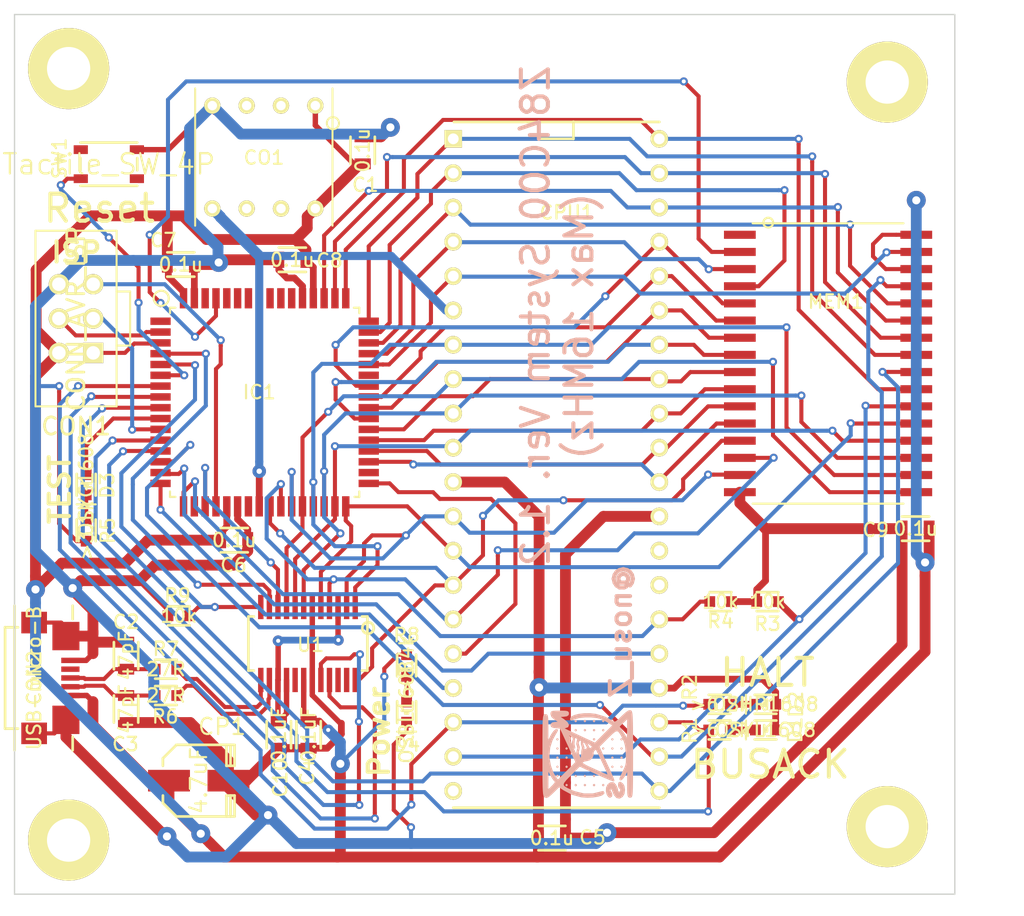
<source format=kicad_pcb>
(kicad_pcb (version 4) (host pcbnew 4.1.0-alpha+201608141231+7029~46~ubuntu16.04.1-product)

  (general
    (links 151)
    (no_connects 0)
    (area 76.724999 34.024999 156.078573 104.045001)
    (thickness 1.6)
    (drawings 14)
    (tracks 989)
    (zones 0)
    (modules 37)
    (nets 81)
  )

  (page A4)
  (layers
    (0 F.Cu signal)
    (31 B.Cu signal)
    (32 B.Adhes user)
    (33 F.Adhes user)
    (34 B.Paste user)
    (35 F.Paste user)
    (36 B.SilkS user)
    (37 F.SilkS user)
    (38 B.Mask user)
    (39 F.Mask user)
    (40 Dwgs.User user)
    (41 Cmts.User user)
    (42 Eco1.User user)
    (43 Eco2.User user)
    (44 Edge.Cuts user)
    (45 Margin user)
    (46 B.CrtYd user)
    (47 F.CrtYd user)
    (48 B.Fab user)
    (49 F.Fab user)
  )

  (setup
    (last_trace_width 0.3)
    (user_trace_width 0.3)
    (user_trace_width 0.4)
    (user_trace_width 0.5)
    (user_trace_width 0.6)
    (user_trace_width 0.8)
    (trace_clearance 0.2)
    (zone_clearance 0.508)
    (zone_45_only no)
    (trace_min 0.2)
    (segment_width 0.2)
    (edge_width 0.15)
    (via_size 0.6)
    (via_drill 0.3)
    (via_min_size 0.4)
    (via_min_drill 0.3)
    (user_via 0.6 0.3)
    (user_via 0.8 0.3)
    (user_via 1 0.4)
    (user_via 1.4 0.6)
    (uvia_size 0.3)
    (uvia_drill 0.1)
    (uvias_allowed no)
    (uvia_min_size 0.2)
    (uvia_min_drill 0.1)
    (pcb_text_width 0.3)
    (pcb_text_size 1.5 1.5)
    (mod_edge_width 0.15)
    (mod_text_size 1 1)
    (mod_text_width 0.15)
    (pad_size 5 5)
    (pad_drill 3)
    (pad_to_mask_clearance 0.2)
    (solder_mask_min_width 0.2)
    (aux_axis_origin 0 0)
    (visible_elements 7FFEFFFF)
    (pcbplotparams
      (layerselection 0x010f0_ffffffff)
      (usegerberextensions true)
      (excludeedgelayer true)
      (linewidth 0.160000)
      (plotframeref false)
      (viasonmask false)
      (mode 1)
      (useauxorigin false)
      (hpglpennumber 1)
      (hpglpenspeed 20)
      (hpglpendiameter 15)
      (psnegative false)
      (psa4output false)
      (plotreference true)
      (plotvalue false)
      (plotinvisibletext false)
      (padsonsilk false)
      (subtractmaskfromsilk false)
      (outputformat 1)
      (mirror false)
      (drillshape 0)
      (scaleselection 1)
      (outputdirectory ""))
  )

  (net 0 "")
  (net 1 GND)
  (net 2 +5V)
  (net 3 +3V3)
  (net 4 "Net-(D1-Pad1)")
  (net 5 "Net-(D2-Pad1)")
  (net 6 "Net-(D3-Pad1)")
  (net 7 SysClock)
  (net 8 "Net-(CPU1-Pad20)")
  (net 9 "Net-(CPU1-Pad27)")
  (net 10 "Net-(CPU1-Pad28)")
  (net 11 "Net-(IC1-Pad1)")
  (net 12 "Net-(IC1-Pad43)")
  (net 13 "Net-(IC1-Pad56)")
  (net 14 "Net-(IC1-Pad57)")
  (net 15 "Net-(IC1-Pad62)")
  (net 16 "Net-(IC1-Pad60)")
  (net 17 "Net-(IC1-Pad59)")
  (net 18 "Net-(IC1-Pad58)")
  (net 19 "Net-(IC1-Pad55)")
  (net 20 "Net-(IC1-Pad54)")
  (net 21 "Net-(IC1-Pad23)")
  (net 22 "Net-(IC1-Pad18)")
  (net 23 "Net-(MEM1-Pad1)")
  (net 24 "Net-(SW1-Pad4)")
  (net 25 /ISP_SCK)
  (net 26 /ISP_MISO)
  (net 27 /ISP_MOSI)
  (net 28 /ISP_~RESET)
  (net 29 "Net-(CON2-Pad4)")
  (net 30 /A11)
  (net 31 /A12)
  (net 32 /A13)
  (net 33 /A14)
  (net 34 /A15)
  (net 35 /D4)
  (net 36 /D3)
  (net 37 /D5)
  (net 38 /D6)
  (net 39 /D2)
  (net 40 /D7)
  (net 41 /D0)
  (net 42 /D1)
  (net 43 /~NMI)
  (net 44 /~HALT)
  (net 45 /~MREQ)
  (net 46 /~RD)
  (net 47 /~WR)
  (net 48 /~BUSACK)
  (net 49 /~BUSREQ)
  (net 50 /~RESET)
  (net 51 /A0)
  (net 52 /A1)
  (net 53 /A2)
  (net 54 /A3)
  (net 55 /A4)
  (net 56 /A5)
  (net 57 /A6)
  (net 58 /A7)
  (net 59 /A8)
  (net 60 /A9)
  (net 61 /A10)
  (net 62 /LED)
  (net 63 /~FIFO_RD)
  (net 64 /RESET_SW)
  (net 65 "Net-(U1-Pad17)")
  (net 66 /~TXE)
  (net 67 /~RXF)
  (net 68 "Net-(U1-Pad22)")
  (net 69 "Net-(U1-Pad23)")
  (net 70 "Net-(D4-Pad2)")
  (net 71 "Net-(SW1-Pad1)")
  (net 72 /~INT)
  (net 73 /~SIWU)
  (net 74 "Net-(IC1-Pad34)")
  (net 75 /FIFO_WR)
  (net 76 /A16)
  (net 77 /USB+)
  (net 78 /USB-)
  (net 79 /USBD_N)
  (net 80 /USBD_P)

  (net_class Default "これは標準のネット クラスです。"
    (clearance 0.2)
    (trace_width 0.3)
    (via_dia 0.6)
    (via_drill 0.3)
    (uvia_dia 0.3)
    (uvia_drill 0.1)
    (add_net /A0)
    (add_net /A1)
    (add_net /A10)
    (add_net /A11)
    (add_net /A12)
    (add_net /A13)
    (add_net /A14)
    (add_net /A15)
    (add_net /A16)
    (add_net /A2)
    (add_net /A3)
    (add_net /A4)
    (add_net /A5)
    (add_net /A6)
    (add_net /A7)
    (add_net /A8)
    (add_net /A9)
    (add_net /D0)
    (add_net /D1)
    (add_net /D2)
    (add_net /D3)
    (add_net /D4)
    (add_net /D5)
    (add_net /D6)
    (add_net /D7)
    (add_net /FIFO_WR)
    (add_net /ISP_MISO)
    (add_net /ISP_MOSI)
    (add_net /ISP_SCK)
    (add_net /ISP_~RESET)
    (add_net /LED)
    (add_net /RESET_SW)
    (add_net /USB+)
    (add_net /USB-)
    (add_net /USBD_N)
    (add_net /USBD_P)
    (add_net /~BUSACK)
    (add_net /~BUSREQ)
    (add_net /~FIFO_RD)
    (add_net /~HALT)
    (add_net /~INT)
    (add_net /~MREQ)
    (add_net /~NMI)
    (add_net /~RD)
    (add_net /~RESET)
    (add_net /~RXF)
    (add_net /~SIWU)
    (add_net /~TXE)
    (add_net /~WR)
    (add_net "Net-(CON2-Pad4)")
    (add_net "Net-(CPU1-Pad20)")
    (add_net "Net-(CPU1-Pad27)")
    (add_net "Net-(CPU1-Pad28)")
    (add_net "Net-(D1-Pad1)")
    (add_net "Net-(D2-Pad1)")
    (add_net "Net-(D3-Pad1)")
    (add_net "Net-(D4-Pad2)")
    (add_net "Net-(IC1-Pad1)")
    (add_net "Net-(IC1-Pad18)")
    (add_net "Net-(IC1-Pad23)")
    (add_net "Net-(IC1-Pad34)")
    (add_net "Net-(IC1-Pad43)")
    (add_net "Net-(IC1-Pad54)")
    (add_net "Net-(IC1-Pad55)")
    (add_net "Net-(IC1-Pad56)")
    (add_net "Net-(IC1-Pad57)")
    (add_net "Net-(IC1-Pad58)")
    (add_net "Net-(IC1-Pad59)")
    (add_net "Net-(IC1-Pad60)")
    (add_net "Net-(IC1-Pad62)")
    (add_net "Net-(MEM1-Pad1)")
    (add_net "Net-(SW1-Pad1)")
    (add_net "Net-(SW1-Pad4)")
    (add_net "Net-(U1-Pad17)")
    (add_net "Net-(U1-Pad22)")
    (add_net "Net-(U1-Pad23)")
    (add_net SysClock)
  )

  (net_class Power ""
    (clearance 0.2)
    (trace_width 0.8)
    (via_dia 1.4)
    (via_drill 0.6)
    (uvia_dia 0.3)
    (uvia_drill 0.1)
    (add_net +3V3)
    (add_net +5V)
    (add_net GND)
  )

  (module nosuz:DIP8_2227MC-08 (layer F.Cu) (tedit 55DD1FD6) (tstamp 55ECAC8B)
    (at 96.44 45.85 270)
    (path /55ECD502)
    (fp_text reference CO1 (at 0.04 -0.01) (layer F.SilkS)
      (effects (font (size 1 1) (thickness 0.15)))
    )
    (fp_text value SG8002DC (at -6.96 0.79) (layer F.Fab)
      (effects (font (size 1 1) (thickness 0.15)))
    )
    (fp_line (start -6.08 -6.08) (end 6.08 -6.08) (layer F.CrtYd) (width 0.15))
    (fp_line (start 6.08 -6.08) (end 6.08 6.08) (layer F.CrtYd) (width 0.15))
    (fp_line (start 6.08 6.08) (end -6.08 6.08) (layer F.CrtYd) (width 0.15))
    (fp_line (start -6.08 6.08) (end -6.08 -6.08) (layer F.CrtYd) (width 0.15))
    (fp_line (start -5.08 5.08) (end 5.08 5.08) (layer F.SilkS) (width 0.15))
    (fp_line (start -5.08 -5.08) (end 5.08 -5.08) (layer F.SilkS) (width 0.15))
    (fp_circle (center -2.51 -5.11) (end -2.06 -5.11) (layer F.SilkS) (width 0.15))
    (pad 1 thru_hole circle (at -3.81 -3.81 270) (size 1.2 1.2) (drill 0.7) (layers *.Cu *.Mask F.SilkS)
      (net 2 +5V))
    (pad 2 thru_hole circle (at -3.81 -1.27 270) (size 1.2 1.2) (drill 0.7) (layers *.Cu *.Mask F.SilkS))
    (pad 3 thru_hole circle (at -3.81 1.27 270) (size 1.2 1.2) (drill 0.7) (layers *.Cu *.Mask F.SilkS))
    (pad 4 thru_hole circle (at -3.81 3.81 270) (size 1.2 1.2) (drill 0.7) (layers *.Cu *.Mask F.SilkS)
      (net 1 GND))
    (pad 5 thru_hole circle (at 3.81 3.81 270) (size 1.2 1.2) (drill 0.7) (layers *.Cu *.Mask F.SilkS)
      (net 7 SysClock))
    (pad 6 thru_hole circle (at 3.81 1.27 270) (size 1.2 1.2) (drill 0.7) (layers *.Cu *.Mask F.SilkS))
    (pad 7 thru_hole circle (at 3.81 -1.27 270) (size 1.2 1.2) (drill 0.7) (layers *.Cu *.Mask F.SilkS))
    (pad 8 thru_hole circle (at 3.81 -3.81 270) (size 1.2 1.2) (drill 0.7) (layers *.Cu *.Mask F.SilkS)
      (net 2 +5V))
  )

  (module nosuz:AVR_ISP_2x03 (layer F.Cu) (tedit 549E2CD7) (tstamp 55E8025B)
    (at 82.55 57.8 90)
    (descr "AVR ISP pin header")
    (tags "AVR ISP pin header")
    (path /55E82891)
    (fp_text reference CON1 (at -7.975 0 180) (layer F.SilkS)
      (effects (font (size 1.27 1.27) (thickness 0.2032)))
    )
    (fp_text value CONN_AVR_ISP (at 0 0 90) (layer F.SilkS)
      (effects (font (size 1.27 1.27) (thickness 0.2032)))
    )
    (fp_line (start -7.5 -4) (end 7.5 -4) (layer F.CrtYd) (width 0.2))
    (fp_line (start 7.5 -4) (end 7.5 5) (layer F.CrtYd) (width 0.2))
    (fp_line (start 7.5 5) (end -7.5 5) (layer F.CrtYd) (width 0.2))
    (fp_line (start -7.5 5) (end -7.5 -4) (layer F.CrtYd) (width 0.2))
    (fp_line (start -2 3) (end -2 4) (layer F.SilkS) (width 0.15))
    (fp_line (start -2 4) (end 2 4) (layer F.SilkS) (width 0.15))
    (fp_line (start 2 4) (end 2 3) (layer F.SilkS) (width 0.15))
    (fp_line (start -6.5 3) (end 6.5 3) (layer F.SilkS) (width 0.15))
    (fp_line (start 6.5 3) (end 6.5 -3) (layer F.SilkS) (width 0.15))
    (fp_line (start -6.5 -3) (end -6.5 3) (layer F.SilkS) (width 0.15))
    (fp_line (start -6.5 -3) (end 6.5 -3) (layer F.SilkS) (width 0.15))
    (pad 1 thru_hole rect (at -2.54 1.27 90) (size 1.5 1.5) (drill 1) (layers *.Cu *.Mask F.SilkS)
      (net 26 /ISP_MISO))
    (pad 2 thru_hole circle (at -2.54 -1.27 90) (size 1.5 1.5) (drill 1) (layers *.Cu *.Mask F.SilkS)
      (net 2 +5V))
    (pad 3 thru_hole circle (at 0 1.27 90) (size 1.5 1.5) (drill 1) (layers *.Cu *.Mask F.SilkS)
      (net 25 /ISP_SCK))
    (pad 4 thru_hole circle (at 0 -1.27 90) (size 1.5 1.5) (drill 1) (layers *.Cu *.Mask F.SilkS)
      (net 27 /ISP_MOSI))
    (pad 5 thru_hole circle (at 2.54 1.27 90) (size 1.5 1.5) (drill 1) (layers *.Cu *.Mask F.SilkS)
      (net 28 /ISP_~RESET))
    (pad 6 thru_hole circle (at 2.54 -1.27 90) (size 1.5 1.5) (drill 1) (layers *.Cu *.Mask F.SilkS)
      (net 1 GND))
    (model Pin_Headers/Pin_Header_Straight_2x03.wrl
      (at (xyz 0 0 0))
      (scale (xyz 1 1 1))
      (rotate (xyz 0 0 0))
    )
  )

  (module nosuz:QFP-64_14x14_Atmel64A-1.00 (layer F.Cu) (tedit 55DD4101) (tstamp 55DAB8B4)
    (at 88.8 58)
    (descr http://www.atmel.com/images/atmel-8826-seeprom-pcb-mounting-guidelines-surface-mount-packages-applicationnote.pdf)
    (path /55E828A6)
    (fp_text reference IC1 (at 7.3 5.25) (layer F.SilkS)
      (effects (font (size 1 1) (thickness 0.16)))
    )
    (fp_text value ATMEGA64A-A (at 5.35 -3.75) (layer F.Fab)
      (effects (font (size 1 1) (thickness 0.16)))
    )
    (fp_circle (center 0.05 -1.7) (end 0.55 -1.45) (layer F.SilkS) (width 0.16))
    (fp_line (start 14.7 13) (end 14.7 12.6) (layer F.SilkS) (width 0.16))
    (fp_line (start 14.7 13) (end 14.35 13) (layer F.SilkS) (width 0.16))
    (fp_line (start 0.7 13) (end 0.7 12.6) (layer F.SilkS) (width 0.16))
    (fp_line (start 0.7 13) (end 1.1 13) (layer F.SilkS) (width 0.16))
    (fp_line (start 14.7 -1) (end 14.7 -0.6) (layer F.SilkS) (width 0.16))
    (fp_line (start 14.7 -1) (end 14.3 -1) (layer F.SilkS) (width 0.16))
    (fp_line (start 0.7 -1) (end 1.1 -1) (layer F.SilkS) (width 0.16))
    (fp_line (start 0.7 -1) (end 0.7 -0.6) (layer F.SilkS) (width 0.16))
    (fp_line (start -1.25 -2.95) (end 16.65 -2.95) (layer F.CrtYd) (width 0.16))
    (fp_line (start 16.65 -2.95) (end 16.65 14.95) (layer F.CrtYd) (width 0.16))
    (fp_line (start 16.65 14.95) (end -1.25 14.95) (layer F.CrtYd) (width 0.16))
    (fp_line (start -1.25 14.95) (end -1.25 -2.95) (layer F.CrtYd) (width 0.16))
    (pad 1 smd rect (at 0 0) (size 1.5 0.55) (layers F.Cu F.Paste F.Mask)
      (net 11 "Net-(IC1-Pad1)"))
    (pad 2 smd rect (at 0 0.8) (size 1.5 0.55) (layers F.Cu F.Paste F.Mask)
      (net 27 /ISP_MOSI))
    (pad 3 smd rect (at 0 1.6) (size 1.5 0.55) (layers F.Cu F.Paste F.Mask)
      (net 26 /ISP_MISO))
    (pad 4 smd rect (at 0 2.4) (size 1.5 0.55) (layers F.Cu F.Paste F.Mask)
      (net 63 /~FIFO_RD))
    (pad 5 smd rect (at 0 3.2) (size 1.5 0.55) (layers F.Cu F.Paste F.Mask)
      (net 75 /FIFO_WR))
    (pad 6 smd rect (at 0 4) (size 1.5 0.55) (layers F.Cu F.Paste F.Mask)
      (net 64 /RESET_SW))
    (pad 7 smd rect (at 0 4.8) (size 1.5 0.55) (layers F.Cu F.Paste F.Mask)
      (net 44 /~HALT))
    (pad 8 smd rect (at 0 5.6) (size 1.5 0.55) (layers F.Cu F.Paste F.Mask)
      (net 67 /~RXF))
    (pad 9 smd rect (at 0 6.4) (size 1.5 0.55) (layers F.Cu F.Paste F.Mask)
      (net 66 /~TXE))
    (pad 10 smd rect (at 0 7.2) (size 1.5 0.55) (layers F.Cu F.Paste F.Mask)
      (net 62 /LED))
    (pad 11 smd rect (at 0 8) (size 1.5 0.55) (layers F.Cu F.Paste F.Mask)
      (net 25 /ISP_SCK))
    (pad 12 smd rect (at 0 8.8) (size 1.5 0.55) (layers F.Cu F.Paste F.Mask)
      (net 48 /~BUSACK))
    (pad 13 smd rect (at 0 9.6) (size 1.5 0.55) (layers F.Cu F.Paste F.Mask)
      (net 46 /~RD))
    (pad 14 smd rect (at 0 10.4) (size 1.5 0.55) (layers F.Cu F.Paste F.Mask)
      (net 47 /~WR))
    (pad 15 smd rect (at 0 11.2) (size 1.5 0.55) (layers F.Cu F.Paste F.Mask)
      (net 49 /~BUSREQ))
    (pad 16 smd rect (at 0 12) (size 1.5 0.55) (layers F.Cu F.Paste F.Mask)
      (net 43 /~NMI))
    (pad 48 smd rect (at 15.4 0) (size 1.5 0.55) (layers F.Cu F.Paste F.Mask)
      (net 30 /A11))
    (pad 47 smd rect (at 15.4 0.8) (size 1.5 0.55) (layers F.Cu F.Paste F.Mask)
      (net 31 /A12))
    (pad 46 smd rect (at 15.4 1.6) (size 1.5 0.55) (layers F.Cu F.Paste F.Mask)
      (net 32 /A13))
    (pad 45 smd rect (at 15.4 2.4) (size 1.5 0.55) (layers F.Cu F.Paste F.Mask)
      (net 33 /A14))
    (pad 44 smd rect (at 15.4 3.2) (size 1.5 0.55) (layers F.Cu F.Paste F.Mask)
      (net 34 /A15))
    (pad 43 smd rect (at 15.4 4) (size 1.5 0.55) (layers F.Cu F.Paste F.Mask)
      (net 12 "Net-(IC1-Pad43)"))
    (pad 42 smd rect (at 15.4 4.8) (size 1.5 0.55) (layers F.Cu F.Paste F.Mask)
      (net 58 /A7))
    (pad 41 smd rect (at 15.4 5.6) (size 1.5 0.55) (layers F.Cu F.Paste F.Mask)
      (net 57 /A6))
    (pad 40 smd rect (at 15.4 6.4) (size 1.5 0.55) (layers F.Cu F.Paste F.Mask)
      (net 56 /A5))
    (pad 39 smd rect (at 15.4 7.2) (size 1.5 0.55) (layers F.Cu F.Paste F.Mask)
      (net 55 /A4))
    (pad 38 smd rect (at 15.4 8) (size 1.5 0.55) (layers F.Cu F.Paste F.Mask)
      (net 54 /A3))
    (pad 37 smd rect (at 15.4 8.8) (size 1.5 0.55) (layers F.Cu F.Paste F.Mask)
      (net 53 /A2))
    (pad 36 smd rect (at 15.4 9.6) (size 1.5 0.55) (layers F.Cu F.Paste F.Mask)
      (net 52 /A1))
    (pad 35 smd rect (at 15.4 10.4) (size 1.5 0.55) (layers F.Cu F.Paste F.Mask)
      (net 51 /A0))
    (pad 34 smd rect (at 15.4 11.2) (size 1.5 0.55) (layers F.Cu F.Paste F.Mask)
      (net 74 "Net-(IC1-Pad34)"))
    (pad 33 smd rect (at 15.4 12) (size 1.5 0.55) (layers F.Cu F.Paste F.Mask)
      (net 72 /~INT))
    (pad 56 smd rect (at 8.1 -1.7) (size 0.55 1.5) (layers F.Cu F.Paste F.Mask)
      (net 13 "Net-(IC1-Pad56)"))
    (pad 57 smd rect (at 7.3 -1.7) (size 0.55 1.5) (layers F.Cu F.Paste F.Mask)
      (net 14 "Net-(IC1-Pad57)"))
    (pad 64 smd rect (at 1.7 -1.7) (size 0.55 1.5) (layers F.Cu F.Paste F.Mask)
      (net 2 +5V))
    (pad 63 smd rect (at 2.5 -1.7) (size 0.55 1.5) (layers F.Cu F.Paste F.Mask)
      (net 1 GND))
    (pad 62 smd rect (at 3.3 -1.7) (size 0.55 1.5) (layers F.Cu F.Paste F.Mask)
      (net 15 "Net-(IC1-Pad62)"))
    (pad 61 smd rect (at 4.1 -1.7) (size 0.55 1.5) (layers F.Cu F.Paste F.Mask)
      (net 76 /A16))
    (pad 60 smd rect (at 4.9 -1.7) (size 0.55 1.5) (layers F.Cu F.Paste F.Mask)
      (net 16 "Net-(IC1-Pad60)"))
    (pad 59 smd rect (at 5.7 -1.7) (size 0.55 1.5) (layers F.Cu F.Paste F.Mask)
      (net 17 "Net-(IC1-Pad59)"))
    (pad 58 smd rect (at 6.5 -1.7) (size 0.55 1.5) (layers F.Cu F.Paste F.Mask)
      (net 18 "Net-(IC1-Pad58)"))
    (pad 55 smd rect (at 8.9 -1.7) (size 0.55 1.5) (layers F.Cu F.Paste F.Mask)
      (net 19 "Net-(IC1-Pad55)"))
    (pad 54 smd rect (at 9.7 -1.7) (size 0.55 1.5) (layers F.Cu F.Paste F.Mask)
      (net 20 "Net-(IC1-Pad54)"))
    (pad 53 smd rect (at 10.5 -1.7) (size 0.55 1.5) (layers F.Cu F.Paste F.Mask)
      (net 1 GND))
    (pad 52 smd rect (at 11.3 -1.7) (size 0.55 1.5) (layers F.Cu F.Paste F.Mask)
      (net 2 +5V))
    (pad 51 smd rect (at 12.1 -1.7) (size 0.55 1.5) (layers F.Cu F.Paste F.Mask)
      (net 59 /A8))
    (pad 50 smd rect (at 12.9 -1.7) (size 0.55 1.5) (layers F.Cu F.Paste F.Mask)
      (net 60 /A9))
    (pad 49 smd rect (at 13.7 -1.7) (size 0.55 1.5) (layers F.Cu F.Paste F.Mask)
      (net 61 /A10))
    (pad 24 smd rect (at 7.3 13.7) (size 0.55 1.5) (layers F.Cu F.Paste F.Mask)
      (net 7 SysClock))
    (pad 25 smd rect (at 8.1 13.7) (size 0.55 1.5) (layers F.Cu F.Paste F.Mask)
      (net 41 /D0))
    (pad 26 smd rect (at 8.9 13.7) (size 0.55 1.5) (layers F.Cu F.Paste F.Mask)
      (net 42 /D1))
    (pad 27 smd rect (at 9.7 13.7) (size 0.55 1.5) (layers F.Cu F.Paste F.Mask)
      (net 39 /D2))
    (pad 28 smd rect (at 10.5 13.7) (size 0.55 1.5) (layers F.Cu F.Paste F.Mask)
      (net 36 /D3))
    (pad 29 smd rect (at 11.3 13.7) (size 0.55 1.5) (layers F.Cu F.Paste F.Mask)
      (net 35 /D4))
    (pad 30 smd rect (at 12.1 13.7) (size 0.55 1.5) (layers F.Cu F.Paste F.Mask)
      (net 37 /D5))
    (pad 31 smd rect (at 12.9 13.7) (size 0.55 1.5) (layers F.Cu F.Paste F.Mask)
      (net 38 /D6))
    (pad 32 smd rect (at 13.7 13.7) (size 0.55 1.5) (layers F.Cu F.Paste F.Mask)
      (net 40 /D7))
    (pad 23 smd rect (at 6.5 13.7) (size 0.55 1.5) (layers F.Cu F.Paste F.Mask)
      (net 21 "Net-(IC1-Pad23)"))
    (pad 22 smd rect (at 5.7 13.7) (size 0.55 1.5) (layers F.Cu F.Paste F.Mask)
      (net 1 GND))
    (pad 21 smd rect (at 4.9 13.7) (size 0.55 1.5) (layers F.Cu F.Paste F.Mask)
      (net 2 +5V))
    (pad 20 smd rect (at 4.1 13.7) (size 0.55 1.5) (layers F.Cu F.Paste F.Mask)
      (net 28 /ISP_~RESET))
    (pad 19 smd rect (at 3.3 13.7) (size 0.55 1.5) (layers F.Cu F.Paste F.Mask)
      (net 73 /~SIWU))
    (pad 18 smd rect (at 2.5 13.7) (size 0.55 1.5) (layers F.Cu F.Paste F.Mask)
      (net 22 "Net-(IC1-Pad18)"))
    (pad 17 smd rect (at 1.7 13.7) (size 0.55 1.5) (layers F.Cu F.Paste F.Mask)
      (net 50 /~RESET))
  )

  (module nosuz:DIP-40_Z84C00 (layer F.Cu) (tedit 55DA7EB6) (tstamp 55DAB817)
    (at 110.45 44.5)
    (path /55E828B2)
    (fp_text reference CPU1 (at 8.4 5.45) (layer F.SilkS)
      (effects (font (size 1 1) (thickness 0.16)))
    )
    (fp_text value Z84C00PEG (at 8.15 28.45 90) (layer F.Fab)
      (effects (font (size 1 1) (thickness 0.16)))
    )
    (fp_line (start -1.65 -2.25) (end 16.9 -2.25) (layer F.CrtYd) (width 0.2))
    (fp_line (start 16.9 -2.25) (end 16.9 50.5) (layer F.CrtYd) (width 0.2))
    (fp_line (start 16.9 50.5) (end -1.65 50.5) (layer F.CrtYd) (width 0.2))
    (fp_line (start -1.65 50.5) (end -1.65 -2.25) (layer F.CrtYd) (width 0.2))
    (fp_line (start 6.35 0) (end 6.35 -1.27) (layer F.SilkS) (width 0.2))
    (fp_line (start 6.35 0) (end 8.89 0) (layer F.SilkS) (width 0.2))
    (fp_line (start 8.89 0) (end 8.89 -1.27) (layer F.SilkS) (width 0.2))
    (fp_line (start 0 49.5) (end 15.25 49.5) (layer F.SilkS) (width 0.2))
    (fp_line (start 0.05 -1.25) (end 15.25 -1.25) (layer F.SilkS) (width 0.2))
    (pad 1 thru_hole rect (at 0 0) (size 1.3 1.3) (drill 0.8) (layers *.Cu *.Mask F.SilkS)
      (net 30 /A11))
    (pad 2 thru_hole circle (at 0 2.54) (size 1.3 1.3) (drill 0.8) (layers *.Cu *.Mask F.SilkS)
      (net 31 /A12))
    (pad 3 thru_hole circle (at 0 5.08) (size 1.3 1.3) (drill 0.8) (layers *.Cu *.Mask F.SilkS)
      (net 32 /A13))
    (pad 4 thru_hole circle (at 0 7.62) (size 1.3 1.3) (drill 0.8) (layers *.Cu *.Mask F.SilkS)
      (net 33 /A14))
    (pad 5 thru_hole circle (at 0 10.16) (size 1.3 1.3) (drill 0.8) (layers *.Cu *.Mask F.SilkS)
      (net 34 /A15))
    (pad 6 thru_hole circle (at 0 12.7) (size 1.3 1.3) (drill 0.8) (layers *.Cu *.Mask F.SilkS)
      (net 7 SysClock))
    (pad 7 thru_hole circle (at 0 15.24) (size 1.3 1.3) (drill 0.8) (layers *.Cu *.Mask F.SilkS)
      (net 35 /D4))
    (pad 8 thru_hole circle (at 0 17.78) (size 1.3 1.3) (drill 0.8) (layers *.Cu *.Mask F.SilkS)
      (net 36 /D3))
    (pad 9 thru_hole circle (at 0 20.32) (size 1.3 1.3) (drill 0.8) (layers *.Cu *.Mask F.SilkS)
      (net 37 /D5))
    (pad 10 thru_hole circle (at 0 22.86) (size 1.3 1.3) (drill 0.8) (layers *.Cu *.Mask F.SilkS)
      (net 38 /D6))
    (pad 11 thru_hole circle (at 0 25.4) (size 1.3 1.3) (drill 0.8) (layers *.Cu *.Mask F.SilkS)
      (net 2 +5V))
    (pad 12 thru_hole circle (at 0 27.94) (size 1.3 1.3) (drill 0.8) (layers *.Cu *.Mask F.SilkS)
      (net 39 /D2))
    (pad 13 thru_hole circle (at 0 30.48) (size 1.3 1.3) (drill 0.8) (layers *.Cu *.Mask F.SilkS)
      (net 40 /D7))
    (pad 14 thru_hole circle (at 0 33.02) (size 1.3 1.3) (drill 0.8) (layers *.Cu *.Mask F.SilkS)
      (net 41 /D0))
    (pad 15 thru_hole circle (at 0 35.56) (size 1.3 1.3) (drill 0.8) (layers *.Cu *.Mask F.SilkS)
      (net 42 /D1))
    (pad 16 thru_hole circle (at 0 38.1) (size 1.3 1.3) (drill 0.8) (layers *.Cu *.Mask F.SilkS)
      (net 72 /~INT))
    (pad 17 thru_hole circle (at 0 40.64) (size 1.3 1.3) (drill 0.8) (layers *.Cu *.Mask F.SilkS)
      (net 43 /~NMI))
    (pad 18 thru_hole circle (at 0 43.18) (size 1.3 1.3) (drill 0.8) (layers *.Cu *.Mask F.SilkS)
      (net 44 /~HALT))
    (pad 19 thru_hole circle (at 0 45.72) (size 1.3 1.3) (drill 0.8) (layers *.Cu *.Mask F.SilkS)
      (net 45 /~MREQ))
    (pad 20 thru_hole circle (at 0 48.26) (size 1.3 1.3) (drill 0.8) (layers *.Cu *.Mask F.SilkS)
      (net 8 "Net-(CPU1-Pad20)"))
    (pad 21 thru_hole circle (at 15.24 48.26) (size 1.3 1.3) (drill 0.8) (layers *.Cu *.Mask F.SilkS)
      (net 46 /~RD))
    (pad 22 thru_hole circle (at 15.24 45.72) (size 1.3 1.3) (drill 0.8) (layers *.Cu *.Mask F.SilkS)
      (net 47 /~WR))
    (pad 23 thru_hole circle (at 15.24 43.18) (size 1.3 1.3) (drill 0.8) (layers *.Cu *.Mask F.SilkS)
      (net 48 /~BUSACK))
    (pad 24 thru_hole circle (at 15.24 40.64) (size 1.3 1.3) (drill 0.8) (layers *.Cu *.Mask F.SilkS)
      (net 2 +5V))
    (pad 25 thru_hole circle (at 15.24 38.1) (size 1.3 1.3) (drill 0.8) (layers *.Cu *.Mask F.SilkS)
      (net 49 /~BUSREQ))
    (pad 26 thru_hole circle (at 15.24 35.56) (size 1.3 1.3) (drill 0.8) (layers *.Cu *.Mask F.SilkS)
      (net 50 /~RESET))
    (pad 27 thru_hole circle (at 15.24 33.02) (size 1.3 1.3) (drill 0.8) (layers *.Cu *.Mask F.SilkS)
      (net 9 "Net-(CPU1-Pad27)"))
    (pad 28 thru_hole circle (at 15.24 30.48) (size 1.3 1.3) (drill 0.8) (layers *.Cu *.Mask F.SilkS)
      (net 10 "Net-(CPU1-Pad28)"))
    (pad 29 thru_hole circle (at 15.24 27.94) (size 1.3 1.3) (drill 0.8) (layers *.Cu *.Mask F.SilkS)
      (net 1 GND))
    (pad 30 thru_hole circle (at 15.24 25.4) (size 1.3 1.3) (drill 0.8) (layers *.Cu *.Mask F.SilkS)
      (net 51 /A0))
    (pad 31 thru_hole circle (at 15.24 22.86) (size 1.3 1.3) (drill 0.8) (layers *.Cu *.Mask F.SilkS)
      (net 52 /A1))
    (pad 32 thru_hole circle (at 15.24 20.32) (size 1.3 1.3) (drill 0.8) (layers *.Cu *.Mask F.SilkS)
      (net 53 /A2))
    (pad 33 thru_hole circle (at 15.24 17.78) (size 1.3 1.3) (drill 0.8) (layers *.Cu *.Mask F.SilkS)
      (net 54 /A3))
    (pad 34 thru_hole circle (at 15.24 15.24) (size 1.3 1.3) (drill 0.8) (layers *.Cu *.Mask F.SilkS)
      (net 55 /A4))
    (pad 35 thru_hole circle (at 15.24 12.7) (size 1.3 1.3) (drill 0.8) (layers *.Cu *.Mask F.SilkS)
      (net 56 /A5))
    (pad 36 thru_hole circle (at 15.24 10.16) (size 1.3 1.3) (drill 0.8) (layers *.Cu *.Mask F.SilkS)
      (net 57 /A6))
    (pad 37 thru_hole circle (at 15.24 7.62) (size 1.3 1.3) (drill 0.8) (layers *.Cu *.Mask F.SilkS)
      (net 58 /A7))
    (pad 38 thru_hole circle (at 15.24 5.08) (size 1.3 1.3) (drill 0.8) (layers *.Cu *.Mask F.SilkS)
      (net 59 /A8))
    (pad 39 thru_hole circle (at 15.24 2.54) (size 1.3 1.3) (drill 0.8) (layers *.Cu *.Mask F.SilkS)
      (net 60 /A9))
    (pad 40 thru_hole circle (at 15.24 0) (size 1.3 1.3) (drill 0.8) (layers *.Cu *.Mask F.SilkS)
      (net 61 /A10))
  )

  (module nosuz:SO32_STM_M68AF127B (layer F.Cu) (tedit 55DBC50A) (tstamp 55DAB8DF)
    (at 131.65 51.6)
    (path /55E82885)
    (fp_text reference MEM1 (at 7.1 4.95) (layer F.SilkS)
      (effects (font (size 1 1) (thickness 0.16)))
    )
    (fp_text value M68AF127B (at 6 -2.2) (layer F.Fab)
      (effects (font (size 1 1) (thickness 0.16)))
    )
    (fp_circle (center 2.1 -0.9) (end 2.4 -0.7) (layer F.SilkS) (width 0.16))
    (fp_line (start -1.7 -1.35) (end 14.75 -1.35) (layer F.CrtYd) (width 0.16))
    (fp_line (start 14.75 -1.35) (end 14.75 20.4) (layer F.CrtYd) (width 0.16))
    (fp_line (start 14.75 20.4) (end -1.7 20.4) (layer F.CrtYd) (width 0.16))
    (fp_line (start -1.7 20.4) (end -1.7 -1.35) (layer F.CrtYd) (width 0.16))
    (fp_line (start 0.95 19.9) (end 12.1 19.9) (layer F.SilkS) (width 0.16))
    (fp_line (start 0.95 -0.85) (end 12.1 -0.85) (layer F.SilkS) (width 0.16))
    (pad 1 smd rect (at 0 0) (size 2.35 0.6) (layers F.Cu F.Paste F.Mask)
      (net 23 "Net-(MEM1-Pad1)"))
    (pad 2 smd rect (at 0 1.27) (size 2.35 0.6) (layers F.Cu F.Paste F.Mask)
      (net 76 /A16))
    (pad 3 smd rect (at 0 2.54) (size 2.35 0.6) (layers F.Cu F.Paste F.Mask)
      (net 33 /A14))
    (pad 4 smd rect (at 0 3.81) (size 2.35 0.6) (layers F.Cu F.Paste F.Mask)
      (net 31 /A12))
    (pad 5 smd rect (at 0 5.08) (size 2.35 0.6) (layers F.Cu F.Paste F.Mask)
      (net 58 /A7))
    (pad 6 smd rect (at 0 6.35) (size 2.35 0.6) (layers F.Cu F.Paste F.Mask)
      (net 57 /A6))
    (pad 7 smd rect (at 0 7.62) (size 2.35 0.6) (layers F.Cu F.Paste F.Mask)
      (net 56 /A5))
    (pad 8 smd rect (at 0 8.89) (size 2.35 0.6) (layers F.Cu F.Paste F.Mask)
      (net 55 /A4))
    (pad 9 smd rect (at 0 10.16) (size 2.35 0.6) (layers F.Cu F.Paste F.Mask)
      (net 54 /A3))
    (pad 10 smd rect (at 0 11.43) (size 2.35 0.6) (layers F.Cu F.Paste F.Mask)
      (net 53 /A2))
    (pad 11 smd rect (at 0 12.7) (size 2.35 0.6) (layers F.Cu F.Paste F.Mask)
      (net 52 /A1))
    (pad 12 smd rect (at 0 13.97) (size 2.35 0.6) (layers F.Cu F.Paste F.Mask)
      (net 51 /A0))
    (pad 13 smd rect (at 0 15.24) (size 2.35 0.6) (layers F.Cu F.Paste F.Mask)
      (net 41 /D0))
    (pad 14 smd rect (at 0 16.51) (size 2.35 0.6) (layers F.Cu F.Paste F.Mask)
      (net 42 /D1))
    (pad 15 smd rect (at 0 17.78) (size 2.35 0.6) (layers F.Cu F.Paste F.Mask)
      (net 39 /D2))
    (pad 16 smd rect (at 0 19.05) (size 2.35 0.6) (layers F.Cu F.Paste F.Mask)
      (net 1 GND))
    (pad 17 smd rect (at 13.05 19.05) (size 2.35 0.6) (layers F.Cu F.Paste F.Mask)
      (net 36 /D3))
    (pad 18 smd rect (at 13.05 17.78) (size 2.35 0.6) (layers F.Cu F.Paste F.Mask)
      (net 35 /D4))
    (pad 19 smd rect (at 13.05 16.51) (size 2.35 0.6) (layers F.Cu F.Paste F.Mask)
      (net 37 /D5))
    (pad 20 smd rect (at 13.05 15.24) (size 2.35 0.6) (layers F.Cu F.Paste F.Mask)
      (net 38 /D6))
    (pad 21 smd rect (at 13.05 13.97) (size 2.35 0.6) (layers F.Cu F.Paste F.Mask)
      (net 40 /D7))
    (pad 22 smd rect (at 13.05 12.7) (size 2.35 0.6) (layers F.Cu F.Paste F.Mask)
      (net 45 /~MREQ))
    (pad 23 smd rect (at 13.05 11.43) (size 2.35 0.6) (layers F.Cu F.Paste F.Mask)
      (net 61 /A10))
    (pad 24 smd rect (at 13.05 10.16) (size 2.35 0.6) (layers F.Cu F.Paste F.Mask)
      (net 46 /~RD))
    (pad 25 smd rect (at 13.05 8.89) (size 2.35 0.6) (layers F.Cu F.Paste F.Mask)
      (net 30 /A11))
    (pad 26 smd rect (at 13.05 7.62) (size 2.35 0.6) (layers F.Cu F.Paste F.Mask)
      (net 60 /A9))
    (pad 27 smd rect (at 13.05 6.35) (size 2.35 0.6) (layers F.Cu F.Paste F.Mask)
      (net 59 /A8))
    (pad 28 smd rect (at 13.05 5.08) (size 2.35 0.6) (layers F.Cu F.Paste F.Mask)
      (net 32 /A13))
    (pad 29 smd rect (at 13.05 3.81) (size 2.35 0.6) (layers F.Cu F.Paste F.Mask)
      (net 47 /~WR))
    (pad 30 smd rect (at 13.05 2.54) (size 2.35 0.6) (layers F.Cu F.Paste F.Mask)
      (net 2 +5V))
    (pad 31 smd rect (at 13.05 1.27) (size 2.35 0.6) (layers F.Cu F.Paste F.Mask)
      (net 34 /A15))
    (pad 32 smd rect (at 13.05 0) (size 2.35 0.6) (layers F.Cu F.Paste F.Mask)
      (net 2 +5V))
  )

  (module nosuz:C_2012 (layer F.Cu) (tedit 557621A5) (tstamp 55DAB723)
    (at 103.75 45.35 90)
    (path /55E828A8)
    (fp_text reference C1 (at -2.55 0.2 180) (layer F.SilkS)
      (effects (font (size 1 1) (thickness 0.16)))
    )
    (fp_text value 0.1u (at 0 0 90) (layer F.SilkS)
      (effects (font (size 1 1) (thickness 0.16)))
    )
    (fp_line (start -1.9 -1.1) (end 1.9 -1.1) (layer F.CrtYd) (width 0.16))
    (fp_line (start 1.9 -1.1) (end 1.9 1.1) (layer F.CrtYd) (width 0.16))
    (fp_line (start 1.9 1.1) (end -1.9 1.1) (layer F.CrtYd) (width 0.16))
    (fp_line (start -1.9 1.1) (end -1.9 -1.1) (layer F.CrtYd) (width 0.16))
    (fp_line (start -1 0.9) (end 1 0.9) (layer F.SilkS) (width 0.2))
    (fp_line (start -1 -0.9) (end 1 -0.9) (layer F.SilkS) (width 0.2))
    (pad 1 smd rect (at -1 0 90) (size 0.8 1.2) (layers F.Cu F.Paste F.Mask)
      (net 2 +5V))
    (pad 2 smd rect (at 1 0 90) (size 0.8 1.2) (layers F.Cu F.Paste F.Mask)
      (net 1 GND))
  )

  (module nosuz:C_2012 (layer F.Cu) (tedit 557621A5) (tstamp 55DAB72F)
    (at 86.25 82.75 90)
    (path /55E85866)
    (fp_text reference C2 (at 2.5 0) (layer F.SilkS)
      (effects (font (size 1 1) (thickness 0.16)))
    )
    (fp_text value 47pF (at 0 0 90) (layer F.SilkS)
      (effects (font (size 1 1) (thickness 0.16)))
    )
    (fp_line (start -1.9 -1.1) (end 1.9 -1.1) (layer F.CrtYd) (width 0.16))
    (fp_line (start 1.9 -1.1) (end 1.9 1.1) (layer F.CrtYd) (width 0.16))
    (fp_line (start 1.9 1.1) (end -1.9 1.1) (layer F.CrtYd) (width 0.16))
    (fp_line (start -1.9 1.1) (end -1.9 -1.1) (layer F.CrtYd) (width 0.16))
    (fp_line (start -1 0.9) (end 1 0.9) (layer F.SilkS) (width 0.2))
    (fp_line (start -1 -0.9) (end 1 -0.9) (layer F.SilkS) (width 0.2))
    (pad 1 smd rect (at -1 0 90) (size 0.8 1.2) (layers F.Cu F.Paste F.Mask)
      (net 77 /USB+))
    (pad 2 smd rect (at 1 0 90) (size 0.8 1.2) (layers F.Cu F.Paste F.Mask)
      (net 1 GND))
  )

  (module nosuz:C_2012 (layer F.Cu) (tedit 55DBC4DE) (tstamp 55DAB73B)
    (at 86.25 86.7 270)
    (path /55E85867)
    (fp_text reference C3 (at 2.6 0.05) (layer F.SilkS)
      (effects (font (size 1 1) (thickness 0.16)))
    )
    (fp_text value 47pF (at 0 0 270) (layer F.SilkS)
      (effects (font (size 1 1) (thickness 0.16)))
    )
    (fp_line (start -1.9 -1.1) (end 1.9 -1.1) (layer F.CrtYd) (width 0.16))
    (fp_line (start 1.9 -1.1) (end 1.9 1.1) (layer F.CrtYd) (width 0.16))
    (fp_line (start 1.9 1.1) (end -1.9 1.1) (layer F.CrtYd) (width 0.16))
    (fp_line (start -1.9 1.1) (end -1.9 -1.1) (layer F.CrtYd) (width 0.16))
    (fp_line (start -1 0.9) (end 1 0.9) (layer F.SilkS) (width 0.2))
    (fp_line (start -1 -0.9) (end 1 -0.9) (layer F.SilkS) (width 0.2))
    (pad 1 smd rect (at -1 0 270) (size 0.8 1.2) (layers F.Cu F.Paste F.Mask)
      (net 78 /USB-))
    (pad 2 smd rect (at 1 0 270) (size 0.8 1.2) (layers F.Cu F.Paste F.Mask)
      (net 1 GND))
  )

  (module nosuz:C_2012 (layer F.Cu) (tedit 557621A5) (tstamp 55DAB747)
    (at 99.75 88.6 270)
    (path /55E85868)
    (fp_text reference C4 (at 2.8 0.1 270) (layer F.SilkS)
      (effects (font (size 1 1) (thickness 0.16)))
    )
    (fp_text value 0.1uF (at 0 0 270) (layer F.SilkS)
      (effects (font (size 1 1) (thickness 0.16)))
    )
    (fp_line (start -1.9 -1.1) (end 1.9 -1.1) (layer F.CrtYd) (width 0.16))
    (fp_line (start 1.9 -1.1) (end 1.9 1.1) (layer F.CrtYd) (width 0.16))
    (fp_line (start 1.9 1.1) (end -1.9 1.1) (layer F.CrtYd) (width 0.16))
    (fp_line (start -1.9 1.1) (end -1.9 -1.1) (layer F.CrtYd) (width 0.16))
    (fp_line (start -1 0.9) (end 1 0.9) (layer F.SilkS) (width 0.2))
    (fp_line (start -1 -0.9) (end 1 -0.9) (layer F.SilkS) (width 0.2))
    (pad 1 smd rect (at -1 0 270) (size 0.8 1.2) (layers F.Cu F.Paste F.Mask)
      (net 2 +5V))
    (pad 2 smd rect (at 1 0 270) (size 0.8 1.2) (layers F.Cu F.Paste F.Mask)
      (net 1 GND))
  )

  (module nosuz:C_2012 (layer F.Cu) (tedit 55DD1AB8) (tstamp 55DAB753)
    (at 117.75 96.25)
    (path /55E8289A)
    (fp_text reference C5 (at 3 -0.05) (layer F.SilkS)
      (effects (font (size 1 1) (thickness 0.16)))
    )
    (fp_text value 0.1u (at 0 0) (layer F.SilkS)
      (effects (font (size 1 1) (thickness 0.16)))
    )
    (fp_line (start -1.9 -1.1) (end 1.9 -1.1) (layer F.CrtYd) (width 0.16))
    (fp_line (start 1.9 -1.1) (end 1.9 1.1) (layer F.CrtYd) (width 0.16))
    (fp_line (start 1.9 1.1) (end -1.9 1.1) (layer F.CrtYd) (width 0.16))
    (fp_line (start -1.9 1.1) (end -1.9 -1.1) (layer F.CrtYd) (width 0.16))
    (fp_line (start -1 0.9) (end 1 0.9) (layer F.SilkS) (width 0.2))
    (fp_line (start -1 -0.9) (end 1 -0.9) (layer F.SilkS) (width 0.2))
    (pad 1 smd rect (at -1 0) (size 0.8 1.2) (layers F.Cu F.Paste F.Mask)
      (net 2 +5V))
    (pad 2 smd rect (at 1 0) (size 0.8 1.2) (layers F.Cu F.Paste F.Mask)
      (net 1 GND))
  )

  (module nosuz:C_2012 (layer F.Cu) (tedit 557621A5) (tstamp 55DAB75F)
    (at 94.25 74.2)
    (path /55E8289B)
    (fp_text reference C6 (at -0.05 1.85) (layer F.SilkS)
      (effects (font (size 1 1) (thickness 0.16)))
    )
    (fp_text value 0.1u (at 0 0) (layer F.SilkS)
      (effects (font (size 1 1) (thickness 0.16)))
    )
    (fp_line (start -1.9 -1.1) (end 1.9 -1.1) (layer F.CrtYd) (width 0.16))
    (fp_line (start 1.9 -1.1) (end 1.9 1.1) (layer F.CrtYd) (width 0.16))
    (fp_line (start 1.9 1.1) (end -1.9 1.1) (layer F.CrtYd) (width 0.16))
    (fp_line (start -1.9 1.1) (end -1.9 -1.1) (layer F.CrtYd) (width 0.16))
    (fp_line (start -1 0.9) (end 1 0.9) (layer F.SilkS) (width 0.2))
    (fp_line (start -1 -0.9) (end 1 -0.9) (layer F.SilkS) (width 0.2))
    (pad 1 smd rect (at -1 0) (size 0.8 1.2) (layers F.Cu F.Paste F.Mask)
      (net 2 +5V))
    (pad 2 smd rect (at 1 0) (size 0.8 1.2) (layers F.Cu F.Paste F.Mask)
      (net 1 GND))
  )

  (module nosuz:C_2012 (layer F.Cu) (tedit 55DD170A) (tstamp 55DAB76B)
    (at 90.3 53.8)
    (path /55E8289C)
    (fp_text reference C7 (at -1.3 -1.8) (layer F.SilkS)
      (effects (font (size 1 1) (thickness 0.16)))
    )
    (fp_text value 0.1u (at 0 0) (layer F.SilkS)
      (effects (font (size 1 1) (thickness 0.16)))
    )
    (fp_line (start -1.9 -1.1) (end 1.9 -1.1) (layer F.CrtYd) (width 0.16))
    (fp_line (start 1.9 -1.1) (end 1.9 1.1) (layer F.CrtYd) (width 0.16))
    (fp_line (start 1.9 1.1) (end -1.9 1.1) (layer F.CrtYd) (width 0.16))
    (fp_line (start -1.9 1.1) (end -1.9 -1.1) (layer F.CrtYd) (width 0.16))
    (fp_line (start -1 0.9) (end 1 0.9) (layer F.SilkS) (width 0.2))
    (fp_line (start -1 -0.9) (end 1 -0.9) (layer F.SilkS) (width 0.2))
    (pad 1 smd rect (at -1 0) (size 0.8 1.2) (layers F.Cu F.Paste F.Mask)
      (net 2 +5V))
    (pad 2 smd rect (at 1 0) (size 0.8 1.2) (layers F.Cu F.Paste F.Mask)
      (net 1 GND))
  )

  (module nosuz:C_2012 (layer F.Cu) (tedit 55DBB28E) (tstamp 55DAB777)
    (at 98.55 53.45 180)
    (path /55E8289D)
    (fp_text reference C8 (at -2.75 -0.05 180) (layer F.SilkS)
      (effects (font (size 1 1) (thickness 0.16)))
    )
    (fp_text value 0.1u (at 0 0 180) (layer F.SilkS)
      (effects (font (size 1 1) (thickness 0.16)))
    )
    (fp_line (start -1.9 -1.1) (end 1.9 -1.1) (layer F.CrtYd) (width 0.16))
    (fp_line (start 1.9 -1.1) (end 1.9 1.1) (layer F.CrtYd) (width 0.16))
    (fp_line (start 1.9 1.1) (end -1.9 1.1) (layer F.CrtYd) (width 0.16))
    (fp_line (start -1.9 1.1) (end -1.9 -1.1) (layer F.CrtYd) (width 0.16))
    (fp_line (start -1 0.9) (end 1 0.9) (layer F.SilkS) (width 0.2))
    (fp_line (start -1 -0.9) (end 1 -0.9) (layer F.SilkS) (width 0.2))
    (pad 1 smd rect (at -1 0 180) (size 0.8 1.2) (layers F.Cu F.Paste F.Mask)
      (net 2 +5V))
    (pad 2 smd rect (at 1 0 180) (size 0.8 1.2) (layers F.Cu F.Paste F.Mask)
      (net 1 GND))
  )

  (module nosuz:C_2012 (layer F.Cu) (tedit 557621A5) (tstamp 55DAB783)
    (at 144.65 73.35 180)
    (path /55E8289E)
    (fp_text reference C9 (at 2.95 -0.1 180) (layer F.SilkS)
      (effects (font (size 1 1) (thickness 0.16)))
    )
    (fp_text value 0.1u (at 0 0 180) (layer F.SilkS)
      (effects (font (size 1 1) (thickness 0.16)))
    )
    (fp_line (start -1.9 -1.1) (end 1.9 -1.1) (layer F.CrtYd) (width 0.16))
    (fp_line (start 1.9 -1.1) (end 1.9 1.1) (layer F.CrtYd) (width 0.16))
    (fp_line (start 1.9 1.1) (end -1.9 1.1) (layer F.CrtYd) (width 0.16))
    (fp_line (start -1.9 1.1) (end -1.9 -1.1) (layer F.CrtYd) (width 0.16))
    (fp_line (start -1 0.9) (end 1 0.9) (layer F.SilkS) (width 0.2))
    (fp_line (start -1 -0.9) (end 1 -0.9) (layer F.SilkS) (width 0.2))
    (pad 1 smd rect (at -1 0 180) (size 0.8 1.2) (layers F.Cu F.Paste F.Mask)
      (net 2 +5V))
    (pad 2 smd rect (at 1 0 180) (size 0.8 1.2) (layers F.Cu F.Paste F.Mask)
      (net 1 GND))
  )

  (module nosuz:C_2012 (layer F.Cu) (tedit 557621A5) (tstamp 55DAB78F)
    (at 97.55 88.6 270)
    (path /55E85869)
    (fp_text reference C10 (at 3.2 -0.1 90) (layer F.SilkS)
      (effects (font (size 1 1) (thickness 0.16)))
    )
    (fp_text value 0.1uF (at 0 0 270) (layer F.SilkS)
      (effects (font (size 1 1) (thickness 0.16)))
    )
    (fp_line (start -1.9 -1.1) (end 1.9 -1.1) (layer F.CrtYd) (width 0.16))
    (fp_line (start 1.9 -1.1) (end 1.9 1.1) (layer F.CrtYd) (width 0.16))
    (fp_line (start 1.9 1.1) (end -1.9 1.1) (layer F.CrtYd) (width 0.16))
    (fp_line (start -1.9 1.1) (end -1.9 -1.1) (layer F.CrtYd) (width 0.16))
    (fp_line (start -1 0.9) (end 1 0.9) (layer F.SilkS) (width 0.2))
    (fp_line (start -1 -0.9) (end 1 -0.9) (layer F.SilkS) (width 0.2))
    (pad 1 smd rect (at -1 0 270) (size 0.8 1.2) (layers F.Cu F.Paste F.Mask)
      (net 3 +3V3))
    (pad 2 smd rect (at 1 0 270) (size 0.8 1.2) (layers F.Cu F.Paste F.Mask)
      (net 1 GND))
  )

  (module nosuz:CP_SMD_D5 (layer F.Cu) (tedit 559DAAF5) (tstamp 55DAB7E2)
    (at 91.625 92 90)
    (descr http://www.kibanhonpo.com/pdf/d_standard1.pdf)
    (path /55E8586A)
    (fp_text reference CP1 (at 4 1.725 180) (layer F.SilkS)
      (effects (font (size 1.2 1.2) (thickness 0.16)))
    )
    (fp_text value 4.7uF (at 0 0 90) (layer F.SilkS)
      (effects (font (size 1.2 1.2) (thickness 0.16)))
    )
    (fp_line (start -3.25 -4.25) (end 3.25 -4.25) (layer F.CrtYd) (width 0.16))
    (fp_line (start 3.25 -4.25) (end 3.25 4.25) (layer F.CrtYd) (width 0.16))
    (fp_line (start 3.25 4.25) (end -3.25 4.25) (layer F.CrtYd) (width 0.16))
    (fp_line (start -3.25 4.25) (end -3.25 -4.25) (layer F.CrtYd) (width 0.16))
    (fp_line (start 1.1 2.35) (end 2.65 2.35) (layer F.SilkS) (width 0.2))
    (fp_line (start -2.65 2.35) (end -1.1 2.35) (layer F.SilkS) (width 0.2))
    (fp_line (start 1.1 2.65) (end 1.1 2.05) (layer F.SilkS) (width 0.2))
    (fp_line (start 1.1 2.05) (end 2.65 2.05) (layer F.SilkS) (width 0.2))
    (fp_line (start -1.1 2.05) (end -2.65 2.05) (layer F.SilkS) (width 0.2))
    (fp_line (start -1.1 2.65) (end -1.1 2.05) (layer F.SilkS) (width 0.2))
    (fp_line (start 1.65 -2.65) (end 1.1 -2.65) (layer F.SilkS) (width 0.2))
    (fp_line (start -1.65 -2.65) (end -1.1 -2.65) (layer F.SilkS) (width 0.2))
    (fp_line (start 2.65 -1.65) (end 1.65 -2.65) (layer F.SilkS) (width 0.2))
    (fp_line (start -2.65 -1.65) (end -1.65 -2.65) (layer F.SilkS) (width 0.2))
    (fp_line (start 2.65 -1.65) (end 2.65 2.65) (layer F.SilkS) (width 0.2))
    (fp_line (start 2.65 2.65) (end 1.1 2.65) (layer F.SilkS) (width 0.2))
    (fp_line (start -2.65 -1.65) (end -2.65 2.65) (layer F.SilkS) (width 0.2))
    (fp_line (start -2.65 2.65) (end -1.1 2.65) (layer F.SilkS) (width 0.2))
    (pad 1 smd rect (at 0 -2.2 90) (size 1.6 3.1) (layers F.Cu F.Paste F.Mask)
      (net 2 +5V))
    (pad 2 smd rect (at 0 2.2 90) (size 1.6 3.1) (layers F.Cu F.Paste F.Mask)
      (net 1 GND))
  )

  (module nosuz:1608_OSYL1608 (layer F.Cu) (tedit 55ECA23D) (tstamp 55DAB82A)
    (at 133.55 88.25)
    (path /55E82897)
    (fp_text reference D1 (at 2.2 0 90) (layer F.SilkS)
      (effects (font (size 1 1) (thickness 0.16)))
    )
    (fp_text value OSYL1608 (at 0 0) (layer F.SilkS)
      (effects (font (size 1 1) (thickness 0.16)))
    )
    (fp_line (start -1.45 -0.7) (end -1.45 0.7) (layer F.SilkS) (width 0.16))
    (fp_line (start 1.65 0.9) (end 1.65 -0.9) (layer F.CrtYd) (width 0.16))
    (fp_line (start 1.65 -0.9) (end -1.65 -0.9) (layer F.CrtYd) (width 0.16))
    (fp_line (start -1.65 -0.9) (end -1.65 0.9) (layer F.CrtYd) (width 0.16))
    (fp_line (start -1.65 0.9) (end 1.65 0.9) (layer F.CrtYd) (width 0.16))
    (fp_line (start 0.1 0) (end 0.1 0.1) (layer F.SilkS) (width 0.2))
    (fp_line (start 0.1 0.1) (end -0.1 0.1) (layer F.SilkS) (width 0.2))
    (fp_line (start -0.1 0) (end 0.1 0) (layer F.SilkS) (width 0.2))
    (fp_line (start 0.1 0) (end 0.1 -0.1) (layer F.SilkS) (width 0.2))
    (fp_line (start 0.1 -0.1) (end -0.1 -0.1) (layer F.SilkS) (width 0.2))
    (fp_line (start -0.1 -0.35) (end -0.1 0.35) (layer F.SilkS) (width 0.2))
    (fp_line (start -0.8 0.7) (end 0.8 0.7) (layer F.SilkS) (width 0.2))
    (fp_line (start -0.8 -0.7) (end 0.8 -0.7) (layer F.SilkS) (width 0.2))
    (pad 1 smd rect (at -0.75 0) (size 0.8 0.8) (layers F.Cu F.Paste F.Mask)
      (net 4 "Net-(D1-Pad1)"))
    (pad 2 smd rect (at 0.75 0) (size 0.8 0.8) (layers F.Cu F.Paste F.Mask)
      (net 2 +5V))
  )

  (module nosuz:1608_OSxx1608 (layer F.Cu) (tedit 55ECA26D) (tstamp 55DAB83D)
    (at 133.55 86.35 180)
    (path /55E828AA)
    (fp_text reference D2 (at -2.25 0 270) (layer F.SilkS)
      (effects (font (size 1 1) (thickness 0.16)))
    )
    (fp_text value OSHR1608 (at 0 0 180) (layer F.SilkS)
      (effects (font (size 1 1) (thickness 0.16)))
    )
    (fp_line (start 1.45 -0.7) (end 1.45 0.7) (layer F.SilkS) (width 0.16))
    (fp_line (start 1.65 0.9) (end 1.65 -0.9) (layer F.CrtYd) (width 0.16))
    (fp_line (start 1.65 -0.9) (end -1.65 -0.9) (layer F.CrtYd) (width 0.16))
    (fp_line (start -1.65 -0.9) (end -1.65 0.9) (layer F.CrtYd) (width 0.16))
    (fp_line (start -1.65 0.9) (end 1.65 0.9) (layer F.CrtYd) (width 0.16))
    (fp_line (start 0.1 0) (end 0.1 0.1) (layer F.SilkS) (width 0.2))
    (fp_line (start 0.1 0.1) (end -0.1 0.1) (layer F.SilkS) (width 0.2))
    (fp_line (start -0.1 0) (end 0.1 0) (layer F.SilkS) (width 0.2))
    (fp_line (start 0.1 0) (end 0.1 -0.1) (layer F.SilkS) (width 0.2))
    (fp_line (start 0.1 -0.1) (end -0.1 -0.1) (layer F.SilkS) (width 0.2))
    (fp_line (start -0.1 -0.35) (end -0.1 0.35) (layer F.SilkS) (width 0.2))
    (fp_line (start -0.8 0.7) (end 0.8 0.7) (layer F.SilkS) (width 0.2))
    (fp_line (start -0.8 -0.7) (end 0.8 -0.7) (layer F.SilkS) (width 0.2))
    (pad 2 smd rect (at -0.75 0 180) (size 0.8 0.8) (layers F.Cu F.Paste F.Mask)
      (net 2 +5V))
    (pad 1 smd rect (at 0.75 0 180) (size 0.8 0.8) (layers F.Cu F.Paste F.Mask)
      (net 5 "Net-(D2-Pad1)"))
  )

  (module nosuz:1608_OSxx1608 (layer F.Cu) (tedit 560F02F3) (tstamp 55DAB850)
    (at 83.3 70.1 270)
    (path /55E82892)
    (fp_text reference D3 (at 0.05 -1.55 90) (layer F.SilkS)
      (effects (font (size 1 1) (thickness 0.16)))
    )
    (fp_text value OSYG1608 (at 0 0 270) (layer F.SilkS)
      (effects (font (size 1 1) (thickness 0.16)))
    )
    (fp_line (start 1.45 -0.7) (end 1.45 0.7) (layer F.SilkS) (width 0.16))
    (fp_line (start 1.65 0.9) (end 1.65 -0.9) (layer F.CrtYd) (width 0.16))
    (fp_line (start 1.65 -0.9) (end -1.65 -0.9) (layer F.CrtYd) (width 0.16))
    (fp_line (start -1.65 -0.9) (end -1.65 0.9) (layer F.CrtYd) (width 0.16))
    (fp_line (start -1.65 0.9) (end 1.65 0.9) (layer F.CrtYd) (width 0.16))
    (fp_line (start 0.1 0) (end 0.1 0.1) (layer F.SilkS) (width 0.2))
    (fp_line (start 0.1 0.1) (end -0.1 0.1) (layer F.SilkS) (width 0.2))
    (fp_line (start -0.1 0) (end 0.1 0) (layer F.SilkS) (width 0.2))
    (fp_line (start 0.1 0) (end 0.1 -0.1) (layer F.SilkS) (width 0.2))
    (fp_line (start 0.1 -0.1) (end -0.1 -0.1) (layer F.SilkS) (width 0.2))
    (fp_line (start -0.1 -0.35) (end -0.1 0.35) (layer F.SilkS) (width 0.2))
    (fp_line (start -0.8 0.7) (end 0.8 0.7) (layer F.SilkS) (width 0.2))
    (fp_line (start -0.8 -0.7) (end 0.8 -0.7) (layer F.SilkS) (width 0.2))
    (pad 2 smd rect (at -0.75 0 270) (size 0.8 0.8) (layers F.Cu F.Paste F.Mask)
      (net 62 /LED))
    (pad 1 smd rect (at 0.75 0 270) (size 0.8 0.8) (layers F.Cu F.Paste F.Mask)
      (net 6 "Net-(D3-Pad1)"))
  )

  (module nosuz:1608_OSxx1608 (layer F.Cu) (tedit 55C13FBF) (tstamp 55DAB863)
    (at 107 86.925 270)
    (path /55E828A0)
    (fp_text reference D4 (at 2.4 -0.025) (layer F.SilkS)
      (effects (font (size 1 1) (thickness 0.16)))
    )
    (fp_text value OSBL1608 (at 0 0 270) (layer F.SilkS)
      (effects (font (size 1 1) (thickness 0.16)))
    )
    (fp_line (start 1.45 -0.7) (end 1.45 0.7) (layer F.SilkS) (width 0.16))
    (fp_line (start 1.65 0.9) (end 1.65 -0.9) (layer F.CrtYd) (width 0.16))
    (fp_line (start 1.65 -0.9) (end -1.65 -0.9) (layer F.CrtYd) (width 0.16))
    (fp_line (start -1.65 -0.9) (end -1.65 0.9) (layer F.CrtYd) (width 0.16))
    (fp_line (start -1.65 0.9) (end 1.65 0.9) (layer F.CrtYd) (width 0.16))
    (fp_line (start 0.1 0) (end 0.1 0.1) (layer F.SilkS) (width 0.2))
    (fp_line (start 0.1 0.1) (end -0.1 0.1) (layer F.SilkS) (width 0.2))
    (fp_line (start -0.1 0) (end 0.1 0) (layer F.SilkS) (width 0.2))
    (fp_line (start 0.1 0) (end 0.1 -0.1) (layer F.SilkS) (width 0.2))
    (fp_line (start 0.1 -0.1) (end -0.1 -0.1) (layer F.SilkS) (width 0.2))
    (fp_line (start -0.1 -0.35) (end -0.1 0.35) (layer F.SilkS) (width 0.2))
    (fp_line (start -0.8 0.7) (end 0.8 0.7) (layer F.SilkS) (width 0.2))
    (fp_line (start -0.8 -0.7) (end 0.8 -0.7) (layer F.SilkS) (width 0.2))
    (pad 2 smd rect (at -0.75 0 270) (size 0.8 0.8) (layers F.Cu F.Paste F.Mask)
      (net 70 "Net-(D4-Pad2)"))
    (pad 1 smd rect (at 0.75 0 270) (size 0.8 0.8) (layers F.Cu F.Paste F.Mask)
      (net 1 GND))
  )

  (module nosuz:R_1608 (layer F.Cu) (tedit 55ECA24F) (tstamp 55DAB8FE)
    (at 130.15 88.25 180)
    (path /55E82898)
    (fp_text reference R1 (at 2.2 -0.05 90) (layer F.SilkS)
      (effects (font (size 1 1) (thickness 0.16)))
    )
    (fp_text value >6.2k (at 0 0 180) (layer F.SilkS)
      (effects (font (size 1 1) (thickness 0.16)))
    )
    (fp_line (start -1.7 -0.9) (end 1.7 -0.9) (layer F.CrtYd) (width 0.16))
    (fp_line (start 1.7 -0.9) (end 1.7 0.9) (layer F.CrtYd) (width 0.16))
    (fp_line (start 1.7 0.9) (end -1.7 0.9) (layer F.CrtYd) (width 0.16))
    (fp_line (start -1.7 0.9) (end -1.7 -0.9) (layer F.CrtYd) (width 0.16))
    (fp_line (start -0.8 0.7) (end 0.8 0.7) (layer F.SilkS) (width 0.2))
    (fp_line (start -0.8 -0.7) (end 0.8 -0.7) (layer F.SilkS) (width 0.2))
    (pad 1 smd rect (at -0.8 0 180) (size 0.8 0.8) (layers F.Cu F.Paste F.Mask)
      (net 4 "Net-(D1-Pad1)"))
    (pad 2 smd rect (at 0.8 0 180) (size 0.8 0.8) (layers F.Cu F.Paste F.Mask)
      (net 48 /~BUSACK))
  )

  (module nosuz:R_1608 (layer F.Cu) (tedit 55ECA278) (tstamp 55DAB90A)
    (at 130.15 86.35 180)
    (path /55E828A9)
    (fp_text reference R2 (at 2.2 1.25 90) (layer F.SilkS)
      (effects (font (size 1 1) (thickness 0.16)))
    )
    (fp_text value >6.2k (at 0 0 180) (layer F.SilkS)
      (effects (font (size 1 1) (thickness 0.16)))
    )
    (fp_line (start -1.7 -0.9) (end 1.7 -0.9) (layer F.CrtYd) (width 0.16))
    (fp_line (start 1.7 -0.9) (end 1.7 0.9) (layer F.CrtYd) (width 0.16))
    (fp_line (start 1.7 0.9) (end -1.7 0.9) (layer F.CrtYd) (width 0.16))
    (fp_line (start -1.7 0.9) (end -1.7 -0.9) (layer F.CrtYd) (width 0.16))
    (fp_line (start -0.8 0.7) (end 0.8 0.7) (layer F.SilkS) (width 0.2))
    (fp_line (start -0.8 -0.7) (end 0.8 -0.7) (layer F.SilkS) (width 0.2))
    (pad 1 smd rect (at -0.8 0 180) (size 0.8 0.8) (layers F.Cu F.Paste F.Mask)
      (net 5 "Net-(D2-Pad1)"))
    (pad 2 smd rect (at 0.8 0 180) (size 0.8 0.8) (layers F.Cu F.Paste F.Mask)
      (net 44 /~HALT))
  )

  (module nosuz:R_1608 (layer F.Cu) (tedit 55DBB077) (tstamp 55DAB916)
    (at 133.7 78.75 180)
    (path /55E828A2)
    (fp_text reference R3 (at 0 -1.65 180) (layer F.SilkS)
      (effects (font (size 1 1) (thickness 0.16)))
    )
    (fp_text value 10k (at 0 0 180) (layer F.SilkS)
      (effects (font (size 1 1) (thickness 0.16)))
    )
    (fp_line (start -1.7 -0.9) (end 1.7 -0.9) (layer F.CrtYd) (width 0.16))
    (fp_line (start 1.7 -0.9) (end 1.7 0.9) (layer F.CrtYd) (width 0.16))
    (fp_line (start 1.7 0.9) (end -1.7 0.9) (layer F.CrtYd) (width 0.16))
    (fp_line (start -1.7 0.9) (end -1.7 -0.9) (layer F.CrtYd) (width 0.16))
    (fp_line (start -0.8 0.7) (end 0.8 0.7) (layer F.SilkS) (width 0.2))
    (fp_line (start -0.8 -0.7) (end 0.8 -0.7) (layer F.SilkS) (width 0.2))
    (pad 1 smd rect (at -0.8 0 180) (size 0.8 0.8) (layers F.Cu F.Paste F.Mask)
      (net 45 /~MREQ))
    (pad 2 smd rect (at 0.8 0 180) (size 0.8 0.8) (layers F.Cu F.Paste F.Mask)
      (net 1 GND))
  )

  (module nosuz:R_1608 (layer F.Cu) (tedit 55DBB07E) (tstamp 55DAB922)
    (at 130.225 78.75)
    (path /55E82894)
    (fp_text reference R4 (at 0 1.45) (layer F.SilkS)
      (effects (font (size 1 1) (thickness 0.16)))
    )
    (fp_text value 10k (at 0 0) (layer F.SilkS)
      (effects (font (size 1 1) (thickness 0.16)))
    )
    (fp_line (start -1.7 -0.9) (end 1.7 -0.9) (layer F.CrtYd) (width 0.16))
    (fp_line (start 1.7 -0.9) (end 1.7 0.9) (layer F.CrtYd) (width 0.16))
    (fp_line (start 1.7 0.9) (end -1.7 0.9) (layer F.CrtYd) (width 0.16))
    (fp_line (start -1.7 0.9) (end -1.7 -0.9) (layer F.CrtYd) (width 0.16))
    (fp_line (start -0.8 0.7) (end 0.8 0.7) (layer F.SilkS) (width 0.2))
    (fp_line (start -0.8 -0.7) (end 0.8 -0.7) (layer F.SilkS) (width 0.2))
    (pad 1 smd rect (at -0.8 0) (size 0.8 0.8) (layers F.Cu F.Paste F.Mask)
      (net 50 /~RESET))
    (pad 2 smd rect (at 0.8 0) (size 0.8 0.8) (layers F.Cu F.Paste F.Mask)
      (net 1 GND))
  )

  (module nosuz:R_1608 (layer F.Cu) (tedit 560F02FE) (tstamp 55DAB92E)
    (at 83.3 73.475 270)
    (path /55E82893)
    (fp_text reference R5 (at 0.025 -1.6 90) (layer F.SilkS)
      (effects (font (size 1 1) (thickness 0.16)))
    )
    (fp_text value >3.1k (at 0 0 270) (layer F.SilkS)
      (effects (font (size 1 1) (thickness 0.16)))
    )
    (fp_line (start -1.7 -0.9) (end 1.7 -0.9) (layer F.CrtYd) (width 0.16))
    (fp_line (start 1.7 -0.9) (end 1.7 0.9) (layer F.CrtYd) (width 0.16))
    (fp_line (start 1.7 0.9) (end -1.7 0.9) (layer F.CrtYd) (width 0.16))
    (fp_line (start -1.7 0.9) (end -1.7 -0.9) (layer F.CrtYd) (width 0.16))
    (fp_line (start -0.8 0.7) (end 0.8 0.7) (layer F.SilkS) (width 0.2))
    (fp_line (start -0.8 -0.7) (end 0.8 -0.7) (layer F.SilkS) (width 0.2))
    (pad 1 smd rect (at -0.8 0 270) (size 0.8 0.8) (layers F.Cu F.Paste F.Mask)
      (net 6 "Net-(D3-Pad1)"))
    (pad 2 smd rect (at 0.8 0 270) (size 0.8 0.8) (layers F.Cu F.Paste F.Mask)
      (net 1 GND))
  )

  (module nosuz:R_1608 (layer F.Cu) (tedit 55E841C4) (tstamp 55DAB93A)
    (at 89.2 85.7 180)
    (path /55E85864)
    (fp_text reference R6 (at 0.05 -1.55 180) (layer F.SilkS)
      (effects (font (size 1 1) (thickness 0.16)))
    )
    (fp_text value 27R (at 0 0 180) (layer F.SilkS)
      (effects (font (size 1 1) (thickness 0.16)))
    )
    (fp_line (start -1.7 -0.9) (end 1.7 -0.9) (layer F.CrtYd) (width 0.16))
    (fp_line (start 1.7 -0.9) (end 1.7 0.9) (layer F.CrtYd) (width 0.16))
    (fp_line (start 1.7 0.9) (end -1.7 0.9) (layer F.CrtYd) (width 0.16))
    (fp_line (start -1.7 0.9) (end -1.7 -0.9) (layer F.CrtYd) (width 0.16))
    (fp_line (start -0.8 0.7) (end 0.8 0.7) (layer F.SilkS) (width 0.2))
    (fp_line (start -0.8 -0.7) (end 0.8 -0.7) (layer F.SilkS) (width 0.2))
    (pad 1 smd rect (at -0.8 0 180) (size 0.8 0.8) (layers F.Cu F.Paste F.Mask)
      (net 79 /USBD_N))
    (pad 2 smd rect (at 0.8 0 180) (size 0.8 0.8) (layers F.Cu F.Paste F.Mask)
      (net 78 /USB-))
  )

  (module nosuz:R_1608 (layer F.Cu) (tedit 55E841BC) (tstamp 55DAB946)
    (at 89.2 83.75 180)
    (path /55E85865)
    (fp_text reference R7 (at 0 1.5) (layer F.SilkS)
      (effects (font (size 1 1) (thickness 0.16)))
    )
    (fp_text value 27R (at 0 0 180) (layer F.SilkS)
      (effects (font (size 1 1) (thickness 0.16)))
    )
    (fp_line (start -1.7 -0.9) (end 1.7 -0.9) (layer F.CrtYd) (width 0.16))
    (fp_line (start 1.7 -0.9) (end 1.7 0.9) (layer F.CrtYd) (width 0.16))
    (fp_line (start 1.7 0.9) (end -1.7 0.9) (layer F.CrtYd) (width 0.16))
    (fp_line (start -1.7 0.9) (end -1.7 -0.9) (layer F.CrtYd) (width 0.16))
    (fp_line (start -0.8 0.7) (end 0.8 0.7) (layer F.SilkS) (width 0.2))
    (fp_line (start -0.8 -0.7) (end 0.8 -0.7) (layer F.SilkS) (width 0.2))
    (pad 1 smd rect (at -0.8 0 180) (size 0.8 0.8) (layers F.Cu F.Paste F.Mask)
      (net 80 /USBD_P))
    (pad 2 smd rect (at 0.8 0 180) (size 0.8 0.8) (layers F.Cu F.Paste F.Mask)
      (net 77 /USB+))
  )

  (module nosuz:R_1608 (layer F.Cu) (tedit 5576227C) (tstamp 55DAB952)
    (at 107 83.475 270)
    (path /55E828A1)
    (fp_text reference R8 (at -2.25 0) (layer F.SilkS)
      (effects (font (size 1 1) (thickness 0.16)))
    )
    (fp_text value >8.4k (at 0 0 270) (layer F.SilkS)
      (effects (font (size 1 1) (thickness 0.16)))
    )
    (fp_line (start -1.7 -0.9) (end 1.7 -0.9) (layer F.CrtYd) (width 0.16))
    (fp_line (start 1.7 -0.9) (end 1.7 0.9) (layer F.CrtYd) (width 0.16))
    (fp_line (start 1.7 0.9) (end -1.7 0.9) (layer F.CrtYd) (width 0.16))
    (fp_line (start -1.7 0.9) (end -1.7 -0.9) (layer F.CrtYd) (width 0.16))
    (fp_line (start -0.8 0.7) (end 0.8 0.7) (layer F.SilkS) (width 0.2))
    (fp_line (start -0.8 -0.7) (end 0.8 -0.7) (layer F.SilkS) (width 0.2))
    (pad 1 smd rect (at -0.8 0 270) (size 0.8 0.8) (layers F.Cu F.Paste F.Mask)
      (net 2 +5V))
    (pad 2 smd rect (at 0.8 0 270) (size 0.8 0.8) (layers F.Cu F.Paste F.Mask)
      (net 70 "Net-(D4-Pad2)"))
  )

  (module nosuz:SKRPACE010 (layer F.Cu) (tedit 55DBB248) (tstamp 55DAB962)
    (at 84.975 46.375)
    (descr http://akizukidenshi.com/download/ds/alps/SKRPACE010.pdf)
    (tags "Tactile Switch")
    (path /55E828A4)
    (fp_text reference SW1 (at -3.65 -0.425 270) (layer F.SilkS)
      (effects (font (size 1 1) (thickness 0.16)))
    )
    (fp_text value Tactile_SW_4P (at 0 0) (layer F.SilkS)
      (effects (font (size 1.5 1.5) (thickness 0.16)))
    )
    (fp_line (start -3.1 -2.1) (end 3.1 -2.1) (layer F.CrtYd) (width 0.16))
    (fp_line (start 3.1 -2.1) (end 3.1 2.1) (layer F.CrtYd) (width 0.16))
    (fp_line (start 3.1 2.1) (end -3.1 2.1) (layer F.CrtYd) (width 0.16))
    (fp_line (start -3.1 2.1) (end -3.1 -2.1) (layer F.CrtYd) (width 0.16))
    (fp_line (start 2.1 -0.45) (end 2.1 0.45) (layer F.SilkS) (width 0.2))
    (fp_line (start -2.1 0.45) (end -2.1 -0.45) (layer F.SilkS) (width 0.2))
    (fp_line (start -2.1 1.6) (end 2.1 1.6) (layer F.SilkS) (width 0.2))
    (fp_line (start -2.1 -1.6) (end 2.1 -1.6) (layer F.SilkS) (width 0.2))
    (pad 1 smd rect (at -2.075 -1.075) (size 1.05 0.65) (layers F.Cu F.Paste F.Mask)
      (net 71 "Net-(SW1-Pad1)"))
    (pad 2 smd rect (at 2.075 -1.075) (size 1.05 0.65) (layers F.Cu F.Paste F.Mask)
      (net 1 GND))
    (pad 3 smd rect (at -2.075 1.075) (size 1.05 0.65) (layers F.Cu F.Paste F.Mask)
      (net 64 /RESET_SW))
    (pad 4 smd rect (at 2.075 1.075) (size 1.05 0.65) (layers F.Cu F.Paste F.Mask)
      (net 24 "Net-(SW1-Pad4)"))
  )

  (module nosuz:Icon_Nosuz (layer B.Cu) (tedit 55C53488) (tstamp 55DBD776)
    (at 120.4 90 270)
    (path /55DBCF84)
    (fp_text reference IMG1 (at 0 0 270) (layer B.SilkS) hide
      (effects (font (thickness 0.3)) (justify mirror))
    )
    (fp_text value BITMAP_IMAGE (at 0.75 0 270) (layer B.Fab)
      (effects (font (thickness 0.3)) (justify mirror))
    )
    (fp_poly (pts (xy 3.231312 3.051901) (xy 3.175145 2.922564) (xy 3.021419 2.734469) (xy 2.859737 2.565189)
      (xy 2.742551 2.445982) (xy 2.742551 2.963334) (xy 1.942776 2.959392) (xy 1.143 2.955449)
      (xy 1.539344 2.749061) (xy 1.774018 2.61646) (xy 1.941864 2.502445) (xy 1.988841 2.45667)
      (xy 2.063699 2.383544) (xy 2.165529 2.405638) (xy 2.325409 2.536964) (xy 2.455334 2.667)
      (xy 2.742551 2.963334) (xy 2.742551 2.445982) (xy 2.426729 2.124712) (xy 2.656729 1.792822)
      (xy 2.99977 1.156139) (xy 3.184839 0.471598) (xy 3.217334 0.030082) (xy 3.1965 -0.395767)
      (xy 3.139383 -0.758217) (xy 3.054055 -1.026487) (xy 2.94859 -1.169794) (xy 2.89854 -1.185333)
      (xy 2.815507 -1.130846) (xy 2.830144 -1.043933) (xy 2.994065 -0.386167) (xy 2.992638 0.291864)
      (xy 2.826437 0.976594) (xy 2.73539 1.202024) (xy 2.576147 1.545621) (xy 2.444129 1.758148)
      (xy 2.311328 1.841333) (xy 2.149738 1.796905) (xy 1.93135 1.626591) (xy 1.62816 1.332118)
      (xy 1.570217 1.273907) (xy 0.905173 0.60494) (xy 1.475138 -0.636423) (xy 1.664773 -1.056908)
      (xy 1.822681 -1.421463) (xy 1.93786 -1.703488) (xy 1.99931 -1.876386) (xy 2.005097 -1.917791)
      (xy 1.916985 -1.900493) (xy 1.710512 -1.822236) (xy 1.589331 -1.769936) (xy 1.589331 -1.459444)
      (xy 1.569952 -1.375833) (xy 1.513367 -1.241037) (xy 1.403912 -0.990156) (xy 1.258392 -0.661438)
      (xy 1.123983 -0.360734) (xy 0.946414 0.023215) (xy 0.817531 0.26943) (xy 0.724349 0.397882)
      (xy 0.653881 0.428539) (xy 0.621423 0.412066) (xy 0.537553 0.263053) (xy 0.508 0.076252)
      (xy 0.444642 -0.140033) (xy 0.438725 -0.146578) (xy 0.438725 0.609817) (xy 0.379027 0.687574)
      (xy 0.218233 0.792583) (xy -0.064728 0.939767) (xy -0.30247 1.054792) (xy -0.640545 1.210114)
      (xy -0.919784 1.327362) (xy -1.10696 1.393276) (xy -1.168009 1.400214) (xy -1.145735 1.35936)
      (xy -1.100666 1.354667) (xy -1.024183 1.329828) (xy -1.032104 1.310341) (xy -1.137065 1.291145)
      (xy -1.255009 1.348104) (xy -1.30702 1.436548) (xy -1.298765 1.461287) (xy -1.297744 1.509602)
      (xy -1.341814 1.489611) (xy -1.395706 1.383432) (xy -1.35444 1.269578) (xy -1.213834 1.084052)
      (xy -1.053365 1.052017) (xy -0.933342 1.099592) (xy -0.758228 1.143477) (xy -0.554662 1.070105)
      (xy -0.529426 1.055785) (xy -0.418773 0.98232) (xy -0.441633 0.972681) (xy -0.465666 0.980517)
      (xy -0.678593 1.025536) (xy -0.783166 1.028239) (xy -1.051441 1.002676) (xy -1.184016 0.971999)
      (xy -1.214106 0.919188) (xy -1.175047 0.827448) (xy -1.07792 0.724388) (xy -0.932827 0.761221)
      (xy -0.927778 0.763903) (xy -0.709754 0.805131) (xy -0.592666 0.762) (xy -0.375929 0.717737)
      (xy -0.254259 0.761862) (xy -0.072198 0.805065) (xy 0.145149 0.72739) (xy 0.147907 0.725897)
      (xy 0.287551 0.639246) (xy 0.316864 0.596773) (xy 0.311934 0.596057) (xy 0.188354 0.629561)
      (xy 0.079101 0.680313) (xy -0.139856 0.719746) (xy -0.254 0.677334) (xy -0.476061 0.634057)
      (xy -0.586533 0.674051) (xy -0.787136 0.722836) (xy -0.950387 0.668968) (xy -1.016 0.53557)
      (xy -0.95754 0.449114) (xy -0.867833 0.458029) (xy -0.673473 0.456293) (xy -0.592666 0.42229)
      (xy -0.417036 0.379358) (xy -0.338666 0.395998) (xy -0.165571 0.431898) (xy 0.053808 0.438254)
      (xy 0.272085 0.464437) (xy 0.418402 0.544392) (xy 0.438725 0.609817) (xy 0.438725 -0.146578)
      (xy 0.28964 -0.31151) (xy 0.095609 -0.392538) (xy -0.016838 -0.379067) (xy -0.137694 -0.393411)
      (xy -0.25778 -0.47224) (xy -0.25778 0.290932) (xy -0.293016 0.320061) (xy -0.336917 0.297415)
      (xy -0.468204 0.293448) (xy -0.600006 0.342595) (xy -0.791659 0.391857) (xy -0.865093 0.354107)
      (xy -0.867796 0.256728) (xy -0.707837 0.137987) (xy -0.498995 0.033602) (xy -0.387432 0.016337)
      (xy -0.325517 0.085711) (xy -0.305392 0.133925) (xy -0.25778 0.290932) (xy -0.25778 -0.47224)
      (xy -0.265301 -0.477178) (xy -0.338034 -0.579876) (xy -0.326646 -0.632909) (xy -0.234507 -0.686146)
      (xy -0.025983 -0.791327) (xy 0.261094 -0.930657) (xy 0.588889 -1.086346) (xy 0.91957 -1.2406)
      (xy 1.215305 -1.375628) (xy 1.438259 -1.473637) (xy 1.5506 -1.516835) (xy 1.554225 -1.517449)
      (xy 1.589331 -1.459444) (xy 1.589331 -1.769936) (xy 1.419372 -1.696585) (xy 1.173046 -1.582871)
      (xy 0.77915 -1.398422) (xy 0.385481 -1.217454) (xy 0.053081 -1.067896) (xy -0.070532 -1.013854)
      (xy -0.338666 -0.898596) (xy -0.338666 -0.172556) (xy -0.4063 -0.098302) (xy -0.55926 -0.012661)
      (xy -0.722637 0.049502) (xy -0.821521 0.053321) (xy -0.82233 0.052559) (xy -0.798093 -0.026932)
      (xy -0.691444 -0.155222) (xy -0.586892 -0.298006) (xy -0.578555 -0.392319) (xy -0.569244 -0.403874)
      (xy -0.486833 -0.346675) (xy -0.368386 -0.231669) (xy -0.338666 -0.172556) (xy -0.338666 -0.898596)
      (xy -0.522065 -0.819763) (xy -1.164988 -1.462686) (xy -1.469813 -1.774401) (xy -1.6526 -1.997872)
      (xy -1.712915 -2.162691) (xy -1.650326 -2.298449) (xy -1.464402 -2.434739) (xy -1.15471 -2.601154)
      (xy -1.148318 -2.604443) (xy -0.879677 -2.723612) (xy -0.599649 -2.798568) (xy -0.248593 -2.842081)
      (xy 0.042334 -2.85939) (xy 0.41476 -2.872309) (xy 0.677874 -2.86308) (xy 0.89136 -2.820224)
      (xy 1.1149 -2.732261) (xy 1.379675 -2.602173) (xy 1.678272 -2.458108) (xy 1.8532 -2.394519)
      (xy 1.926277 -2.405234) (xy 1.930008 -2.446454) (xy 1.844596 -2.561187) (xy 1.655154 -2.701175)
      (xy 1.527227 -2.772833) (xy 1.149454 -2.963333) (xy 2.183394 -2.963333) (xy 2.616677 -2.964942)
      (xy 2.908459 -2.972807) (xy 3.086561 -2.991485) (xy 3.178806 -3.025533) (xy 3.213016 -3.079506)
      (xy 3.217334 -3.132666) (xy 3.213105 -3.176251) (xy 3.189766 -3.211634) (xy 3.131337 -3.239669)
      (xy 3.021839 -3.261211) (xy 2.845292 -3.277116) (xy 2.585716 -3.288236) (xy 2.227132 -3.295428)
      (xy 1.75356 -3.299545) (xy 1.149021 -3.301444) (xy 0.397534 -3.301977) (xy 0.051392 -3.302)
      (xy -0.768352 -3.301476) (xy -1.043038 -3.300633) (xy -1.043038 -2.908167) (xy -1.08371 -2.87447)
      (xy -1.267654 -2.78067) (xy -1.514795 -2.630719) (xy -1.642556 -2.545809) (xy -2.006693 -2.295276)
      (xy -2.332862 -2.629305) (xy -2.659032 -2.963333) (xy -1.774016 -2.957966) (xy -1.373567 -2.950852)
      (xy -1.132997 -2.934626) (xy -1.043038 -2.908167) (xy -1.043038 -3.300633) (xy -1.434815 -3.299431)
      (xy -1.964044 -3.295155) (xy -2.372091 -3.287939) (xy -2.675003 -3.277073) (xy -2.888831 -3.261847)
      (xy -3.029625 -3.241552) (xy -3.113432 -3.215477) (xy -3.156303 -3.182913) (xy -3.169201 -3.159582)
      (xy -3.153479 -3.033509) (xy -3.024651 -2.839137) (xy -2.77205 -2.560829) (xy -2.735055 -2.523213)
      (xy -2.494416 -2.272506) (xy -2.360129 -2.106148) (xy -2.314048 -1.99371) (xy -2.338027 -1.904763)
      (xy -2.352964 -1.882464) (xy -2.691806 -1.278461) (xy -2.894531 -0.603171) (xy -2.944482 -0.169333)
      (xy -2.940258 0.28384) (xy -2.891463 0.684332) (xy -2.805707 1.000524) (xy -2.690601 1.200799)
      (xy -2.60179 1.254212) (xy -2.517439 1.258393) (xy -2.505025 1.198511) (xy -2.563824 1.035585)
      (xy -2.596275 0.958347) (xy -2.684943 0.627605) (xy -2.729521 0.200242) (xy -2.728849 -0.256561)
      (xy -2.681772 -0.675624) (xy -2.628109 -0.889) (xy -2.504608 -1.187144) (xy -2.343215 -1.496885)
      (xy -2.306741 -1.557097) (xy -2.099479 -1.886529) (xy -1.427586 -1.214637) (xy -0.755694 -0.542744)
      (xy -1.147137 0.300128) (xy -1.397802 0.840063) (xy -1.439333 0.929064) (xy -1.439333 1.566334)
      (xy -1.481666 1.608667) (xy -1.524 1.566334) (xy -1.481666 1.524) (xy -1.439333 1.566334)
      (xy -1.439333 0.929064) (xy -1.585897 1.243149) (xy -1.720801 1.525824) (xy -1.811891 1.704526)
      (xy -1.868545 1.795694) (xy -1.900141 1.815766) (xy -1.916057 1.781183) (xy -1.925671 1.708381)
      (xy -1.929862 1.672167) (xy -1.999347 1.483997) (xy -2.130697 1.440869) (xy -2.305198 1.538892)
      (xy -2.504137 1.774175) (xy -2.517632 1.794374) (xy -2.751666 2.149415) (xy -2.777701 1.794374)
      (xy -2.81028 1.562913) (xy -2.877549 1.458817) (xy -2.968201 1.439334) (xy -3.052412 1.455568)
      (xy -3.101831 1.527549) (xy -3.125504 1.690198) (xy -3.132474 1.978433) (xy -3.132666 2.074334)
      (xy -3.129842 2.397418) (xy -3.113709 2.586816) (xy -3.072774 2.678165) (xy -2.995547 2.707103)
      (xy -2.927905 2.709334) (xy -2.741098 2.647159) (xy -2.560225 2.445282) (xy -2.525739 2.391834)
      (xy -2.328333 2.074334) (xy -2.302056 2.391834) (xy -2.263015 2.610433) (xy -2.179581 2.700347)
      (xy -2.116424 2.709334) (xy -2.007595 2.671604) (xy -1.95061 2.531656) (xy -1.931035 2.365887)
      (xy -1.905 2.02244) (xy -0.635 1.439182) (xy 0.635 0.855924) (xy 1.312334 1.531621)
      (xy 1.989667 2.207318) (xy 1.778 2.372688) (xy 1.384151 2.602413) (xy 0.891682 2.774229)
      (xy 0.367115 2.867654) (xy 0.134469 2.878667) (xy -0.463674 2.824391) (xy -1.007804 2.648459)
      (xy -1.43696 2.414499) (xy -1.645996 2.289313) (xy -1.746728 2.254493) (xy -1.769677 2.303445)
      (xy -1.764133 2.34383) (xy -1.675835 2.465048) (xy -1.475005 2.616905) (xy -1.275984 2.7305)
      (xy -0.816302 2.963334) (xy -1.847484 2.963334) (xy -2.280094 2.964951) (xy -2.571237 2.972852)
      (xy -2.748774 2.991611) (xy -2.840563 3.025804) (xy -2.874462 3.080006) (xy -2.878666 3.132667)
      (xy -2.874277 3.177314) (xy -2.850168 3.213333) (xy -2.789929 3.24165) (xy -2.677149 3.263192)
      (xy -2.495417 3.278884) (xy -2.228323 3.289652) (xy -1.859457 3.296421) (xy -1.372407 3.300118)
      (xy -0.750763 3.301669) (xy 0.021886 3.301999) (xy 0.122793 3.302) (xy 0.91824 3.301484)
      (xy 1.561101 3.2994) (xy 2.068123 3.294943) (xy 2.456051 3.28731) (xy 2.74163 3.275697)
      (xy 2.941608 3.259299) (xy 3.07273 3.237312) (xy 3.151742 3.208932) (xy 3.195389 3.173356)
      (xy 3.208499 3.153834) (xy 3.231312 3.051901) (xy 3.231312 3.051901)) (layer B.SilkS) (width 0.1))
    (fp_poly (pts (xy 3.282917 -2.344953) (xy 3.169299 -2.546299) (xy 2.964232 -2.666501) (xy 2.687162 -2.708719)
      (xy 2.415367 -2.670433) (xy 2.249714 -2.576285) (xy 2.12969 -2.411763) (xy 2.164473 -2.314532)
      (xy 2.328334 -2.286) (xy 2.487448 -2.314982) (xy 2.54 -2.370666) (xy 2.610913 -2.439456)
      (xy 2.709334 -2.455333) (xy 2.847238 -2.402393) (xy 2.878667 -2.328333) (xy 2.812935 -2.216038)
      (xy 2.755651 -2.201333) (xy 2.543861 -2.156199) (xy 2.326313 -2.048035) (xy 2.180016 -1.9177)
      (xy 2.163961 -1.887398) (xy 2.166695 -1.687037) (xy 2.299859 -1.50807) (xy 2.524587 -1.400385)
      (xy 2.774815 -1.388839) (xy 3.01012 -1.445775) (xy 3.174427 -1.551077) (xy 3.217334 -1.648904)
      (xy 3.153385 -1.751635) (xy 3.006518 -1.771968) (xy 2.844198 -1.70534) (xy 2.810934 -1.6764)
      (xy 2.69402 -1.619179) (xy 2.610509 -1.673624) (xy 2.568216 -1.763266) (xy 2.674009 -1.822202)
      (xy 3.038396 -1.972326) (xy 3.24231 -2.147957) (xy 3.282917 -2.344953) (xy 3.282917 -2.344953)) (layer B.SilkS) (width 0.1))
    (fp_poly (pts (xy -1.016 -2.497666) (xy -1.058333 -2.54) (xy -1.100666 -2.497666) (xy -1.058333 -2.455333)
      (xy -1.016 -2.497666) (xy -1.016 -2.497666)) (layer B.SilkS) (width 0.1))
    (fp_poly (pts (xy -0.338666 -2.497666) (xy -0.381 -2.54) (xy -0.423333 -2.497666) (xy -0.381 -2.455333)
      (xy -0.338666 -2.497666) (xy -0.338666 -2.497666)) (layer B.SilkS) (width 0.1))
    (fp_poly (pts (xy 0.338667 -2.497666) (xy 0.296334 -2.54) (xy 0.254 -2.497666) (xy 0.296334 -2.455333)
      (xy 0.338667 -2.497666) (xy 0.338667 -2.497666)) (layer B.SilkS) (width 0.1))
    (fp_poly (pts (xy 1.016 -2.497666) (xy 0.973667 -2.54) (xy 0.931334 -2.497666) (xy 0.973667 -2.455333)
      (xy 1.016 -2.497666) (xy 1.016 -2.497666)) (layer B.SilkS) (width 0.1))
    (fp_poly (pts (xy -1.016 -1.820333) (xy -1.058333 -1.862666) (xy -1.100666 -1.820333) (xy -1.058333 -1.778)
      (xy -1.016 -1.820333) (xy -1.016 -1.820333)) (layer B.SilkS) (width 0.1))
    (fp_poly (pts (xy -0.338666 -1.820333) (xy -0.381 -1.862666) (xy -0.423333 -1.820333) (xy -0.381 -1.778)
      (xy -0.338666 -1.820333) (xy -0.338666 -1.820333)) (layer B.SilkS) (width 0.1))
    (fp_poly (pts (xy 0.338667 -1.820333) (xy 0.296334 -1.862666) (xy 0.254 -1.820333) (xy 0.296334 -1.778)
      (xy 0.338667 -1.820333) (xy 0.338667 -1.820333)) (layer B.SilkS) (width 0.1))
    (fp_poly (pts (xy 1.016 -1.820333) (xy 0.973667 -1.862666) (xy 0.931334 -1.820333) (xy 0.973667 -1.778)
      (xy 1.016 -1.820333) (xy 1.016 -1.820333)) (layer B.SilkS) (width 0.1))
    (fp_poly (pts (xy -2.370666 -1.143) (xy -2.413 -1.185333) (xy -2.455333 -1.143) (xy -2.413 -1.100666)
      (xy -2.370666 -1.143) (xy -2.370666 -1.143)) (layer B.SilkS) (width 0.1))
    (fp_poly (pts (xy -1.693333 -1.143) (xy -1.735666 -1.185333) (xy -1.778 -1.143) (xy -1.735666 -1.100666)
      (xy -1.693333 -1.143) (xy -1.693333 -1.143)) (layer B.SilkS) (width 0.1))
    (fp_poly (pts (xy -0.338666 -1.143) (xy -0.381 -1.185333) (xy -0.423333 -1.143) (xy -0.381 -1.100666)
      (xy -0.338666 -1.143) (xy -0.338666 -1.143)) (layer B.SilkS) (width 0.1))
    (fp_poly (pts (xy 2.370667 -1.143) (xy 2.328334 -1.185333) (xy 2.286 -1.143) (xy 2.328334 -1.100666)
      (xy 2.370667 -1.143) (xy 2.370667 -1.143)) (layer B.SilkS) (width 0.1))
    (fp_poly (pts (xy -2.370666 -0.465666) (xy -2.413 -0.508) (xy -2.455333 -0.465666) (xy -2.413 -0.423333)
      (xy -2.370666 -0.465666) (xy -2.370666 -0.465666)) (layer B.SilkS) (width 0.1))
    (fp_poly (pts (xy -1.693333 -0.465666) (xy -1.735666 -0.508) (xy -1.778 -0.465666) (xy -1.735666 -0.423333)
      (xy -1.693333 -0.465666) (xy -1.693333 -0.465666)) (layer B.SilkS) (width 0.1))
    (fp_poly (pts (xy -1.016 -0.465666) (xy -1.058333 -0.508) (xy -1.100666 -0.465666) (xy -1.058333 -0.423333)
      (xy -1.016 -0.465666) (xy -1.016 -0.465666)) (layer B.SilkS) (width 0.1))
    (fp_poly (pts (xy 1.693334 -0.465666) (xy 1.651 -0.508) (xy 1.608667 -0.465666) (xy 1.651 -0.423333)
      (xy 1.693334 -0.465666) (xy 1.693334 -0.465666)) (layer B.SilkS) (width 0.1))
    (fp_poly (pts (xy 2.370667 -0.465666) (xy 2.328334 -0.508) (xy 2.286 -0.465666) (xy 2.328334 -0.423333)
      (xy 2.370667 -0.465666) (xy 2.370667 -0.465666)) (layer B.SilkS) (width 0.1))
    (fp_poly (pts (xy -2.370666 0.211667) (xy -2.413 0.169334) (xy -2.455333 0.211667) (xy -2.413 0.254)
      (xy -2.370666 0.211667) (xy -2.370666 0.211667)) (layer B.SilkS) (width 0.1))
    (fp_poly (pts (xy -1.693333 0.211667) (xy -1.735666 0.169334) (xy -1.778 0.211667) (xy -1.735666 0.254)
      (xy -1.693333 0.211667) (xy -1.693333 0.211667)) (layer B.SilkS) (width 0.1))
    (fp_poly (pts (xy 1.693334 0.211667) (xy 1.651 0.169334) (xy 1.608667 0.211667) (xy 1.651 0.254)
      (xy 1.693334 0.211667) (xy 1.693334 0.211667)) (layer B.SilkS) (width 0.1))
    (fp_poly (pts (xy 2.370667 0.211667) (xy 2.328334 0.169334) (xy 2.286 0.211667) (xy 2.328334 0.254)
      (xy 2.370667 0.211667) (xy 2.370667 0.211667)) (layer B.SilkS) (width 0.1))
    (fp_poly (pts (xy -2.370666 0.889) (xy -2.413 0.846667) (xy -2.455333 0.889) (xy -2.413 0.931334)
      (xy -2.370666 0.889) (xy -2.370666 0.889)) (layer B.SilkS) (width 0.1))
    (fp_poly (pts (xy -1.693333 0.889) (xy -1.735666 0.846667) (xy -1.778 0.889) (xy -1.735666 0.931334)
      (xy -1.693333 0.889) (xy -1.693333 0.889)) (layer B.SilkS) (width 0.1))
    (fp_poly (pts (xy 1.693334 0.889) (xy 1.651 0.846667) (xy 1.608667 0.889) (xy 1.651 0.931334)
      (xy 1.693334 0.889) (xy 1.693334 0.889)) (layer B.SilkS) (width 0.1))
    (fp_poly (pts (xy 2.370667 0.889) (xy 2.328334 0.846667) (xy 2.286 0.889) (xy 2.328334 0.931334)
      (xy 2.370667 0.889) (xy 2.370667 0.889)) (layer B.SilkS) (width 0.1))
    (fp_poly (pts (xy -0.338666 1.566334) (xy -0.381 1.524) (xy -0.423333 1.566334) (xy -0.381 1.608667)
      (xy -0.338666 1.566334) (xy -0.338666 1.566334)) (layer B.SilkS) (width 0.1))
    (fp_poly (pts (xy 0.338667 1.566334) (xy 0.296334 1.524) (xy 0.254 1.566334) (xy 0.296334 1.608667)
      (xy 0.338667 1.566334) (xy 0.338667 1.566334)) (layer B.SilkS) (width 0.1))
    (fp_poly (pts (xy 1.016 1.566334) (xy 0.973667 1.524) (xy 0.931334 1.566334) (xy 0.973667 1.608667)
      (xy 1.016 1.566334) (xy 1.016 1.566334)) (layer B.SilkS) (width 0.1))
    (fp_poly (pts (xy 2.370667 1.566334) (xy 2.328334 1.524) (xy 2.286 1.566334) (xy 2.328334 1.608667)
      (xy 2.370667 1.566334) (xy 2.370667 1.566334)) (layer B.SilkS) (width 0.1))
    (fp_poly (pts (xy -1.016 2.243667) (xy -1.058333 2.201334) (xy -1.100666 2.243667) (xy -1.058333 2.286)
      (xy -1.016 2.243667) (xy -1.016 2.243667)) (layer B.SilkS) (width 0.1))
    (fp_poly (pts (xy -0.338666 2.243667) (xy -0.381 2.201334) (xy -0.423333 2.243667) (xy -0.381 2.286)
      (xy -0.338666 2.243667) (xy -0.338666 2.243667)) (layer B.SilkS) (width 0.1))
    (fp_poly (pts (xy 0.338667 2.243667) (xy 0.296334 2.201334) (xy 0.254 2.243667) (xy 0.296334 2.286)
      (xy 0.338667 2.243667) (xy 0.338667 2.243667)) (layer B.SilkS) (width 0.1))
    (fp_poly (pts (xy 1.016 2.243667) (xy 0.973667 2.201334) (xy 0.931334 2.243667) (xy 0.973667 2.286)
      (xy 1.016 2.243667) (xy 1.016 2.243667)) (layer B.SilkS) (width 0.1))
    (fp_poly (pts (xy 1.693334 2.243667) (xy 1.651 2.201334) (xy 1.608667 2.243667) (xy 1.651 2.286)
      (xy 1.693334 2.243667) (xy 1.693334 2.243667)) (layer B.SilkS) (width 0.1))
  )

  (module nosuz:USB-micro-B_Hirose (layer F.Cu) (tedit 55B05BCB) (tstamp 55E80264)
    (at 79.45 84.4 270)
    (path /55E8586C)
    (fp_text reference CON2 (at 0 0 270) (layer F.SilkS)
      (effects (font (size 1 1) (thickness 0.16)))
    )
    (fp_text value USB-micro-B (at 0 0 270) (layer F.SilkS)
      (effects (font (size 1 1) (thickness 0.16)))
    )
    (fp_line (start -1.8 -4.35) (end -1.3 -3.85) (layer F.CrtYd) (width 0.15))
    (fp_line (start -1.3 -3.85) (end -1.3 -3.35) (layer F.CrtYd) (width 0.15))
    (fp_line (start -5.4 -4.35) (end -1.8 -4.35) (layer F.CrtYd) (width 0.15))
    (fp_line (start 5.4 -4.35) (end 1.7 -4.35) (layer F.CrtYd) (width 0.15))
    (fp_line (start 1.7 -4.35) (end 1.3 -3.95) (layer F.CrtYd) (width 0.15))
    (fp_line (start 1.3 -3.95) (end 1.3 -3.35) (layer F.CrtYd) (width 0.15))
    (fp_line (start 0.3 -3.85) (end 0.3 -5.85) (layer F.CrtYd) (width 0.15))
    (fp_line (start -3.65 -5.55) (end -3.65 -3.85) (layer F.CrtYd) (width 0.15))
    (fp_line (start 4.35 -5.55) (end 4.35 -3.85) (layer F.CrtYd) (width 0.15))
    (fp_line (start 4.35 -5.55) (end -3.65 -5.55) (layer F.CrtYd) (width 0.15))
    (fp_line (start -3.8 -2.1) (end 3.75 1.45) (layer F.CrtYd) (width 0.15))
    (fp_line (start -3.75 1.4) (end 3.75 -2.1) (layer F.CrtYd) (width 0.15))
    (fp_line (start -3.8 1.45) (end -3.8 -2.1) (layer F.CrtYd) (width 0.15))
    (fp_line (start -3.8 -2.1) (end 3.75 -2.1) (layer F.CrtYd) (width 0.15))
    (fp_line (start 3.75 -2.1) (end 3.75 1.45) (layer F.CrtYd) (width 0.15))
    (fp_line (start -4.35 -2.85) (end -5.35 -2.85) (layer F.SilkS) (width 0.2))
    (fp_line (start 4.35 -2.85) (end 5.35 -2.85) (layer F.SilkS) (width 0.2))
    (fp_line (start -5.4 1.45) (end 5.4 1.45) (layer F.CrtYd) (width 0.15))
    (fp_line (start 5.4 1.45) (end 5.4 -3.85) (layer F.CrtYd) (width 0.15))
    (fp_line (start 5.4 -3.85) (end -5.4 -3.85) (layer F.CrtYd) (width 0.15))
    (fp_line (start -5.4 -3.85) (end -5.4 1.45) (layer F.CrtYd) (width 0.15))
    (fp_line (start 3.75 2.15) (end 3.75 1.2) (layer F.SilkS) (width 0.2))
    (fp_line (start -3.75 2.15) (end -3.75 1.2) (layer F.SilkS) (width 0.2))
    (fp_line (start -3.75 2.15) (end 3.75 2.15) (layer F.SilkS) (width 0.2))
    (fp_line (start -5.35 1.45) (end 5.35 1.45) (layer F.SilkS) (width 0.2))
    (pad 7 smd rect (at -4.1 0 270) (size 1.6 1.9) (layers F.Cu F.Paste F.Mask)
      (net 1 GND))
    (pad 8 smd rect (at 4.1 0 270) (size 1.6 1.9) (layers F.Cu F.Paste F.Mask)
      (net 1 GND))
    (pad 6 smd rect (at -3.1 -2.35 270) (size 2.1 2) (layers F.Cu F.Paste F.Mask)
      (net 1 GND))
    (pad 9 smd rect (at 3.1 -2.35 270) (size 2.1 2) (layers F.Cu F.Paste F.Mask)
      (net 1 GND))
    (pad 3 smd rect (at 0 -2.68 270) (size 0.4 1.35) (layers F.Cu F.Paste F.Mask)
      (net 77 /USB+))
    (pad 2 smd rect (at 0.65 -2.68 270) (size 0.4 1.35) (layers F.Cu F.Paste F.Mask)
      (net 78 /USB-))
    (pad 1 smd rect (at 1.3 -2.68 270) (size 0.4 1.35) (layers F.Cu F.Paste F.Mask)
      (net 2 +5V))
    (pad 4 smd rect (at -0.65 -2.68 270) (size 0.4 1.35) (layers F.Cu F.Paste F.Mask)
      (net 29 "Net-(CON2-Pad4)"))
    (pad 5 smd rect (at -1.3 -2.68 270) (size 0.4 1.35) (layers F.Cu F.Paste F.Mask)
      (net 1 GND))
  )

  (module nosuz:SSOP-24_FT240XS (layer F.Cu) (tedit 55E83907) (tstamp 55E80002)
    (at 103.2 79.15 270)
    (path /57AD11A4)
    (fp_text reference U1 (at 2.8 3.3) (layer F.SilkS)
      (effects (font (size 1 1) (thickness 0.15)))
    )
    (fp_text value FT240XS (at 4.1 2.7) (layer F.Fab)
      (effects (font (size 1 1) (thickness 0.15)))
    )
    (fp_line (start -1.4 -1.4) (end 6.8 -1.4) (layer F.CrtYd) (width 0.2))
    (fp_line (start 6.8 -1.4) (end 6.8 8.4) (layer F.CrtYd) (width 0.2))
    (fp_line (start 6.8 8.4) (end -1.4 8.4) (layer F.CrtYd) (width 0.2))
    (fp_line (start -1.4 8.4) (end -1.4 -1.4) (layer F.CrtYd) (width 0.2))
    (fp_circle (center 1.55 -0.95) (end 1.85 -0.65) (layer F.SilkS) (width 0.2))
    (fp_line (start 4.7 7.9) (end 4.7 7.5) (layer F.SilkS) (width 0.2))
    (fp_line (start 0.7 7.5) (end 0.7 7.9) (layer F.SilkS) (width 0.2))
    (fp_line (start 0.7 -0.5) (end 0.7 -0.9) (layer F.SilkS) (width 0.2))
    (fp_line (start 4.7 -0.5) (end 4.7 -0.9) (layer F.SilkS) (width 0.2))
    (fp_line (start 0.7 -0.9) (end 4.7 -0.9) (layer F.SilkS) (width 0.2))
    (fp_line (start 0.7 7.9) (end 4.7 7.9) (layer F.SilkS) (width 0.2))
    (pad 1 smd rect (at 0 0 270) (size 1.8 0.4) (layers F.Cu F.Paste F.Mask)
      (net 35 /D4))
    (pad 2 smd rect (at 0 0.635 270) (size 1.8 0.4) (layers F.Cu F.Paste F.Mask)
      (net 39 /D2))
    (pad 3 smd rect (at 0 1.27 270) (size 1.8 0.4) (layers F.Cu F.Paste F.Mask)
      (net 3 +3V3))
    (pad 4 smd rect (at 0 1.905 270) (size 1.8 0.4) (layers F.Cu F.Paste F.Mask)
      (net 42 /D1))
    (pad 5 smd rect (at 0 2.54 270) (size 1.8 0.4) (layers F.Cu F.Paste F.Mask)
      (net 40 /D7))
    (pad 6 smd rect (at 0 3.175 270) (size 1.8 0.4) (layers F.Cu F.Paste F.Mask)
      (net 1 GND))
    (pad 7 smd rect (at 0 3.81 270) (size 1.8 0.4) (layers F.Cu F.Paste F.Mask)
      (net 37 /D5))
    (pad 8 smd rect (at 0 4.445 270) (size 1.8 0.4) (layers F.Cu F.Paste F.Mask)
      (net 38 /D6))
    (pad 9 smd rect (at 0 5.08 270) (size 1.8 0.4) (layers F.Cu F.Paste F.Mask)
      (net 36 /D3))
    (pad 10 smd rect (at 0 5.715 270) (size 1.8 0.4) (layers F.Cu F.Paste F.Mask)
      (net 73 /~SIWU))
    (pad 11 smd rect (at 0 6.35 270) (size 1.8 0.4) (layers F.Cu F.Paste F.Mask)
      (net 63 /~FIFO_RD))
    (pad 12 smd rect (at 0 6.985 270) (size 1.8 0.4) (layers F.Cu F.Paste F.Mask)
      (net 75 /FIFO_WR))
    (pad 13 smd rect (at 5.4 6.985 270) (size 1.8 0.4) (layers F.Cu F.Paste F.Mask)
      (net 80 /USBD_P))
    (pad 14 smd rect (at 5.4 6.35 270) (size 1.8 0.4) (layers F.Cu F.Paste F.Mask)
      (net 79 /USBD_N))
    (pad 15 smd rect (at 5.4 5.715 270) (size 1.8 0.4) (layers F.Cu F.Paste F.Mask)
      (net 3 +3V3))
    (pad 16 smd rect (at 5.4 5.08 270) (size 1.8 0.4) (layers F.Cu F.Paste F.Mask)
      (net 3 +3V3))
    (pad 17 smd rect (at 5.4 4.445 270) (size 1.8 0.4) (layers F.Cu F.Paste F.Mask)
      (net 65 "Net-(U1-Pad17)"))
    (pad 18 smd rect (at 5.4 3.81 270) (size 1.8 0.4) (layers F.Cu F.Paste F.Mask)
      (net 2 +5V))
    (pad 19 smd rect (at 5.4 3.175 270) (size 1.8 0.4) (layers F.Cu F.Paste F.Mask)
      (net 1 GND))
    (pad 20 smd rect (at 5.4 2.54 270) (size 1.8 0.4) (layers F.Cu F.Paste F.Mask)
      (net 66 /~TXE))
    (pad 21 smd rect (at 5.4 1.905 270) (size 1.8 0.4) (layers F.Cu F.Paste F.Mask)
      (net 67 /~RXF))
    (pad 22 smd rect (at 5.4 1.27 270) (size 1.8 0.4) (layers F.Cu F.Paste F.Mask)
      (net 68 "Net-(U1-Pad22)"))
    (pad 23 smd rect (at 5.4 0.635 270) (size 1.8 0.4) (layers F.Cu F.Paste F.Mask)
      (net 69 "Net-(U1-Pad23)"))
    (pad 24 smd rect (at 5.4 0 270) (size 1.8 0.4) (layers F.Cu F.Paste F.Mask)
      (net 41 /D0))
  )

  (module nosuz:HOLE-M3 (layer F.Cu) (tedit 55F89354) (tstamp 55F8940A)
    (at 82 39.3)
    (path /55F89BC5)
    (fp_text reference M1 (at 0 0.5) (layer F.SilkS) hide
      (effects (font (size 1 1) (thickness 0.15)))
    )
    (fp_text value Mount_Hole (at 0 -0.5) (layer F.Fab)
      (effects (font (size 1 1) (thickness 0.15)))
    )
    (fp_circle (center 0 0) (end 5 0) (layer F.CrtYd) (width 0.15))
    (fp_circle (center 0 0) (end 4 0) (layer F.CrtYd) (width 0.15))
    (pad "" np_thru_hole circle (at 0 0) (size 6 6) (drill 3.2) (layers *.Cu *.Mask F.SilkS))
  )

  (module nosuz:HOLE-M3 (layer F.Cu) (tedit 55F89354) (tstamp 55F8940F)
    (at 142.55 40.3)
    (path /55F89CD5)
    (fp_text reference M2 (at 0 0.5) (layer F.SilkS) hide
      (effects (font (size 1 1) (thickness 0.15)))
    )
    (fp_text value Mount_Hole (at 0 -0.5) (layer F.Fab)
      (effects (font (size 1 1) (thickness 0.15)))
    )
    (fp_circle (center 0 0) (end 5 0) (layer F.CrtYd) (width 0.15))
    (fp_circle (center 0 0) (end 4 0) (layer F.CrtYd) (width 0.15))
    (pad "" np_thru_hole circle (at 0 0) (size 6 6) (drill 3.2) (layers *.Cu *.Mask F.SilkS))
  )

  (module nosuz:HOLE-M3 (layer F.Cu) (tedit 55F89354) (tstamp 55F89414)
    (at 82 96.4)
    (path /55F89C51)
    (fp_text reference M3 (at 0 0.5) (layer F.SilkS) hide
      (effects (font (size 1 1) (thickness 0.15)))
    )
    (fp_text value Mount_Hole (at 0 -0.5) (layer F.Fab)
      (effects (font (size 1 1) (thickness 0.15)))
    )
    (fp_circle (center 0 0) (end 5 0) (layer F.CrtYd) (width 0.15))
    (fp_circle (center 0 0) (end 4 0) (layer F.CrtYd) (width 0.15))
    (pad "" np_thru_hole circle (at 0 0) (size 6 6) (drill 3.2) (layers *.Cu *.Mask F.SilkS))
  )

  (module nosuz:HOLE-M3 (layer F.Cu) (tedit 55F89354) (tstamp 55F89419)
    (at 142.55 95.4)
    (path /55F89D70)
    (fp_text reference M4 (at 0 0.5) (layer F.SilkS) hide
      (effects (font (size 1 1) (thickness 0.15)))
    )
    (fp_text value Mount_Hole (at 0 -0.5) (layer F.Fab)
      (effects (font (size 1 1) (thickness 0.15)))
    )
    (fp_circle (center 0 0) (end 5 0) (layer F.CrtYd) (width 0.15))
    (fp_circle (center 0 0) (end 4 0) (layer F.CrtYd) (width 0.15))
    (pad "" np_thru_hole circle (at 0 0) (size 6 6) (drill 3.2) (layers *.Cu *.Mask F.SilkS))
  )

  (module nosuz:R_1608 (layer F.Cu) (tedit 5576227C) (tstamp 57B568E3)
    (at 90.15 79.8 180)
    (path /57B58293)
    (fp_text reference R9 (at 0.1 1.5 180) (layer F.SilkS)
      (effects (font (size 1 1) (thickness 0.16)))
    )
    (fp_text value 10k (at 0 0 180) (layer F.SilkS)
      (effects (font (size 1 1) (thickness 0.16)))
    )
    (fp_line (start -1.7 -0.9) (end 1.7 -0.9) (layer F.CrtYd) (width 0.15))
    (fp_line (start 1.7 -0.9) (end 1.7 0.9) (layer F.CrtYd) (width 0.15))
    (fp_line (start 1.7 0.9) (end -1.7 0.9) (layer F.CrtYd) (width 0.15))
    (fp_line (start -1.7 0.9) (end -1.7 -0.9) (layer F.CrtYd) (width 0.15))
    (fp_line (start -0.8 0.7) (end 0.8 0.7) (layer F.SilkS) (width 0.2))
    (fp_line (start -0.8 -0.7) (end 0.8 -0.7) (layer F.SilkS) (width 0.2))
    (pad 1 smd rect (at -0.8 0 180) (size 0.8 0.8) (layers F.Cu F.Paste F.Mask)
      (net 75 /FIFO_WR))
    (pad 2 smd rect (at 0.8 0 180) (size 0.8 0.8) (layers F.Cu F.Paste F.Mask)
      (net 1 GND))
  )

  (dimension 65.1 (width 0.3) (layer Dwgs.User)
    (gr_text 65.100mm (at 150 67.85 90) (layer Dwgs.User)
      (effects (font (size 1.5 1.5) (thickness 0.3)))
    )
    (feature1 (pts (xy 147.55 35.3) (xy 151.35 35.3)))
    (feature2 (pts (xy 147.55 100.4) (xy 151.35 100.4)))
    (crossbar (pts (xy 148.65 100.4) (xy 148.65 35.3)))
    (arrow1a (pts (xy 148.65 35.3) (xy 149.236421 36.426504)))
    (arrow1b (pts (xy 148.65 35.3) (xy 148.063579 36.426504)))
    (arrow2a (pts (xy 148.65 100.4) (xy 149.236421 99.273496)))
    (arrow2b (pts (xy 148.65 100.4) (xy 148.063579 99.273496)))
  )
  (dimension 69.55 (width 0.3) (layer Dwgs.User)
    (gr_text 69.550mm (at 112.775 102.65) (layer Dwgs.User) (tstamp 55ECAC8E)
      (effects (font (size 1.5 1.5) (thickness 0.3)))
    )
    (feature1 (pts (xy 147.55 100.4) (xy 147.55 104)))
    (feature2 (pts (xy 78 100.4) (xy 78 104)))
    (crossbar (pts (xy 78 101.3) (xy 147.55 101.3)))
    (arrow1a (pts (xy 147.55 101.3) (xy 146.423496 101.886421)))
    (arrow1b (pts (xy 147.55 101.3) (xy 146.423496 100.713579)))
    (arrow2a (pts (xy 78 101.3) (xy 79.126504 101.886421)))
    (arrow2b (pts (xy 78 101.3) (xy 79.126504 100.713579)))
  )
  (gr_text @nosu_Z (at 122.85 80.95 90) (layer B.SilkS)
    (effects (font (size 1.5 1.5) (thickness 0.3)) (justify mirror))
  )
  (gr_text "Z84C00 System Ver. 1.2\n (Max 16MHz)" (at 118.15 57.6 90) (layer B.SilkS)
    (effects (font (size 2 2) (thickness 0.3)) (justify mirror))
  )
  (gr_line (start 78 35.3) (end 147.55 35.3) (angle 90) (layer Edge.Cuts) (width 0.1))
  (gr_line (start 147.55 35.3) (end 147.55 100.4) (angle 90) (layer Edge.Cuts) (width 0.1))
  (gr_line (start 147.55 100.4) (end 78 100.4) (angle 90) (layer Edge.Cuts) (width 0.1))
  (gr_line (start 78 100.4) (end 78 35.3) (angle 90) (layer Edge.Cuts) (width 0.1))
  (gr_text ISP (at 82.575 52.9) (layer F.SilkS)
    (effects (font (size 1.5 1.5) (thickness 0.3)))
  )
  (gr_text Reset (at 84.275 49.65) (layer F.SilkS)
    (effects (font (size 2 2) (thickness 0.3)))
  )
  (gr_text TEST (at 81.35 70.45 90) (layer F.SilkS)
    (effects (font (size 1.5 1.5) (thickness 0.3)))
  )
  (gr_text Power (at 104.95 88.375 90) (layer F.SilkS)
    (effects (font (size 1.5 1.5) (thickness 0.3)))
  )
  (gr_text BUSACK (at 133.9 90.8) (layer F.SilkS)
    (effects (font (size 2 2) (thickness 0.3)))
  )
  (gr_text HALT (at 133.7 84) (layer F.SilkS)
    (effects (font (size 2 2) (thickness 0.3)))
  )

  (segment (start 83.8 82.6) (end 83.8 81.7) (width 0.8) (layer F.Cu) (net 1))
  (segment (start 83.8 81.7) (end 83.8 80.975) (width 0.8) (layer F.Cu) (net 1))
  (segment (start 86.25 81.75) (end 83.85 81.75) (width 0.8) (layer F.Cu) (net 1))
  (segment (start 83.85 81.75) (end 83.8 81.7) (width 0.8) (layer F.Cu) (net 1))
  (segment (start 91 87.7) (end 93.825 90.525) (width 0.8) (layer F.Cu) (net 1))
  (segment (start 93.825 90.525) (end 93.825 92) (width 0.8) (layer F.Cu) (net 1))
  (segment (start 86.25 87.7) (end 91 87.7) (width 0.8) (layer F.Cu) (net 1))
  (segment (start 89.35 79.8) (end 89.35 79.310051) (width 0.4) (layer F.Cu) (net 1))
  (segment (start 89.35 79.310051) (end 87.239949 77.2) (width 0.4) (layer F.Cu) (net 1))
  (segment (start 81.3 62.799998) (end 79.605501 62.799998) (width 0.3) (layer B.Cu) (net 1))
  (segment (start 79.605501 62.799998) (end 79.55 62.855499) (width 0.3) (layer B.Cu) (net 1))
  (segment (start 81.3 63.224262) (end 81.3 62.799998) (width 0.3) (layer F.Cu) (net 1))
  (segment (start 81.3 72.975) (end 81.3 63.224262) (width 0.3) (layer F.Cu) (net 1))
  (segment (start 82.6 74.275) (end 81.3 72.975) (width 0.3) (layer F.Cu) (net 1))
  (segment (start 83.3 74.275) (end 82.6 74.275) (width 0.3) (layer F.Cu) (net 1))
  (via (at 81.3 62.799998) (size 0.6) (drill 0.3) (layers F.Cu B.Cu) (net 1))
  (segment (start 81.600001 77.049999) (end 82.3 77.749998) (width 0.8) (layer B.Cu) (net 1))
  (segment (start 79.55 74.999998) (end 81.600001 77.049999) (width 0.8) (layer B.Cu) (net 1))
  (segment (start 79.55 56.9) (end 79.55 62.33579) (width 0.8) (layer B.Cu) (net 1))
  (segment (start 79.55 62.33579) (end 79.55 62.855499) (width 0.8) (layer B.Cu) (net 1))
  (segment (start 79.56421 62.35) (end 79.55 62.33579) (width 0.3) (layer B.Cu) (net 1))
  (segment (start 79.55 62.855499) (end 79.55 71.763613) (width 0.8) (layer B.Cu) (net 1))
  (segment (start 79.55 74.875738) (end 79.55 74.999998) (width 0.3) (layer B.Cu) (net 1))
  (segment (start 79.55 71.763613) (end 79.55 74.999998) (width 0.8) (layer B.Cu) (net 1))
  (segment (start 94.2 76.05) (end 89.563657 76.05) (width 0.8) (layer F.Cu) (net 1))
  (segment (start 89.563657 76.05) (end 88.389949 76.05) (width 0.8) (layer F.Cu) (net 1))
  (segment (start 87.05 45.3) (end 89.37 45.3) (width 0.4) (layer F.Cu) (net 1))
  (segment (start 89.37 45.3) (end 92.63 42.04) (width 0.4) (layer F.Cu) (net 1))
  (segment (start 92.63 42.04) (end 90.95 43.72) (width 0.8) (layer B.Cu) (net 1))
  (segment (start 90.95 43.72) (end 90.95 50.4) (width 0.8) (layer B.Cu) (net 1))
  (segment (start 90.95 50.4) (end 93.05 52.5) (width 0.8) (layer B.Cu) (net 1))
  (segment (start 93.05 52.5) (end 93.05 53.599998) (width 0.8) (layer B.Cu) (net 1))
  (segment (start 93.05 53.599998) (end 93.100002 53.65) (width 0.8) (layer B.Cu) (net 1))
  (segment (start 105.8 43.65) (end 105.3 44.15) (width 0.8) (layer B.Cu) (net 1))
  (segment (start 105.3 44.15) (end 94.74 44.15) (width 0.8) (layer B.Cu) (net 1))
  (segment (start 94.74 44.15) (end 92.63 42.04) (width 0.8) (layer B.Cu) (net 1))
  (segment (start 103.75 44.35) (end 105.1 44.35) (width 0.8) (layer F.Cu) (net 1))
  (via (at 105.8 43.65) (size 1.4) (drill 0.6) (layers F.Cu B.Cu) (net 1))
  (segment (start 105.1 44.35) (end 105.8 43.65) (width 0.8) (layer F.Cu) (net 1))
  (segment (start 92.85 42.3) (end 92.93 42.38) (width 0.8) (layer F.Cu) (net 1))
  (segment (start 93.825 92) (end 93.825 92.525) (width 0.8) (layer F.Cu) (net 1))
  (segment (start 93.825 92.525) (end 95.850002 94.550002) (width 0.8) (layer F.Cu) (net 1))
  (segment (start 95.850002 94.550002) (end 96.75 94.550002) (width 0.8) (layer F.Cu) (net 1))
  (segment (start 88.300004 84.7) (end 88.300004 86.100006) (width 0.8) (layer B.Cu) (net 1))
  (segment (start 88.300004 86.100006) (end 96.050001 93.850003) (width 0.8) (layer B.Cu) (net 1))
  (segment (start 98.849998 96.65) (end 97.449999 95.250001) (width 0.8) (layer B.Cu) (net 1))
  (segment (start 93.650002 97.65) (end 96.050001 95.250001) (width 0.8) (layer B.Cu) (net 1))
  (segment (start 90.8 97.65) (end 93.650002 97.65) (width 0.8) (layer B.Cu) (net 1))
  (segment (start 97.449999 95.250001) (end 96.75 94.550002) (width 0.8) (layer B.Cu) (net 1))
  (segment (start 89.275 96.125) (end 90.8 97.65) (width 0.8) (layer B.Cu) (net 1))
  (segment (start 107.336764 96.65) (end 98.849998 96.65) (width 0.8) (layer B.Cu) (net 1))
  (segment (start 96.050001 93.850003) (end 96.75 94.550002) (width 0.8) (layer B.Cu) (net 1))
  (segment (start 96.050001 95.250001) (end 96.75 94.550002) (width 0.8) (layer B.Cu) (net 1))
  (via (at 96.75 94.550002) (size 1.4) (drill 0.6) (layers F.Cu B.Cu) (net 1))
  (segment (start 121.825 95.85) (end 129.725 95.85) (width 0.8) (layer F.Cu) (net 1))
  (segment (start 129.725 95.85) (end 143.65 81.925) (width 0.8) (layer F.Cu) (net 1))
  (segment (start 143.65 81.925) (end 143.65 74.605973) (width 0.8) (layer F.Cu) (net 1))
  (segment (start 143.65 74.605973) (end 143.65 73.35) (width 0.8) (layer F.Cu) (net 1))
  (segment (start 102.175 87.75) (end 102.175 88.548996) (width 0.5) (layer F.Cu) (net 1))
  (segment (start 102.175 88.548996) (end 101.123996 89.6) (width 0.5) (layer F.Cu) (net 1))
  (segment (start 101.123996 89.6) (end 100.95 89.6) (width 0.5) (layer F.Cu) (net 1))
  (segment (start 100.95 89.6) (end 99.75 89.6) (width 0.5) (layer F.Cu) (net 1))
  (segment (start 100.025 84.55) (end 100.025 85.675) (width 0.4) (layer F.Cu) (net 1))
  (segment (start 100.025 85.675) (end 102.1 87.75) (width 0.4) (layer F.Cu) (net 1))
  (segment (start 102.1 87.75) (end 102.175 87.75) (width 0.4) (layer F.Cu) (net 1))
  (segment (start 88.300004 83.750002) (end 88.300004 84.7) (width 0.8) (layer B.Cu) (net 1))
  (segment (start 82.3 77.749998) (end 88.300004 83.750002) (width 0.8) (layer B.Cu) (net 1))
  (segment (start 95.25 74.2) (end 95.25 75) (width 0.8) (layer F.Cu) (net 1))
  (segment (start 95.25 75) (end 94.2 76.05) (width 0.8) (layer F.Cu) (net 1))
  (segment (start 88.389949 76.05) (end 87.239949 77.2) (width 0.8) (layer F.Cu) (net 1))
  (segment (start 87.239949 77.2) (end 82.9 77.2) (width 0.8) (layer F.Cu) (net 1))
  (segment (start 82.9 77.2) (end 82.350002 77.749998) (width 0.8) (layer F.Cu) (net 1))
  (segment (start 82.350002 77.749998) (end 82.3 77.749998) (width 0.8) (layer F.Cu) (net 1))
  (segment (start 83.8 80.975) (end 83.8 79.4) (width 0.8) (layer F.Cu) (net 1))
  (segment (start 83.8 79.4) (end 82.3 77.9) (width 0.8) (layer F.Cu) (net 1))
  (segment (start 82.3 77.9) (end 82.3 77.749998) (width 0.8) (layer F.Cu) (net 1))
  (via (at 82.3 77.749998) (size 1.4) (drill 0.6) (layers F.Cu B.Cu) (net 1))
  (segment (start 79.55 71.763613) (end 79.563613 71.75) (width 0.3) (layer B.Cu) (net 1))
  (segment (start 81.8 87.5) (end 81.8 88.775) (width 0.8) (layer F.Cu) (net 1))
  (segment (start 81.8 88.775) (end 89.15 96.125) (width 0.8) (layer F.Cu) (net 1))
  (segment (start 89.15 96.125) (end 89.275 96.125) (width 0.8) (layer F.Cu) (net 1))
  (segment (start 81.8 87.65) (end 80.95 88.5) (width 0.3) (layer F.Cu) (net 1))
  (segment (start 80.95 88.5) (end 79.45 88.5) (width 0.3) (layer F.Cu) (net 1))
  (segment (start 81.8 87.5) (end 81.8 87.65) (width 0.3) (layer F.Cu) (net 1))
  (segment (start 81.8 80.65) (end 81.45 80.3) (width 0.3) (layer F.Cu) (net 1))
  (segment (start 81.45 80.3) (end 79.45 80.3) (width 0.3) (layer F.Cu) (net 1))
  (segment (start 81.8 81.3) (end 81.8 80.65) (width 0.3) (layer F.Cu) (net 1))
  (segment (start 107 87.675) (end 107 88.375) (width 0.3) (layer F.Cu) (net 1))
  (segment (start 107 88.375) (end 106.05 89.325) (width 0.3) (layer F.Cu) (net 1))
  (segment (start 106.05 89.325) (end 106.05 94.175) (width 0.3) (layer F.Cu) (net 1))
  (segment (start 106.05 94.175) (end 107.325 95.45) (width 0.3) (layer F.Cu) (net 1))
  (segment (start 107.336764 96.65) (end 121.025 96.65) (width 0.8) (layer B.Cu) (net 1))
  (segment (start 107.325 96.638236) (end 107.336764 96.65) (width 0.3) (layer B.Cu) (net 1))
  (segment (start 107.325 95.45) (end 107.325 96.638236) (width 0.3) (layer B.Cu) (net 1))
  (via (at 107.325 95.45) (size 0.6) (drill 0.3) (layers F.Cu B.Cu) (net 1))
  (segment (start 121.025 96.65) (end 121.825 95.85) (width 0.8) (layer B.Cu) (net 1))
  (segment (start 121.8 95.85) (end 121.825 95.85) (width 0.8) (layer F.Cu) (net 1))
  (segment (start 121.4 96.25) (end 121.8 95.85) (width 0.8) (layer F.Cu) (net 1))
  (via (at 121.825 95.85) (size 1.4) (drill 0.6) (layers F.Cu B.Cu) (net 1))
  (segment (start 118.75 96.25) (end 121.4 96.25) (width 0.8) (layer F.Cu) (net 1))
  (segment (start 86.781475 53.5) (end 82.925 53.5) (width 0.8) (layer B.Cu) (net 1))
  (segment (start 92.950002 53.5) (end 86.781475 53.5) (width 0.8) (layer B.Cu) (net 1))
  (segment (start 81.28 55.26) (end 81.19 55.26) (width 0.8) (layer B.Cu) (net 1))
  (segment (start 81.19 55.26) (end 79.55 56.9) (width 0.8) (layer B.Cu) (net 1))
  (segment (start 93.100002 53.65) (end 92.950002 53.5) (width 0.8) (layer B.Cu) (net 1))
  (segment (start 82.925 53.5) (end 81.28 55.145) (width 0.8) (layer B.Cu) (net 1))
  (segment (start 81.28 55.145) (end 81.28 55.26) (width 0.8) (layer B.Cu) (net 1))
  (via (at 89.275 96.125) (size 1.4) (drill 0.6) (layers F.Cu B.Cu) (net 1))
  (segment (start 132.9 78.75) (end 132.9 77.85) (width 0.5) (layer F.Cu) (net 1))
  (segment (start 132.9 77.85) (end 133.55 77.2) (width 0.5) (layer F.Cu) (net 1))
  (segment (start 133.55 77.2) (end 133.55 73.35) (width 0.5) (layer F.Cu) (net 1))
  (segment (start 131.025 78.75) (end 132.9 78.75) (width 0.5) (layer F.Cu) (net 1))
  (segment (start 81.8 81.3) (end 83.6 81.3) (width 0.8) (layer F.Cu) (net 1))
  (segment (start 83.6 81.3) (end 83.8 81.1) (width 0.8) (layer F.Cu) (net 1))
  (segment (start 83.8 81.1) (end 83.8 80.975) (width 0.8) (layer F.Cu) (net 1))
  (segment (start 93.825 92) (end 95.15 92) (width 0.8) (layer F.Cu) (net 1))
  (segment (start 95.15 92) (end 97.55 89.6) (width 0.8) (layer F.Cu) (net 1))
  (segment (start 99.75 89.6) (end 97.55 89.6) (width 0.6) (layer F.Cu) (net 1))
  (segment (start 118.75 96.25) (end 118.75 94.85) (width 0.8) (layer F.Cu) (net 1))
  (segment (start 118.75 94.85) (end 118.75 92.15) (width 0.8) (layer F.Cu) (net 1))
  (segment (start 118.75 92.15) (end 118.75 75.25) (width 0.8) (layer F.Cu) (net 1))
  (segment (start 83.3 83.1) (end 83.8 82.6) (width 0.4) (layer F.Cu) (net 1))
  (segment (start 82.75 83.1) (end 83.3 83.1) (width 0.4) (layer F.Cu) (net 1))
  (segment (start 82.13 83.1) (end 82.75 83.1) (width 0.4) (layer F.Cu) (net 1))
  (segment (start 100.025 79.15) (end 100.025 84.55) (width 0.4) (layer F.Cu) (net 1))
  (segment (start 93.300002 53.45) (end 93.100002 53.65) (width 0.8) (layer F.Cu) (net 1))
  (segment (start 97.55 53.45) (end 93.300002 53.45) (width 0.8) (layer F.Cu) (net 1))
  (segment (start 91.3 53.8) (end 92.950002 53.8) (width 0.8) (layer F.Cu) (net 1))
  (via (at 93.100002 53.65) (size 1.4) (drill 0.6) (layers F.Cu B.Cu) (net 1))
  (segment (start 92.950002 53.8) (end 93.100002 53.65) (width 0.8) (layer F.Cu) (net 1))
  (segment (start 94.5 71.7) (end 94.5 72.65) (width 0.5) (layer F.Cu) (net 1))
  (segment (start 94.5 72.65) (end 95.25 73.4) (width 0.5) (layer F.Cu) (net 1))
  (segment (start 95.25 73.4) (end 95.25 74.2) (width 0.5) (layer F.Cu) (net 1))
  (segment (start 99.3 56.3) (end 99.3 55.4) (width 0.5) (layer F.Cu) (net 1))
  (segment (start 99.3 55.4) (end 98.7 54.8) (width 0.5) (layer F.Cu) (net 1))
  (segment (start 98.7 54.8) (end 98.15 54.8) (width 0.5) (layer F.Cu) (net 1))
  (segment (start 98.15 54.8) (end 97.55 54.2) (width 0.5) (layer F.Cu) (net 1))
  (segment (start 97.55 54.2) (end 97.55 53.45) (width 0.5) (layer F.Cu) (net 1))
  (segment (start 91.3 56.3) (end 91.3 53.8) (width 0.5) (layer F.Cu) (net 1))
  (segment (start 131.65 70.65) (end 131.65 71.45) (width 0.8) (layer F.Cu) (net 1))
  (segment (start 131.65 71.45) (end 133.55 73.35) (width 0.8) (layer F.Cu) (net 1))
  (segment (start 133.55 73.35) (end 142.75 73.35) (width 0.8) (layer F.Cu) (net 1))
  (segment (start 142.75 73.35) (end 143.65 73.35) (width 0.8) (layer F.Cu) (net 1))
  (segment (start 118.75 75.25) (end 121.56 72.44) (width 0.8) (layer F.Cu) (net 1))
  (segment (start 121.56 72.44) (end 125.69 72.44) (width 0.8) (layer F.Cu) (net 1))
  (segment (start 79.55 83.7) (end 79.55 78.839949) (width 0.8) (layer B.Cu) (net 2))
  (segment (start 80.249999 77.150001) (end 79.55 77.85) (width 0.8) (layer F.Cu) (net 2))
  (segment (start 86.175 75.9) (end 81.5 75.9) (width 0.8) (layer F.Cu) (net 2))
  (segment (start 81.5 75.9) (end 80.249999 77.150001) (width 0.8) (layer F.Cu) (net 2))
  (segment (start 79.55 76.860051) (end 79.55 77.85) (width 0.8) (layer F.Cu) (net 2))
  (segment (start 81.28 60.34) (end 79.55 62.07) (width 0.8) (layer F.Cu) (net 2))
  (via (at 79.55 77.85) (size 1.4) (drill 0.6) (layers F.Cu B.Cu) (net 2))
  (segment (start 91.775 95.925) (end 79.55 83.7) (width 0.8) (layer B.Cu) (net 2))
  (segment (start 79.55 62.07) (end 79.55 76.860051) (width 0.8) (layer F.Cu) (net 2))
  (segment (start 79.55 78.839949) (end 79.55 77.85) (width 0.8) (layer B.Cu) (net 2))
  (segment (start 87.795056 74.279944) (end 86.175 75.9) (width 0.8) (layer F.Cu) (net 2))
  (segment (start 87.875 74.2) (end 87.795056 74.279944) (width 0.8) (layer F.Cu) (net 2))
  (segment (start 100.25 42.04) (end 100.25 43.5) (width 0.4) (layer F.Cu) (net 2))
  (segment (start 103.1 46.35) (end 103.75 46.35) (width 0.4) (layer F.Cu) (net 2))
  (segment (start 100.25 43.5) (end 103.1 46.35) (width 0.4) (layer F.Cu) (net 2))
  (segment (start 103.75 46.35) (end 103.56 46.35) (width 0.8) (layer F.Cu) (net 2))
  (segment (start 103.56 46.35) (end 100.25 49.66) (width 0.8) (layer F.Cu) (net 2))
  (segment (start 100.25 49.66) (end 99.650001 50.259999) (width 0.8) (layer F.Cu) (net 2))
  (segment (start 99.650001 50.259999) (end 99.650001 51.099999) (width 0.8) (layer F.Cu) (net 2))
  (segment (start 99.650001 51.099999) (end 98.8 51.95) (width 0.8) (layer F.Cu) (net 2))
  (segment (start 99.55 53.45) (end 99.55 52.7) (width 0.8) (layer F.Cu) (net 2))
  (segment (start 99.55 52.7) (end 98.8 51.95) (width 0.8) (layer F.Cu) (net 2))
  (segment (start 92.2 51.95) (end 90.45 50.2) (width 0.8) (layer F.Cu) (net 2))
  (segment (start 98.8 51.95) (end 92.2 51.95) (width 0.8) (layer F.Cu) (net 2))
  (segment (start 90.45 50.2) (end 89.475 50.2) (width 0.8) (layer F.Cu) (net 2))
  (segment (start 145.35 76.839949) (end 145.35 75.85) (width 0.8) (layer F.Cu) (net 2))
  (segment (start 145.35 82.45) (end 145.35 76.839949) (width 0.8) (layer F.Cu) (net 2))
  (segment (start 116.665243 97.65) (end 130.15 97.65) (width 0.8) (layer F.Cu) (net 2))
  (segment (start 130.15 97.65) (end 145.35 82.45) (width 0.8) (layer F.Cu) (net 2))
  (segment (start 144.7 49.05) (end 144.7 75.2) (width 0.8) (layer B.Cu) (net 2))
  (segment (start 145.5 75.85) (end 145.35 75.85) (width 0.8) (layer F.Cu) (net 2))
  (segment (start 144.7 75.2) (end 145.35 75.85) (width 0.8) (layer B.Cu) (net 2))
  (segment (start 145.65 75.7) (end 145.5 75.85) (width 0.8) (layer F.Cu) (net 2))
  (via (at 145.35 75.85) (size 1.4) (drill 0.6) (layers F.Cu B.Cu) (net 2))
  (segment (start 145.65 73.35) (end 145.65 75.7) (width 0.8) (layer F.Cu) (net 2))
  (segment (start 144.7 54.14) (end 142.44 54.14) (width 0.3) (layer F.Cu) (net 2))
  (segment (start 142.44 54.14) (end 141.5 53.2) (width 0.3) (layer F.Cu) (net 2))
  (segment (start 141.5 53.2) (end 141.5 52.3) (width 0.3) (layer F.Cu) (net 2))
  (segment (start 141.5 52.3) (end 142.2 51.6) (width 0.3) (layer F.Cu) (net 2))
  (segment (start 142.2 51.6) (end 143.225 51.6) (width 0.3) (layer F.Cu) (net 2))
  (segment (start 143.225 51.6) (end 144.7 51.6) (width 0.3) (layer F.Cu) (net 2))
  (segment (start 144.7 49.05) (end 144.7 51.6) (width 0.6) (layer F.Cu) (net 2))
  (via (at 144.7 49.05) (size 1.4) (drill 0.6) (layers F.Cu B.Cu) (net 2))
  (segment (start 102.1 89.15001) (end 102.1 89.760053) (width 0.8) (layer B.Cu) (net 2))
  (segment (start 101.19999 88.25) (end 102.1 89.15001) (width 0.8) (layer B.Cu) (net 2))
  (segment (start 102.799999 90.050003) (end 102.1 90.750002) (width 0.3) (layer B.Cu) (net 2))
  (segment (start 105.35 87.500002) (end 102.799999 90.050003) (width 0.3) (layer B.Cu) (net 2))
  (segment (start 101.879689 97.65) (end 102.1 97.429689) (width 0.8) (layer F.Cu) (net 2))
  (segment (start 102.1 89.760053) (end 102.1 90.750002) (width 0.8) (layer B.Cu) (net 2))
  (segment (start 102.1 97.429689) (end 102.1 91.739951) (width 0.8) (layer F.Cu) (net 2))
  (segment (start 105.35 84.3) (end 105.35 87.500002) (width 0.3) (layer B.Cu) (net 2))
  (segment (start 102.1 91.739951) (end 102.1 90.750002) (width 0.8) (layer F.Cu) (net 2))
  (via (at 102.1 90.750002) (size 1.4) (drill 0.6) (layers F.Cu B.Cu) (net 2))
  (segment (start 125.69 85.14) (end 125.7 85.15) (width 0.5) (layer F.Cu) (net 2))
  (segment (start 125.7 85.15) (end 126.8 85.15) (width 0.5) (layer F.Cu) (net 2))
  (segment (start 133.340001 84.490001) (end 134.3 85.45) (width 0.5) (layer F.Cu) (net 2))
  (segment (start 126.8 85.15) (end 127.459999 84.490001) (width 0.5) (layer F.Cu) (net 2))
  (segment (start 134.3 85.45) (end 134.3 86.35) (width 0.5) (layer F.Cu) (net 2))
  (segment (start 127.459999 84.490001) (end 133.340001 84.490001) (width 0.5) (layer F.Cu) (net 2))
  (segment (start 116.84 85.14) (end 116.8 85.1) (width 0.8) (layer B.Cu) (net 2))
  (segment (start 116.75 85.15) (end 116.8 85.1) (width 0.8) (layer F.Cu) (net 2))
  (segment (start 116.8 83.960051) (end 116.8 85.1) (width 0.8) (layer F.Cu) (net 2))
  (segment (start 125.69 85.14) (end 116.84 85.14) (width 0.8) (layer B.Cu) (net 2))
  (segment (start 116.8 72.45) (end 116.8 83.960051) (width 0.8) (layer F.Cu) (net 2))
  (segment (start 116.75 96.25) (end 116.75 85.15) (width 0.8) (layer F.Cu) (net 2))
  (via (at 116.8 85.1) (size 1.4) (drill 0.6) (layers F.Cu B.Cu) (net 2))
  (segment (start 114.25 69.9) (end 116.8 72.45) (width 0.8) (layer F.Cu) (net 2))
  (segment (start 110.45 69.9) (end 114.25 69.9) (width 0.8) (layer F.Cu) (net 2))
  (segment (start 116.789949 83.95) (end 116.8 83.960051) (width 0.8) (layer F.Cu) (net 2))
  (segment (start 93.25 74.2) (end 87.875 74.2) (width 0.8) (layer F.Cu) (net 2))
  (segment (start 107 82.675) (end 106.375 82.675) (width 0.3) (layer F.Cu) (net 2))
  (segment (start 106.375 82.675) (end 105.35 83.7) (width 0.3) (layer F.Cu) (net 2))
  (segment (start 105.35 83.7) (end 105.35 84.3) (width 0.3) (layer F.Cu) (net 2))
  (via (at 105.35 84.3) (size 0.6) (drill 0.3) (layers F.Cu B.Cu) (net 2))
  (segment (start 107.075 82.6) (end 107 82.675) (width 0.3) (layer F.Cu) (net 2))
  (segment (start 116.665243 97.65) (end 101.879689 97.65) (width 0.8) (layer F.Cu) (net 2))
  (segment (start 101.879689 97.65) (end 93.5 97.65) (width 0.8) (layer F.Cu) (net 2))
  (segment (start 116.75 96.25) (end 116.75 97.565243) (width 0.8) (layer F.Cu) (net 2))
  (segment (start 116.75 97.565243) (end 116.665243 97.65) (width 0.8) (layer F.Cu) (net 2))
  (segment (start 92.474999 96.624999) (end 91.775 95.925) (width 0.8) (layer F.Cu) (net 2))
  (segment (start 93.5 97.65) (end 92.474999 96.624999) (width 0.8) (layer F.Cu) (net 2))
  (segment (start 89.475 50.2) (end 83.6 50.2) (width 0.8) (layer F.Cu) (net 2))
  (segment (start 83.6 50.2) (end 79.6 54.2) (width 0.8) (layer F.Cu) (net 2))
  (segment (start 79.6 58.66) (end 80.530001 59.590001) (width 0.8) (layer F.Cu) (net 2))
  (segment (start 79.6 54.2) (end 79.6 58.66) (width 0.8) (layer F.Cu) (net 2))
  (segment (start 80.530001 59.590001) (end 81.28 60.34) (width 0.8) (layer F.Cu) (net 2))
  (segment (start 89.3 50.375) (end 89.475 50.2) (width 0.8) (layer F.Cu) (net 2))
  (segment (start 89.3 53.8) (end 89.3 50.375) (width 0.8) (layer F.Cu) (net 2))
  (segment (start 91.75 95.925) (end 91.775 95.925) (width 0.8) (layer F.Cu) (net 2))
  (segment (start 89.425 92) (end 89.425 93.6) (width 0.8) (layer F.Cu) (net 2))
  (segment (start 89.425 93.6) (end 91.75 95.925) (width 0.8) (layer F.Cu) (net 2))
  (via (at 91.775 95.925) (size 1.4) (drill 0.6) (layers F.Cu B.Cu) (net 2))
  (segment (start 83.8 86.15) (end 83.8 87.9) (width 0.8) (layer F.Cu) (net 2))
  (segment (start 83.8 87.9) (end 87.9 92) (width 0.8) (layer F.Cu) (net 2))
  (segment (start 87.9 92) (end 89.425 92) (width 0.8) (layer F.Cu) (net 2))
  (segment (start 99.75 87.6) (end 100.54999 87.6) (width 0.5) (layer F.Cu) (net 2))
  (segment (start 100.54999 87.6) (end 101.19999 88.25) (width 0.5) (layer F.Cu) (net 2))
  (via (at 101.19999 88.25) (size 0.8) (drill 0.3) (layers F.Cu B.Cu) (net 2))
  (segment (start 83.35 85.7) (end 83.8 86.15) (width 0.4) (layer F.Cu) (net 2))
  (segment (start 83.205 85.7) (end 83.35 85.7) (width 0.4) (layer F.Cu) (net 2))
  (segment (start 82.13 85.7) (end 83.205 85.7) (width 0.4) (layer F.Cu) (net 2))
  (segment (start 99.39 84.55) (end 99.39 87.24) (width 0.4) (layer F.Cu) (net 2))
  (segment (start 99.39 87.24) (end 99.75 87.6) (width 0.4) (layer F.Cu) (net 2))
  (segment (start 93.7 71.7) (end 93.7 73.2) (width 0.5) (layer F.Cu) (net 2))
  (segment (start 93.7 73.2) (end 93.25 73.65) (width 0.5) (layer F.Cu) (net 2))
  (segment (start 93.25 73.65) (end 93.25 74.2) (width 0.5) (layer F.Cu) (net 2))
  (segment (start 100.1 56.3) (end 100.1 54) (width 0.5) (layer F.Cu) (net 2))
  (segment (start 100.1 54) (end 99.55 53.45) (width 0.5) (layer F.Cu) (net 2))
  (segment (start 89.375 54.7) (end 89.375 53.875) (width 0.5) (layer F.Cu) (net 2))
  (segment (start 89.375 53.875) (end 89.3 53.8) (width 0.5) (layer F.Cu) (net 2))
  (segment (start 90.5 56.3) (end 90.5 55.825) (width 0.5) (layer F.Cu) (net 2))
  (segment (start 90.5 55.825) (end 89.375 54.7) (width 0.5) (layer F.Cu) (net 2))
  (segment (start 134.3 86.35) (end 134.3 88.25) (width 0.5) (layer F.Cu) (net 2))
  (segment (start 97.5 81.65) (end 97.5 84.535) (width 0.4) (layer F.Cu) (net 3))
  (segment (start 97.5 84.535) (end 97.485 84.55) (width 0.4) (layer F.Cu) (net 3))
  (segment (start 101.95 81.599998) (end 97.550002 81.599998) (width 0.5) (layer B.Cu) (net 3))
  (segment (start 97.550002 81.599998) (end 97.5 81.65) (width 0.5) (layer B.Cu) (net 3))
  (via (at 97.5 81.65) (size 0.8) (drill 0.3) (layers F.Cu B.Cu) (net 3))
  (segment (start 101.93 81.579998) (end 101.95 81.599998) (width 0.4) (layer F.Cu) (net 3))
  (segment (start 101.93 79.15) (end 101.93 81.579998) (width 0.4) (layer F.Cu) (net 3))
  (via (at 101.95 81.599998) (size 0.8) (drill 0.3) (layers F.Cu B.Cu) (net 3))
  (segment (start 97.5 87.55) (end 97.55 87.6) (width 0.4) (layer F.Cu) (net 3))
  (segment (start 98.12 84.55) (end 98.12 87.03) (width 0.4) (layer F.Cu) (net 3))
  (segment (start 98.12 87.03) (end 97.55 87.6) (width 0.4) (layer F.Cu) (net 3))
  (segment (start 97.485 84.55) (end 97.485 87.535) (width 0.4) (layer F.Cu) (net 3))
  (segment (start 97.485 87.535) (end 97.55 87.6) (width 0.4) (layer F.Cu) (net 3))
  (segment (start 130.95 88.25) (end 132.8 88.25) (width 0.5) (layer F.Cu) (net 4))
  (segment (start 130.95 86.35) (end 132.8 86.35) (width 0.5) (layer F.Cu) (net 5))
  (segment (start 132.75 86.4) (end 132.8 86.35) (width 0.3) (layer F.Cu) (net 5))
  (segment (start 83.3 70.85) (end 83.3 72.675) (width 0.3) (layer F.Cu) (net 6))
  (segment (start 96.1 53.17) (end 105.87 53.17) (width 0.6) (layer B.Cu) (net 7))
  (segment (start 105.87 53.17) (end 109.9 57.2) (width 0.6) (layer B.Cu) (net 7))
  (segment (start 109.9 57.2) (end 110.45 57.2) (width 0.6) (layer B.Cu) (net 7))
  (segment (start 92.63 49.66) (end 93.229999 50.259999) (width 0.8) (layer B.Cu) (net 7))
  (segment (start 93.229999 50.259999) (end 93.229999 50.299999) (width 0.8) (layer B.Cu) (net 7))
  (segment (start 93.229999 50.299999) (end 96.1 53.17) (width 0.8) (layer B.Cu) (net 7))
  (segment (start 96.1 53.13) (end 96.1 53.17) (width 0.6) (layer B.Cu) (net 7))
  (segment (start 96.1 53.17) (end 96.1 68.392894) (width 0.6) (layer B.Cu) (net 7))
  (segment (start 96.1 68.392894) (end 96.1 69.1) (width 0.6) (layer B.Cu) (net 7))
  (segment (start 96.1 71.7) (end 96.1 69.1) (width 0.5) (layer F.Cu) (net 7))
  (via (at 96.1 69.1) (size 1) (drill 0.4) (layers F.Cu B.Cu) (net 7))
  (segment (start 86.7 66.025) (end 86.7 60) (width 0.3) (layer B.Cu) (net 25))
  (segment (start 86.7 60) (end 84.5 57.8) (width 0.3) (layer B.Cu) (net 25))
  (segment (start 84.5 57.8) (end 83.82 57.8) (width 0.3) (layer B.Cu) (net 25))
  (segment (start 88.8 66) (end 86.725 66) (width 0.3) (layer F.Cu) (net 25))
  (segment (start 86.725 66) (end 86.7 66.025) (width 0.3) (layer F.Cu) (net 25))
  (via (at 86.7 66.025) (size 0.6) (drill 0.3) (layers F.Cu B.Cu) (net 25))
  (segment (start 83.82 60.34) (end 86.168428 60.34) (width 0.3) (layer F.Cu) (net 26))
  (segment (start 86.168428 60.34) (end 86.858428 59.65) (width 0.3) (layer F.Cu) (net 26))
  (segment (start 86.858428 59.65) (end 88.75 59.65) (width 0.3) (layer F.Cu) (net 26))
  (segment (start 88.75 59.65) (end 88.8 59.6) (width 0.3) (layer F.Cu) (net 26))
  (segment (start 88.8 58.8) (end 87.75 58.8) (width 0.3) (layer F.Cu) (net 27))
  (segment (start 87.75 58.8) (end 87.5 59.05) (width 0.3) (layer F.Cu) (net 27))
  (segment (start 87.5 59.05) (end 82.53 59.05) (width 0.3) (layer F.Cu) (net 27))
  (segment (start 82.53 59.05) (end 82.029999 58.549999) (width 0.3) (layer F.Cu) (net 27))
  (segment (start 82.029999 58.549999) (end 81.28 57.8) (width 0.3) (layer F.Cu) (net 27))
  (segment (start 92.9 71.7) (end 92.9 61.531363) (width 0.3) (layer F.Cu) (net 28))
  (segment (start 93.25 59.824266) (end 93.25 61.181363) (width 0.3) (layer F.Cu) (net 28))
  (segment (start 93.25 61.181363) (end 92.9 61.531363) (width 0.3) (layer F.Cu) (net 28))
  (segment (start 93.250002 59.4) (end 93.250002 59.824264) (width 0.3) (layer F.Cu) (net 28))
  (segment (start 93.250002 59.824264) (end 93.25 59.824266) (width 0.3) (layer F.Cu) (net 28))
  (segment (start 92.950003 59.100001) (end 93.250002 59.4) (width 0.3) (layer B.Cu) (net 28))
  (segment (start 83.82 55.26) (end 89.110002 55.26) (width 0.3) (layer B.Cu) (net 28))
  (segment (start 89.110002 55.26) (end 92.950003 59.100001) (width 0.3) (layer B.Cu) (net 28))
  (via (at 93.250002 59.4) (size 0.6) (drill 0.3) (layers F.Cu B.Cu) (net 28))
  (segment (start 144.7 60.49) (end 141.64 60.49) (width 0.3) (layer F.Cu) (net 30))
  (segment (start 141.64 60.49) (end 137.000002 55.850002) (width 0.3) (layer F.Cu) (net 30))
  (segment (start 137.000002 55.850002) (end 137.000002 46.224264) (width 0.3) (layer F.Cu) (net 30))
  (segment (start 137.000002 46.224264) (end 137.000002 45.8) (width 0.3) (layer F.Cu) (net 30))
  (segment (start 124.8 45.8) (end 136.575738 45.8) (width 0.3) (layer B.Cu) (net 30))
  (segment (start 123.5 44.5) (end 124.8 45.8) (width 0.3) (layer B.Cu) (net 30))
  (segment (start 110.45 44.5) (end 123.5 44.5) (width 0.3) (layer B.Cu) (net 30))
  (segment (start 136.575738 45.8) (end 137.000002 45.8) (width 0.3) (layer B.Cu) (net 30))
  (via (at 137.000002 45.8) (size 0.6) (drill 0.3) (layers F.Cu B.Cu) (net 30))
  (segment (start 104.2 58) (end 104.2 52.45) (width 0.3) (layer F.Cu) (net 30))
  (segment (start 104.2 52.45) (end 107.8 48.85) (width 0.3) (layer F.Cu) (net 30))
  (segment (start 107.8 48.85) (end 107.8 47.1) (width 0.3) (layer F.Cu) (net 30))
  (segment (start 107.8 47.1) (end 110.4 44.5) (width 0.3) (layer F.Cu) (net 30))
  (segment (start 110.4 44.5) (end 110.45 44.5) (width 0.3) (layer F.Cu) (net 30))
  (segment (start 110 44.05) (end 110.45 44.5) (width 0.3) (layer F.Cu) (net 30))
  (segment (start 131.65 55.41) (end 133.04 55.41) (width 0.3) (layer F.Cu) (net 31))
  (segment (start 133.04 55.41) (end 134.95 53.5) (width 0.3) (layer F.Cu) (net 31))
  (segment (start 134.95 53.5) (end 134.95 48.724264) (width 0.3) (layer F.Cu) (net 31))
  (segment (start 134.95 48.724264) (end 134.95 48.3) (width 0.3) (layer F.Cu) (net 31))
  (segment (start 134.525736 48.3) (end 134.95 48.3) (width 0.3) (layer B.Cu) (net 31))
  (segment (start 124 48.3) (end 134.525736 48.3) (width 0.3) (layer B.Cu) (net 31))
  (segment (start 122.74 47.04) (end 124 48.3) (width 0.3) (layer B.Cu) (net 31))
  (segment (start 110.45 47.04) (end 122.74 47.04) (width 0.3) (layer B.Cu) (net 31))
  (via (at 134.95 48.3) (size 0.6) (drill 0.3) (layers F.Cu B.Cu) (net 31))
  (segment (start 104.2 58.8) (end 105.055002 58.8) (width 0.3) (layer F.Cu) (net 31))
  (segment (start 105.055002 58.8) (end 105.75 58.105002) (width 0.3) (layer F.Cu) (net 31))
  (segment (start 108.8 49.3) (end 108.8 48.45) (width 0.3) (layer F.Cu) (net 31))
  (segment (start 105.75 58.105002) (end 105.75 52.35) (width 0.3) (layer F.Cu) (net 31))
  (segment (start 105.75 52.35) (end 108.8 49.3) (width 0.3) (layer F.Cu) (net 31))
  (segment (start 108.8 48.45) (end 110.2 47.05) (width 0.3) (layer F.Cu) (net 31))
  (segment (start 110.2 47.05) (end 110.44 47.05) (width 0.3) (layer F.Cu) (net 31))
  (segment (start 110.44 47.05) (end 110.45 47.04) (width 0.3) (layer F.Cu) (net 31))
  (segment (start 110.45 47.04) (end 109.99 47.04) (width 0.3) (layer B.Cu) (net 31))
  (segment (start 144.7 56.68) (end 142.58 56.68) (width 0.3) (layer F.Cu) (net 32))
  (segment (start 142.58 56.68) (end 139.8 53.9) (width 0.3) (layer F.Cu) (net 32))
  (segment (start 139.8 53.9) (end 139.8 51.274264) (width 0.3) (layer F.Cu) (net 32))
  (segment (start 139.8 51.274264) (end 139.8 50.85) (width 0.3) (layer F.Cu) (net 32))
  (segment (start 139.375736 50.85) (end 139.8 50.85) (width 0.3) (layer B.Cu) (net 32))
  (segment (start 111.72 50.85) (end 139.375736 50.85) (width 0.3) (layer B.Cu) (net 32))
  (segment (start 110.45 49.58) (end 111.72 50.85) (width 0.3) (layer B.Cu) (net 32))
  (via (at 139.8 50.85) (size 0.6) (drill 0.3) (layers F.Cu B.Cu) (net 32))
  (segment (start 104.2 59.6) (end 105.25 59.6) (width 0.3) (layer F.Cu) (net 32))
  (segment (start 105.25 59.6) (end 106.55 58.3) (width 0.3) (layer F.Cu) (net 32))
  (segment (start 106.55 58.3) (end 106.55 53.48) (width 0.3) (layer F.Cu) (net 32))
  (segment (start 106.55 53.48) (end 110.43 49.6) (width 0.3) (layer F.Cu) (net 32))
  (segment (start 110.43 49.6) (end 110.45 49.58) (width 0.3) (layer F.Cu) (net 32))
  (segment (start 109.98 49.58) (end 110.45 49.58) (width 0.3) (layer B.Cu) (net 32))
  (segment (start 104.2 60.4) (end 105.55 60.4) (width 0.3) (layer F.Cu) (net 33))
  (segment (start 105.55 60.4) (end 107.5 58.45) (width 0.3) (layer F.Cu) (net 33))
  (segment (start 107.5 58.45) (end 107.5 55.07) (width 0.3) (layer F.Cu) (net 33))
  (segment (start 107.5 55.07) (end 109.800001 52.769999) (width 0.3) (layer F.Cu) (net 33))
  (segment (start 109.800001 52.769999) (end 110.45 52.12) (width 0.3) (layer F.Cu) (net 33))
  (segment (start 110.07 52.12) (end 110.45 52.12) (width 0.3) (layer B.Cu) (net 33))
  (segment (start 129.35 54.15) (end 128.6 53.4) (width 0.3) (layer B.Cu) (net 33))
  (segment (start 128.6 53.4) (end 124.35 53.4) (width 0.3) (layer B.Cu) (net 33))
  (segment (start 124.35 53.4) (end 123.1 52.15) (width 0.3) (layer B.Cu) (net 33))
  (segment (start 123.1 52.15) (end 110.48 52.15) (width 0.3) (layer B.Cu) (net 33))
  (segment (start 110.48 52.15) (end 110.45 52.12) (width 0.3) (layer B.Cu) (net 33))
  (segment (start 131.65 54.14) (end 129.36 54.14) (width 0.3) (layer F.Cu) (net 33))
  (segment (start 129.36 54.14) (end 129.35 54.15) (width 0.3) (layer F.Cu) (net 33))
  (via (at 129.35 54.15) (size 0.6) (drill 0.3) (layers F.Cu B.Cu) (net 33))
  (segment (start 109.800001 55.309999) (end 110.45 54.66) (width 0.3) (layer F.Cu) (net 34))
  (segment (start 108.8 56.31) (end 109.800001 55.309999) (width 0.3) (layer F.Cu) (net 34))
  (segment (start 105.700002 61.199998) (end 108.8 58.1) (width 0.3) (layer F.Cu) (net 34))
  (segment (start 105.25 61.2) (end 105.250002 61.199998) (width 0.3) (layer F.Cu) (net 34))
  (segment (start 105.250002 61.199998) (end 105.700002 61.199998) (width 0.3) (layer F.Cu) (net 34))
  (segment (start 104.2 61.2) (end 105.25 61.2) (width 0.3) (layer F.Cu) (net 34))
  (segment (start 108.8 58.1) (end 108.8 56.31) (width 0.3) (layer F.Cu) (net 34))
  (segment (start 110.01 54.66) (end 110.45 54.66) (width 0.3) (layer B.Cu) (net 34))
  (segment (start 142.5 52.9) (end 139.45 55.95) (width 0.3) (layer B.Cu) (net 34))
  (segment (start 139.45 55.95) (end 124.3 55.95) (width 0.3) (layer B.Cu) (net 34))
  (segment (start 124.3 55.95) (end 123.05 54.7) (width 0.3) (layer B.Cu) (net 34))
  (segment (start 123.05 54.7) (end 110.49 54.7) (width 0.3) (layer B.Cu) (net 34))
  (segment (start 110.49 54.7) (end 110.45 54.66) (width 0.3) (layer B.Cu) (net 34))
  (segment (start 144.7 52.87) (end 142.53 52.87) (width 0.3) (layer F.Cu) (net 34))
  (segment (start 142.53 52.87) (end 142.5 52.9) (width 0.3) (layer F.Cu) (net 34))
  (via (at 142.5 52.9) (size 0.6) (drill 0.3) (layers F.Cu B.Cu) (net 34))
  (segment (start 100.1 69.9) (end 100.1 61.787998) (width 0.3) (layer B.Cu) (net 35))
  (segment (start 100.737998 61.15) (end 104.35593 61.15) (width 0.3) (layer B.Cu) (net 35))
  (segment (start 100.1 61.787998) (end 100.737998 61.15) (width 0.3) (layer B.Cu) (net 35))
  (segment (start 105.76593 59.74) (end 110.45 59.74) (width 0.3) (layer B.Cu) (net 35))
  (segment (start 104.35593 61.15) (end 105.76593 59.74) (width 0.3) (layer B.Cu) (net 35))
  (segment (start 144.7 69.38) (end 138.63 69.38) (width 0.3) (layer F.Cu) (net 35))
  (segment (start 138.63 69.38) (end 135.1 65.85) (width 0.3) (layer F.Cu) (net 35))
  (segment (start 135.1 65.85) (end 135.1 58.874264) (width 0.3) (layer F.Cu) (net 35))
  (segment (start 135.1 58.874264) (end 135.1 58.45) (width 0.3) (layer F.Cu) (net 35))
  (segment (start 121.95 58.45) (end 134.675736 58.45) (width 0.3) (layer B.Cu) (net 35))
  (segment (start 134.675736 58.45) (end 135.1 58.45) (width 0.3) (layer B.Cu) (net 35))
  (segment (start 120.66 59.74) (end 121.95 58.45) (width 0.3) (layer B.Cu) (net 35))
  (segment (start 110.45 59.74) (end 120.66 59.74) (width 0.3) (layer B.Cu) (net 35))
  (via (at 135.1 58.45) (size 0.6) (drill 0.3) (layers F.Cu B.Cu) (net 35))
  (segment (start 103.2 79.15) (end 103.2 77.7) (width 0.3) (layer F.Cu) (net 35))
  (segment (start 103.2 77.7) (end 104.85 76.05) (width 0.3) (layer F.Cu) (net 35))
  (segment (start 104.85 76.05) (end 104.85 75.074268) (width 0.3) (layer F.Cu) (net 35))
  (segment (start 104.85 75.074268) (end 104.85 74.650004) (width 0.3) (layer F.Cu) (net 35))
  (segment (start 104.425736 74.650004) (end 104.85 74.650004) (width 0.3) (layer B.Cu) (net 35))
  (segment (start 100.1 69.9) (end 100.1 73.05) (width 0.3) (layer B.Cu) (net 35))
  (segment (start 100.1 73.05) (end 101.700004 74.650004) (width 0.3) (layer B.Cu) (net 35))
  (segment (start 101.700004 74.650004) (end 104.425736 74.650004) (width 0.3) (layer B.Cu) (net 35))
  (via (at 104.85 74.650004) (size 0.6) (drill 0.3) (layers F.Cu B.Cu) (net 35))
  (segment (start 100.1 71.7) (end 100.1 69.9) (width 0.3) (layer F.Cu) (net 35))
  (via (at 100.1 69.9) (size 0.6) (drill 0.3) (layers F.Cu B.Cu) (net 35))
  (segment (start 110.41 59.7) (end 110.45 59.74) (width 0.3) (layer B.Cu) (net 35))
  (segment (start 102.35 63.55) (end 101.499999 64.400001) (width 0.3) (layer B.Cu) (net 36))
  (segment (start 109.18 63.55) (end 102.35 63.55) (width 0.3) (layer B.Cu) (net 36))
  (segment (start 110.45 62.28) (end 109.18 63.55) (width 0.3) (layer B.Cu) (net 36))
  (segment (start 100.900001 64.999999) (end 101.2 64.7) (width 0.3) (layer F.Cu) (net 36))
  (segment (start 101.499999 64.400001) (end 101.2 64.7) (width 0.3) (layer B.Cu) (net 36))
  (segment (start 99.3 66.6) (end 100.900001 64.999999) (width 0.3) (layer F.Cu) (net 36))
  (segment (start 99.3 71.7) (end 99.3 66.6) (width 0.3) (layer F.Cu) (net 36))
  (via (at 101.2 64.7) (size 0.6) (drill 0.3) (layers F.Cu B.Cu) (net 36))
  (segment (start 144.7 70.65) (end 138.3 70.65) (width 0.3) (layer F.Cu) (net 36))
  (segment (start 138.3 70.65) (end 134.1 66.45) (width 0.3) (layer F.Cu) (net 36))
  (segment (start 134.1 66.45) (end 134.1 61.424264) (width 0.3) (layer F.Cu) (net 36))
  (segment (start 134.1 61.424264) (end 134.1 61) (width 0.3) (layer F.Cu) (net 36))
  (segment (start 133.675736 61) (end 134.1 61) (width 0.3) (layer B.Cu) (net 36))
  (segment (start 124.2 61) (end 133.675736 61) (width 0.3) (layer B.Cu) (net 36))
  (segment (start 122.92 62.28) (end 124.2 61) (width 0.3) (layer B.Cu) (net 36))
  (segment (start 110.45 62.28) (end 122.92 62.28) (width 0.3) (layer B.Cu) (net 36))
  (via (at 134.1 61) (size 0.6) (drill 0.3) (layers F.Cu B.Cu) (net 36))
  (segment (start 98.12 79.15) (end 98.12 74.78) (width 0.3) (layer F.Cu) (net 36))
  (segment (start 98.12 74.78) (end 99.3 73.6) (width 0.3) (layer F.Cu) (net 36))
  (segment (start 99.3 73.6) (end 99.3 71.7) (width 0.3) (layer F.Cu) (net 36))
  (segment (start 110.42 62.25) (end 110.45 62.28) (width 0.3) (layer B.Cu) (net 36))
  (segment (start 144.7 68.11) (end 138.86 68.11) (width 0.3) (layer F.Cu) (net 37))
  (segment (start 138.86 68.11) (end 136.2 65.45) (width 0.3) (layer F.Cu) (net 37))
  (segment (start 136.2 65.45) (end 136.2 63.924264) (width 0.3) (layer F.Cu) (net 37))
  (segment (start 136.2 63.924264) (end 136.2 63.5) (width 0.3) (layer F.Cu) (net 37))
  (segment (start 135.775736 63.5) (end 136.2 63.5) (width 0.3) (layer B.Cu) (net 37))
  (segment (start 111.77 63.5) (end 135.775736 63.5) (width 0.3) (layer B.Cu) (net 37))
  (segment (start 110.45 64.82) (end 111.77 63.5) (width 0.3) (layer B.Cu) (net 37))
  (via (at 136.2 63.5) (size 0.6) (drill 0.3) (layers F.Cu B.Cu) (net 37))
  (segment (start 100.9 69.1) (end 100.9 66.4) (width 0.3) (layer B.Cu) (net 37))
  (segment (start 100.9 66.4) (end 102.48 64.82) (width 0.3) (layer B.Cu) (net 37))
  (segment (start 102.48 64.82) (end 109.530762 64.82) (width 0.3) (layer B.Cu) (net 37))
  (segment (start 109.530762 64.82) (end 110.45 64.82) (width 0.3) (layer B.Cu) (net 37))
  (segment (start 100.9 69.1) (end 100.9 72.500002) (width 0.3) (layer B.Cu) (net 37))
  (segment (start 100.9 72.500002) (end 101.800001 73.400003) (width 0.3) (layer B.Cu) (net 37))
  (segment (start 101.800001 73.400003) (end 102.1 73.700002) (width 0.3) (layer B.Cu) (net 37))
  (segment (start 100.9 71.7) (end 100.9 69.1) (width 0.3) (layer F.Cu) (net 37))
  (via (at 100.9 69.1) (size 0.6) (drill 0.3) (layers F.Cu B.Cu) (net 37))
  (segment (start 101.800001 74.000001) (end 102.1 73.700002) (width 0.3) (layer F.Cu) (net 37))
  (segment (start 99.39 76.410002) (end 101.800001 74.000001) (width 0.3) (layer F.Cu) (net 37))
  (segment (start 99.39 79.15) (end 99.39 76.410002) (width 0.3) (layer F.Cu) (net 37))
  (via (at 102.1 73.700002) (size 0.6) (drill 0.3) (layers F.Cu B.Cu) (net 37))
  (segment (start 110.43 64.8) (end 110.45 64.82) (width 0.3) (layer B.Cu) (net 37))
  (segment (start 139.24 66.84) (end 138.799999 66.399999) (width 0.3) (layer F.Cu) (net 38))
  (segment (start 144.7 66.84) (end 139.24 66.84) (width 0.3) (layer F.Cu) (net 38))
  (segment (start 138.075736 66.1) (end 138.5 66.1) (width 0.3) (layer B.Cu) (net 38))
  (segment (start 138.799999 66.399999) (end 138.5 66.1) (width 0.3) (layer F.Cu) (net 38))
  (segment (start 110.45 67.36) (end 111.71 66.1) (width 0.3) (layer B.Cu) (net 38))
  (segment (start 111.71 66.1) (end 138.075736 66.1) (width 0.3) (layer B.Cu) (net 38))
  (via (at 138.5 66.1) (size 0.6) (drill 0.3) (layers F.Cu B.Cu) (net 38))
  (segment (start 98.755 79.15) (end 98.755 75.595) (width 0.3) (layer F.Cu) (net 38))
  (segment (start 98.755 75.595) (end 101.7 72.65) (width 0.3) (layer F.Cu) (net 38))
  (segment (start 101.7 72.65) (end 101.7 71.7) (width 0.3) (layer F.Cu) (net 38))
  (segment (start 101.7 67.25) (end 110.34 67.25) (width 0.3) (layer B.Cu) (net 38))
  (segment (start 110.34 67.25) (end 110.45 67.36) (width 0.3) (layer B.Cu) (net 38))
  (via (at 101.7 67.25) (size 0.6) (drill 0.3) (layers F.Cu B.Cu) (net 38))
  (segment (start 101.7 71.7) (end 101.7 67.25) (width 0.3) (layer F.Cu) (net 38))
  (segment (start 110.44 67.35) (end 110.45 67.36) (width 0.3) (layer B.Cu) (net 38))
  (segment (start 102.565 79.15) (end 102.565 77.035) (width 0.3) (layer F.Cu) (net 39))
  (segment (start 103.85 75.75) (end 103.85 74.45) (width 0.3) (layer F.Cu) (net 39))
  (segment (start 102.565 77.035) (end 103.85 75.75) (width 0.3) (layer F.Cu) (net 39))
  (segment (start 103.85 74.45) (end 104.45 73.85) (width 0.3) (layer F.Cu) (net 39))
  (segment (start 104.45 73.85) (end 106.525736 73.85) (width 0.3) (layer F.Cu) (net 39))
  (segment (start 106.525736 73.85) (end 106.95 73.85) (width 0.3) (layer F.Cu) (net 39))
  (segment (start 98.5 69.15) (end 98.5 72.7) (width 0.3) (layer B.Cu) (net 39))
  (segment (start 98.5 72.7) (end 101.35 75.55) (width 0.3) (layer B.Cu) (net 39))
  (segment (start 101.35 75.55) (end 105.25 75.55) (width 0.3) (layer B.Cu) (net 39))
  (segment (start 105.25 75.55) (end 106.650001 74.149999) (width 0.3) (layer B.Cu) (net 39))
  (segment (start 106.650001 74.149999) (end 106.95 73.85) (width 0.3) (layer B.Cu) (net 39))
  (segment (start 107.249999 73.550001) (end 106.95 73.85) (width 0.3) (layer B.Cu) (net 39))
  (segment (start 108.36 72.44) (end 107.249999 73.550001) (width 0.3) (layer B.Cu) (net 39))
  (segment (start 110.45 72.44) (end 108.36 72.44) (width 0.3) (layer B.Cu) (net 39))
  (via (at 106.95 73.85) (size 0.6) (drill 0.3) (layers F.Cu B.Cu) (net 39))
  (segment (start 98.5 71.7) (end 98.5 69.15) (width 0.3) (layer F.Cu) (net 39))
  (via (at 98.5 69.15) (size 0.6) (drill 0.3) (layers F.Cu B.Cu) (net 39))
  (segment (start 110.45 72.44) (end 111.66 73.65) (width 0.3) (layer B.Cu) (net 39))
  (segment (start 111.66 73.65) (end 117.9 73.65) (width 0.3) (layer B.Cu) (net 39))
  (segment (start 117.9 73.65) (end 120.3 71.25) (width 0.3) (layer B.Cu) (net 39))
  (segment (start 120.3 71.25) (end 127.400002 71.25) (width 0.3) (layer B.Cu) (net 39))
  (segment (start 127.400002 71.25) (end 129.000003 69.649999) (width 0.3) (layer B.Cu) (net 39))
  (segment (start 129.000003 69.649999) (end 129.300002 69.35) (width 0.3) (layer B.Cu) (net 39))
  (segment (start 110.44 72.45) (end 110.45 72.44) (width 0.3) (layer B.Cu) (net 39))
  (segment (start 131.9 69.5) (end 131.75 69.35) (width 0.3) (layer F.Cu) (net 39))
  (segment (start 129.724266 69.35) (end 129.300002 69.35) (width 0.3) (layer F.Cu) (net 39))
  (segment (start 131.75 69.35) (end 129.724266 69.35) (width 0.3) (layer F.Cu) (net 39))
  (via (at 129.300002 69.35) (size 0.6) (drill 0.3) (layers F.Cu B.Cu) (net 39))
  (segment (start 110.45 74.98) (end 111.67 76.2) (width 0.3) (layer B.Cu) (net 40))
  (segment (start 111.67 76.2) (end 130.1 76.2) (width 0.3) (layer B.Cu) (net 40))
  (segment (start 130.1 76.2) (end 139.850002 66.449998) (width 0.3) (layer B.Cu) (net 40))
  (segment (start 139.850002 66.449998) (end 139.850002 65.55) (width 0.3) (layer B.Cu) (net 40))
  (segment (start 139.870002 65.57) (end 139.850002 65.55) (width 0.3) (layer F.Cu) (net 40))
  (segment (start 144.7 65.57) (end 139.870002 65.57) (width 0.3) (layer F.Cu) (net 40))
  (via (at 139.850002 65.55) (size 0.6) (drill 0.3) (layers F.Cu B.Cu) (net 40))
  (segment (start 100.66 79.15) (end 100.66 76.54) (width 0.3) (layer F.Cu) (net 40))
  (segment (start 100.66 76.54) (end 102.9 74.3) (width 0.3) (layer F.Cu) (net 40))
  (segment (start 102.9 74.3) (end 102.9 73.15) (width 0.3) (layer F.Cu) (net 40))
  (segment (start 102.9 73.15) (end 102.5 72.75) (width 0.3) (layer F.Cu) (net 40))
  (segment (start 102.5 72.75) (end 102.5 71.7) (width 0.3) (layer F.Cu) (net 40))
  (segment (start 102.5 71.7) (end 107.05 71.7) (width 0.3) (layer F.Cu) (net 40))
  (segment (start 107.05 71.7) (end 110.38 75.03) (width 0.3) (layer F.Cu) (net 40))
  (segment (start 110.38 75.05) (end 110.45 74.98) (width 0.3) (layer F.Cu) (net 40))
  (segment (start 110.38 75.03) (end 110.38 75.05) (width 0.3) (layer F.Cu) (net 40))
  (segment (start 97.949999 74.000001) (end 97.65 73.700002) (width 0.3) (layer B.Cu) (net 41))
  (segment (start 100.199998 76.25) (end 97.949999 74.000001) (width 0.3) (layer B.Cu) (net 41))
  (segment (start 110.45 77.52) (end 109.18 76.25) (width 0.3) (layer B.Cu) (net 41))
  (segment (start 97.350001 73.400003) (end 97.65 73.700002) (width 0.3) (layer F.Cu) (net 41))
  (segment (start 96.9 71.7) (end 96.9 72.950002) (width 0.3) (layer F.Cu) (net 41))
  (segment (start 109.18 76.25) (end 100.199998 76.25) (width 0.3) (layer B.Cu) (net 41))
  (segment (start 96.9 72.950002) (end 97.350001 73.400003) (width 0.3) (layer F.Cu) (net 41))
  (via (at 97.65 73.700002) (size 0.6) (drill 0.3) (layers F.Cu B.Cu) (net 41))
  (segment (start 110.45 77.52) (end 110.42 77.55) (width 0.3) (layer F.Cu) (net 41))
  (segment (start 103.475 84.55) (end 103.2 84.55) (width 0.3) (layer F.Cu) (net 41))
  (segment (start 110.42 77.55) (end 109.1 77.55) (width 0.3) (layer F.Cu) (net 41))
  (segment (start 109.1 77.55) (end 104.45 82.2) (width 0.3) (layer F.Cu) (net 41))
  (segment (start 104.45 82.2) (end 104.45 83.575) (width 0.3) (layer F.Cu) (net 41))
  (segment (start 104.45 83.575) (end 103.475 84.55) (width 0.3) (layer F.Cu) (net 41))
  (segment (start 131.65 66.84) (end 130.31 66.84) (width 0.3) (layer F.Cu) (net 41))
  (segment (start 130.31 66.84) (end 127.455214 69.694786) (width 0.3) (layer F.Cu) (net 41))
  (segment (start 127.455214 69.694786) (end 127.455214 70.444786) (width 0.3) (layer F.Cu) (net 41))
  (segment (start 127.455214 70.444786) (end 126.65 71.25) (width 0.3) (layer F.Cu) (net 41))
  (segment (start 126.65 71.25) (end 119.024264 71.25) (width 0.3) (layer F.Cu) (net 41))
  (segment (start 119.024264 71.25) (end 118.6 71.25) (width 0.3) (layer F.Cu) (net 41))
  (segment (start 118.175736 71.25) (end 118.6 71.25) (width 0.3) (layer B.Cu) (net 41))
  (segment (start 113.799998 71.25) (end 118.175736 71.25) (width 0.3) (layer B.Cu) (net 41))
  (segment (start 112.65 72.399998) (end 113.799998 71.25) (width 0.3) (layer B.Cu) (net 41))
  (via (at 118.6 71.25) (size 0.6) (drill 0.3) (layers F.Cu B.Cu) (net 41))
  (segment (start 112.65 72.824262) (end 112.65 72.399998) (width 0.3) (layer F.Cu) (net 41))
  (segment (start 112.65 75.32) (end 112.65 72.824262) (width 0.3) (layer F.Cu) (net 41))
  (segment (start 110.45 77.52) (end 112.65 75.32) (width 0.3) (layer F.Cu) (net 41))
  (via (at 112.65 72.399998) (size 0.6) (drill 0.3) (layers F.Cu B.Cu) (net 41))
  (segment (start 110.43 77.5) (end 110.45 77.52) (width 0.3) (layer B.Cu) (net 41))
  (segment (start 101.6 77.1) (end 99.65 77.1) (width 0.3) (layer B.Cu) (net 42))
  (segment (start 99.65 77.1) (end 96.65 74.1) (width 0.3) (layer B.Cu) (net 42))
  (segment (start 96.65 74.1) (end 96.65 71.1) (width 0.3) (layer B.Cu) (net 42))
  (segment (start 96.65 71.1) (end 97.7 70.05) (width 0.3) (layer B.Cu) (net 42))
  (segment (start 101.6 77.1) (end 106.9 77.1) (width 0.3) (layer B.Cu) (net 42))
  (segment (start 109.86 80.06) (end 110.45 80.06) (width 0.3) (layer B.Cu) (net 42))
  (segment (start 106.9 77.1) (end 109.86 80.06) (width 0.3) (layer B.Cu) (net 42))
  (segment (start 97.7 70.05) (end 97.7 71.7) (width 0.3) (layer F.Cu) (net 42))
  (via (at 97.7 70.05) (size 0.6) (drill 0.3) (layers F.Cu B.Cu) (net 42))
  (segment (start 101.295 79.15) (end 101.295 77.405) (width 0.3) (layer F.Cu) (net 42))
  (segment (start 101.295 77.405) (end 101.6 77.1) (width 0.3) (layer F.Cu) (net 42))
  (via (at 101.6 77.1) (size 0.6) (drill 0.3) (layers F.Cu B.Cu) (net 42))
  (segment (start 134.15 68.1) (end 128.55 73.7) (width 0.3) (layer B.Cu) (net 42))
  (segment (start 128.55 73.7) (end 123.85 73.7) (width 0.3) (layer B.Cu) (net 42))
  (segment (start 123.85 73.7) (end 122.6 74.95) (width 0.3) (layer B.Cu) (net 42))
  (segment (start 122.6 74.95) (end 113.75 74.95) (width 0.3) (layer B.Cu) (net 42))
  (segment (start 113.75 76.76) (end 113.75 75.374264) (width 0.3) (layer F.Cu) (net 42))
  (segment (start 110.45 80.06) (end 113.75 76.76) (width 0.3) (layer F.Cu) (net 42))
  (segment (start 113.75 75.374264) (end 113.75 74.95) (width 0.3) (layer F.Cu) (net 42))
  (via (at 113.75 74.95) (size 0.6) (drill 0.3) (layers F.Cu B.Cu) (net 42))
  (segment (start 134.14 68.11) (end 134.15 68.1) (width 0.3) (layer F.Cu) (net 42))
  (segment (start 131.65 68.11) (end 134.14 68.11) (width 0.3) (layer F.Cu) (net 42))
  (via (at 134.15 68.1) (size 0.6) (drill 0.3) (layers F.Cu B.Cu) (net 42))
  (segment (start 110.45 85.14) (end 109.69 85.14) (width 0.3) (layer B.Cu) (net 43))
  (segment (start 109.69 85.14) (end 104.25 79.7) (width 0.3) (layer B.Cu) (net 43))
  (segment (start 104.25 79.7) (end 96.550002 79.7) (width 0.3) (layer B.Cu) (net 43))
  (segment (start 96.550002 79.7) (end 89.100001 72.249999) (width 0.3) (layer B.Cu) (net 43))
  (segment (start 89.100001 72.249999) (end 88.800002 71.95) (width 0.3) (layer B.Cu) (net 43))
  (segment (start 88.8 71.949998) (end 88.800002 71.95) (width 0.3) (layer F.Cu) (net 43))
  (segment (start 88.8 70) (end 88.8 71.949998) (width 0.3) (layer F.Cu) (net 43))
  (via (at 88.800002 71.95) (size 0.6) (drill 0.3) (layers F.Cu B.Cu) (net 43))
  (segment (start 110.44 85.15) (end 110.45 85.14) (width 0.3) (layer F.Cu) (net 43))
  (segment (start 82.7 62.8) (end 81.35 64.15) (width 0.3) (layer B.Cu) (net 44))
  (segment (start 81.35 64.15) (end 81.35 74.9) (width 0.3) (layer B.Cu) (net 44))
  (segment (start 81.35 74.9) (end 96.2 89.75) (width 0.3) (layer B.Cu) (net 44))
  (segment (start 96.2 89.75) (end 96.2 91.55) (width 0.3) (layer B.Cu) (net 44))
  (segment (start 96.2 91.55) (end 100.2 95.55) (width 0.3) (layer B.Cu) (net 44))
  (segment (start 100.2 95.55) (end 105.575 95.55) (width 0.3) (layer B.Cu) (net 44))
  (segment (start 105.575 95.55) (end 107.050001 94.074999) (width 0.3) (layer B.Cu) (net 44))
  (segment (start 107.050001 94.074999) (end 107.35 93.775) (width 0.3) (layer B.Cu) (net 44))
  (segment (start 107.35 93.350736) (end 107.35 93.775) (width 0.3) (layer F.Cu) (net 44))
  (segment (start 107.35 90.78) (end 107.35 93.350736) (width 0.3) (layer F.Cu) (net 44))
  (segment (start 110.45 87.68) (end 107.35 90.78) (width 0.3) (layer F.Cu) (net 44))
  (via (at 107.35 93.775) (size 0.6) (drill 0.3) (layers F.Cu B.Cu) (net 44))
  (segment (start 127.45 86.45) (end 129.25 86.45) (width 0.3) (layer F.Cu) (net 44))
  (segment (start 129.25 86.45) (end 129.35 86.35) (width 0.3) (layer F.Cu) (net 44))
  (segment (start 88.8 62.8) (end 82.7 62.8) (width 0.3) (layer F.Cu) (net 44))
  (via (at 82.7 62.8) (size 0.6) (drill 0.3) (layers F.Cu B.Cu) (net 44))
  (via (at 127.45 86.45) (size 0.6) (drill 0.3) (layers F.Cu B.Cu) (net 44))
  (segment (start 125.439998 86.45) (end 127.45 86.45) (width 0.3) (layer B.Cu) (net 44))
  (segment (start 123 86.45) (end 125.439998 86.45) (width 0.3) (layer B.Cu) (net 44))
  (segment (start 121.77 87.68) (end 123 86.45) (width 0.3) (layer B.Cu) (net 44))
  (segment (start 110.45 87.68) (end 121.77 87.68) (width 0.3) (layer B.Cu) (net 44))
  (segment (start 141 64.3) (end 140.95 64.25) (width 0.3) (layer F.Cu) (net 45))
  (segment (start 144.7 64.3) (end 141 64.3) (width 0.3) (layer F.Cu) (net 45))
  (segment (start 140.95 64.674264) (end 140.95 64.25) (width 0.3) (layer B.Cu) (net 45))
  (segment (start 140.95 75.15) (end 140.95 64.674264) (width 0.3) (layer B.Cu) (net 45))
  (segment (start 136.05 80.05) (end 140.95 75.15) (width 0.3) (layer B.Cu) (net 45))
  (via (at 140.95 64.25) (size 0.6) (drill 0.3) (layers F.Cu B.Cu) (net 45))
  (segment (start 136.05 80.05) (end 135.8 80.05) (width 0.5) (layer F.Cu) (net 45))
  (segment (start 135.8 80.05) (end 134.5 78.75) (width 0.5) (layer F.Cu) (net 45))
  (segment (start 136.05 80.05) (end 127.15 88.95) (width 0.3) (layer B.Cu) (net 45))
  (via (at 136.05 80.05) (size 0.6) (drill 0.3) (layers F.Cu B.Cu) (net 45))
  (segment (start 110.45 90.22) (end 123.03 90.22) (width 0.3) (layer B.Cu) (net 45))
  (segment (start 123.03 90.22) (end 124.3 88.95) (width 0.3) (layer B.Cu) (net 45))
  (segment (start 124.3 88.95) (end 127.15 88.95) (width 0.3) (layer B.Cu) (net 45))
  (segment (start 125.69 92.76) (end 124.405 91.475) (width 0.3) (layer B.Cu) (net 46))
  (segment (start 124.405 91.475) (end 108.775 91.475) (width 0.3) (layer B.Cu) (net 46))
  (segment (start 108.775 91.475) (end 108.2 92.05) (width 0.3) (layer B.Cu) (net 46))
  (segment (start 99.65 88.2) (end 85 73.55) (width 0.3) (layer B.Cu) (net 46))
  (segment (start 108.2 92.05) (end 101.55 92.05) (width 0.3) (layer B.Cu) (net 46))
  (segment (start 85 73.55) (end 85 68.65) (width 0.3) (layer B.Cu) (net 46))
  (segment (start 101.55 92.05) (end 99.65 90.15) (width 0.3) (layer B.Cu) (net 46))
  (segment (start 85 68.65) (end 86.025 67.625) (width 0.3) (layer B.Cu) (net 46))
  (segment (start 99.65 90.15) (end 99.65 88.2) (width 0.3) (layer B.Cu) (net 46))
  (segment (start 86.025 67.625) (end 86.025 67.624998) (width 0.3) (layer B.Cu) (net 46))
  (segment (start 125.69 92.76) (end 126.49 92.76) (width 0.3) (layer B.Cu) (net 46))
  (segment (start 126.49 92.76) (end 143.35 75.9) (width 0.3) (layer B.Cu) (net 46))
  (segment (start 143.35 75.9) (end 143.35 62.900002) (width 0.3) (layer B.Cu) (net 46))
  (segment (start 143.35 62.900002) (end 142.499999 62.050001) (width 0.3) (layer B.Cu) (net 46))
  (segment (start 142.499999 62.050001) (end 142.2 61.750002) (width 0.3) (layer B.Cu) (net 46))
  (segment (start 142.624264 61.750002) (end 142.2 61.750002) (width 0.3) (layer F.Cu) (net 46))
  (segment (start 144.650002 61.750002) (end 142.624264 61.750002) (width 0.3) (layer F.Cu) (net 46))
  (segment (start 144.75 61.85) (end 144.650002 61.750002) (width 0.3) (layer F.Cu) (net 46))
  (via (at 142.2 61.750002) (size 0.6) (drill 0.3) (layers F.Cu B.Cu) (net 46))
  (segment (start 86.049998 67.6) (end 86.025 67.624998) (width 0.3) (layer F.Cu) (net 46))
  (segment (start 88.8 67.6) (end 86.049998 67.6) (width 0.3) (layer F.Cu) (net 46))
  (via (at 86.025 67.624998) (size 0.6) (drill 0.3) (layers F.Cu B.Cu) (net 46))
  (segment (start 125.69 90.22) (end 127.33 90.22) (width 0.3) (layer B.Cu) (net 47))
  (segment (start 127.33 90.22) (end 142.15 75.4) (width 0.3) (layer B.Cu) (net 47))
  (segment (start 142.15 75.4) (end 142.15 63.260487) (width 0.3) (layer B.Cu) (net 47))
  (segment (start 142.15 63.260487) (end 141.15 62.260487) (width 0.3) (layer B.Cu) (net 47))
  (segment (start 141.15 62.260487) (end 141.15 55.849998) (width 0.3) (layer B.Cu) (net 47))
  (segment (start 141.15 55.849998) (end 141.750001 55.249997) (width 0.3) (layer B.Cu) (net 47))
  (segment (start 141.750001 55.249997) (end 142.05 54.949998) (width 0.3) (layer B.Cu) (net 47))
  (segment (start 142.05 54.949998) (end 142.510002 55.41) (width 0.3) (layer F.Cu) (net 47))
  (segment (start 142.510002 55.41) (end 144.7 55.41) (width 0.3) (layer F.Cu) (net 47))
  (via (at 142.05 54.949998) (size 0.6) (drill 0.3) (layers F.Cu B.Cu) (net 47))
  (segment (start 121.3 86.4) (end 109.7 86.4) (width 0.3) (layer B.Cu) (net 47))
  (segment (start 109.7 86.4) (end 103.95 80.65) (width 0.3) (layer B.Cu) (net 47))
  (segment (start 103.95 80.65) (end 96.1 80.65) (width 0.3) (layer B.Cu) (net 47))
  (segment (start 96.1 80.65) (end 87.8 72.35) (width 0.3) (layer B.Cu) (net 47))
  (segment (start 87.8 72.35) (end 87.8 70.35) (width 0.3) (layer B.Cu) (net 47))
  (segment (start 87.8 70.35) (end 90.700001 67.449999) (width 0.3) (layer B.Cu) (net 47))
  (segment (start 90.700001 67.449999) (end 91 67.15) (width 0.3) (layer B.Cu) (net 47))
  (segment (start 88.75 68.375012) (end 89.774988 68.375012) (width 0.3) (layer F.Cu) (net 47))
  (segment (start 90.700001 67.449999) (end 91 67.15) (width 0.3) (layer F.Cu) (net 47))
  (segment (start 89.774988 68.375012) (end 90.700001 67.449999) (width 0.3) (layer F.Cu) (net 47))
  (via (at 91 67.15) (size 0.6) (drill 0.3) (layers F.Cu B.Cu) (net 47))
  (segment (start 125.69 90.22) (end 125.17 90.22) (width 0.3) (layer F.Cu) (net 47))
  (segment (start 125.17 90.22) (end 121.35 86.4) (width 0.3) (layer F.Cu) (net 47))
  (segment (start 121.35 86.4) (end 121.3 86.4) (width 0.3) (layer F.Cu) (net 47))
  (via (at 121.3 86.4) (size 0.6) (drill 0.3) (layers F.Cu B.Cu) (net 47))
  (segment (start 85.25 66.825) (end 84 68.075) (width 0.3) (layer B.Cu) (net 48))
  (segment (start 84 68.075) (end 84 73.8) (width 0.3) (layer B.Cu) (net 48))
  (segment (start 84 73.8) (end 98.85 88.65) (width 0.3) (layer B.Cu) (net 48))
  (segment (start 98.85 88.65) (end 98.85 90.55) (width 0.3) (layer B.Cu) (net 48))
  (segment (start 98.85 90.55) (end 101.15 92.85) (width 0.3) (layer B.Cu) (net 48))
  (segment (start 101.15 92.85) (end 108.325 92.85) (width 0.3) (layer B.Cu) (net 48))
  (segment (start 108.325 92.85) (end 109.75 94.275) (width 0.3) (layer B.Cu) (net 48))
  (segment (start 128.875736 94.275) (end 129.3 94.275) (width 0.3) (layer B.Cu) (net 48))
  (segment (start 109.75 94.275) (end 128.875736 94.275) (width 0.3) (layer B.Cu) (net 48))
  (segment (start 129.35 94.225) (end 129.3 94.275) (width 0.3) (layer F.Cu) (net 48))
  (segment (start 129.35 88.25) (end 129.35 94.225) (width 0.3) (layer F.Cu) (net 48))
  (via (at 129.3 94.275) (size 0.6) (drill 0.3) (layers F.Cu B.Cu) (net 48))
  (segment (start 85.25 66.825) (end 88.775 66.825) (width 0.3) (layer F.Cu) (net 48))
  (segment (start 88.775 66.825) (end 88.8 66.8) (width 0.3) (layer F.Cu) (net 48))
  (via (at 85.25 66.825) (size 0.6) (drill 0.3) (layers F.Cu B.Cu) (net 48))
  (segment (start 129.35 88.25) (end 128.65 88.25) (width 0.3) (layer F.Cu) (net 48))
  (segment (start 128.65 88.25) (end 128.08 87.68) (width 0.3) (layer F.Cu) (net 48))
  (segment (start 128.08 87.68) (end 127.53 87.68) (width 0.3) (layer F.Cu) (net 48))
  (segment (start 125.69 87.68) (end 127.53 87.68) (width 0.3) (layer F.Cu) (net 48))
  (segment (start 125.69 82.6) (end 113.05 82.6) (width 0.3) (layer B.Cu) (net 49))
  (segment (start 113.05 82.6) (end 111.8 83.85) (width 0.3) (layer B.Cu) (net 49))
  (segment (start 111.8 83.85) (end 109.65 83.85) (width 0.3) (layer B.Cu) (net 49))
  (segment (start 109.65 83.85) (end 104.75 78.95) (width 0.3) (layer B.Cu) (net 49))
  (segment (start 90.55 72.3) (end 90.55 69.324264) (width 0.3) (layer B.Cu) (net 49))
  (segment (start 104.75 78.95) (end 97.2 78.95) (width 0.3) (layer B.Cu) (net 49))
  (segment (start 97.2 78.95) (end 90.55 72.3) (width 0.3) (layer B.Cu) (net 49))
  (segment (start 90.55 69.324264) (end 90.55 68.9) (width 0.3) (layer B.Cu) (net 49))
  (segment (start 88.9 69.3) (end 90.15 69.3) (width 0.3) (layer F.Cu) (net 49))
  (segment (start 90.250001 69.199999) (end 90.55 68.9) (width 0.3) (layer F.Cu) (net 49))
  (segment (start 90.15 69.3) (end 90.250001 69.199999) (width 0.3) (layer F.Cu) (net 49))
  (via (at 90.55 68.9) (size 0.6) (drill 0.3) (layers F.Cu B.Cu) (net 49))
  (segment (start 125.69 80.06) (end 124.45 81.3) (width 0.3) (layer B.Cu) (net 50))
  (segment (start 124.45 81.3) (end 109.5 81.3) (width 0.3) (layer B.Cu) (net 50))
  (segment (start 109.5 81.3) (end 106.4 78.2) (width 0.3) (layer B.Cu) (net 50))
  (segment (start 91.35 71.7) (end 91.35 69.850002) (width 0.3) (layer B.Cu) (net 50))
  (segment (start 106.4 78.2) (end 97.85 78.2) (width 0.3) (layer B.Cu) (net 50))
  (segment (start 97.85 78.2) (end 91.35 71.7) (width 0.3) (layer B.Cu) (net 50))
  (segment (start 91.35 69.850002) (end 91.350002 69.85) (width 0.3) (layer B.Cu) (net 50))
  (segment (start 90.5 71.7) (end 90.5 70.65) (width 0.3) (layer F.Cu) (net 50))
  (segment (start 90.5 70.65) (end 91.3 69.85) (width 0.3) (layer F.Cu) (net 50))
  (segment (start 91.3 69.85) (end 91.350002 69.85) (width 0.3) (layer F.Cu) (net 50))
  (via (at 91.350002 69.85) (size 0.6) (drill 0.3) (layers F.Cu B.Cu) (net 50))
  (segment (start 125.69 80.06) (end 127.415 80.06) (width 0.3) (layer F.Cu) (net 50))
  (segment (start 127.415 80.06) (end 128.725 78.75) (width 0.3) (layer F.Cu) (net 50))
  (segment (start 128.725 78.75) (end 129.425 78.75) (width 0.3) (layer F.Cu) (net 50))
  (segment (start 125.7 80.05) (end 125.69 80.06) (width 0.3) (layer F.Cu) (net 50))
  (segment (start 104.2 68.4) (end 107.3 68.4) (width 0.3) (layer F.Cu) (net 51))
  (segment (start 107.3 68.4) (end 107.5 68.6) (width 0.3) (layer F.Cu) (net 51))
  (segment (start 131.65 65.57) (end 129.93 65.57) (width 0.3) (layer F.Cu) (net 51))
  (segment (start 129.93 65.57) (end 125.69 69.81) (width 0.3) (layer F.Cu) (net 51))
  (segment (start 125.69 69.81) (end 125.69 69.9) (width 0.3) (layer F.Cu) (net 51))
  (segment (start 124.39 68.6) (end 107.924264 68.6) (width 0.3) (layer B.Cu) (net 51))
  (segment (start 107.924264 68.6) (end 107.5 68.6) (width 0.3) (layer B.Cu) (net 51))
  (segment (start 125.69 69.9) (end 124.39 68.6) (width 0.3) (layer B.Cu) (net 51))
  (via (at 107.5 68.6) (size 0.6) (drill 0.3) (layers F.Cu B.Cu) (net 51))
  (segment (start 125.64 69.95) (end 125.69 69.9) (width 0.3) (layer F.Cu) (net 51))
  (segment (start 104.2 67.6) (end 108.5 67.6) (width 0.3) (layer F.Cu) (net 52))
  (segment (start 108.5 67.6) (end 109.5 68.6) (width 0.3) (layer F.Cu) (net 52))
  (segment (start 109.5 68.6) (end 124.45 68.6) (width 0.3) (layer F.Cu) (net 52))
  (segment (start 124.45 68.6) (end 125.040001 68.009999) (width 0.3) (layer F.Cu) (net 52))
  (segment (start 125.040001 68.009999) (end 125.69 67.36) (width 0.3) (layer F.Cu) (net 52))
  (segment (start 125.6 67.45) (end 125.69 67.36) (width 0.3) (layer F.Cu) (net 52))
  (segment (start 125.68 67.35) (end 125.69 67.36) (width 0.3) (layer B.Cu) (net 52))
  (segment (start 131.65 64.3) (end 129.3 64.3) (width 0.3) (layer F.Cu) (net 52))
  (segment (start 129.3 64.3) (end 126.24 67.36) (width 0.3) (layer F.Cu) (net 52))
  (segment (start 126.24 67.36) (end 125.69 67.36) (width 0.3) (layer F.Cu) (net 52))
  (segment (start 104.2 66.8) (end 108.3 66.8) (width 0.3) (layer F.Cu) (net 53))
  (segment (start 108.3 66.8) (end 109 66.1) (width 0.3) (layer F.Cu) (net 53))
  (segment (start 109 66.1) (end 124.41 66.1) (width 0.3) (layer F.Cu) (net 53))
  (segment (start 124.41 66.1) (end 125.040001 65.469999) (width 0.3) (layer F.Cu) (net 53))
  (segment (start 125.040001 65.469999) (end 125.69 64.82) (width 0.3) (layer F.Cu) (net 53))
  (segment (start 125.67 64.8) (end 125.69 64.82) (width 0.3) (layer F.Cu) (net 53))
  (segment (start 125.67 64.8) (end 125.69 64.82) (width 0.3) (layer B.Cu) (net 53))
  (segment (start 131.65 63.03) (end 129.07 63.03) (width 0.3) (layer F.Cu) (net 53))
  (segment (start 129.07 63.03) (end 127.28 64.82) (width 0.3) (layer F.Cu) (net 53))
  (segment (start 127.28 64.82) (end 125.69 64.82) (width 0.3) (layer F.Cu) (net 53))
  (segment (start 104.2 66) (end 106.8 66) (width 0.3) (layer F.Cu) (net 54))
  (segment (start 106.8 66) (end 109.25 63.55) (width 0.3) (layer F.Cu) (net 54))
  (segment (start 109.25 63.55) (end 111.9 63.55) (width 0.3) (layer F.Cu) (net 54))
  (segment (start 111.9 63.55) (end 113.17 62.28) (width 0.3) (layer F.Cu) (net 54))
  (segment (start 113.17 62.28) (end 125.69 62.28) (width 0.3) (layer F.Cu) (net 54))
  (segment (start 131.65 61.76) (end 127.99 61.76) (width 0.3) (layer F.Cu) (net 54))
  (segment (start 127.99 61.76) (end 127.3 62.45) (width 0.3) (layer F.Cu) (net 54))
  (segment (start 127.3 62.45) (end 125.86 62.45) (width 0.3) (layer F.Cu) (net 54))
  (segment (start 125.86 62.45) (end 125.69 62.28) (width 0.3) (layer F.Cu) (net 54))
  (segment (start 125.69 59.74) (end 123.16 59.74) (width 0.3) (layer B.Cu) (net 55))
  (segment (start 123.16 59.74) (end 121.9 61) (width 0.3) (layer B.Cu) (net 55))
  (segment (start 121.9 61) (end 109.2 61) (width 0.3) (layer B.Cu) (net 55))
  (segment (start 109.2 61) (end 107.7 62.5) (width 0.3) (layer B.Cu) (net 55))
  (segment (start 107.7 62.5) (end 102.174264 62.5) (width 0.3) (layer B.Cu) (net 55))
  (segment (start 102.174264 62.5) (end 101.75 62.5) (width 0.3) (layer B.Cu) (net 55))
  (segment (start 101.75 62.924264) (end 101.75 62.5) (width 0.3) (layer F.Cu) (net 55))
  (segment (start 104.2 65.2) (end 103.15 65.2) (width 0.3) (layer F.Cu) (net 55))
  (segment (start 101.75 63.8) (end 101.75 62.924264) (width 0.3) (layer F.Cu) (net 55))
  (segment (start 103.15 65.2) (end 101.75 63.8) (width 0.3) (layer F.Cu) (net 55))
  (via (at 101.75 62.5) (size 0.6) (drill 0.3) (layers F.Cu B.Cu) (net 55))
  (segment (start 131.65 60.49) (end 128.99 60.49) (width 0.3) (layer F.Cu) (net 55))
  (segment (start 128.99 60.49) (end 128.24 59.74) (width 0.3) (layer F.Cu) (net 55))
  (segment (start 128.24 59.74) (end 125.69 59.74) (width 0.3) (layer F.Cu) (net 55))
  (segment (start 125.65 59.7) (end 125.69 59.74) (width 0.3) (layer B.Cu) (net 55))
  (segment (start 125.69 57.2) (end 127.35 57.2) (width 0.3) (layer F.Cu) (net 56))
  (segment (start 127.35 57.2) (end 129.37 59.22) (width 0.3) (layer F.Cu) (net 56))
  (segment (start 129.37 59.22) (end 131.65 59.22) (width 0.3) (layer F.Cu) (net 56))
  (segment (start 104.2 64.4) (end 105.9 64.4) (width 0.3) (layer F.Cu) (net 56))
  (segment (start 105.9 64.4) (end 109.3 61) (width 0.3) (layer F.Cu) (net 56))
  (segment (start 121.8 61) (end 125.6 57.2) (width 0.3) (layer F.Cu) (net 56))
  (segment (start 109.3 61) (end 121.8 61) (width 0.3) (layer F.Cu) (net 56))
  (segment (start 125.6 57.2) (end 125.69 57.2) (width 0.3) (layer F.Cu) (net 56))
  (segment (start 131.65 57.95) (end 129.9 57.95) (width 0.3) (layer F.Cu) (net 57))
  (segment (start 129.9 57.95) (end 126.61 54.66) (width 0.3) (layer F.Cu) (net 57))
  (segment (start 126.61 54.66) (end 125.69 54.66) (width 0.3) (layer F.Cu) (net 57))
  (segment (start 104.2 63.6) (end 105.15 63.6) (width 0.3) (layer F.Cu) (net 57))
  (segment (start 105.15 63.6) (end 108.036336 60.713664) (width 0.3) (layer F.Cu) (net 57))
  (segment (start 108.036336 60.713664) (end 108.036336 60.213664) (width 0.3) (layer F.Cu) (net 57))
  (segment (start 108.036336 60.213664) (end 109.8 58.45) (width 0.3) (layer F.Cu) (net 57))
  (segment (start 109.8 58.45) (end 121.75 58.45) (width 0.3) (layer F.Cu) (net 57))
  (segment (start 121.75 58.45) (end 125.55 54.65) (width 0.3) (layer F.Cu) (net 57))
  (segment (start 125.55 54.65) (end 125.68 54.65) (width 0.3) (layer F.Cu) (net 57))
  (segment (start 125.68 54.65) (end 125.69 54.66) (width 0.3) (layer F.Cu) (net 57))
  (segment (start 125.68 54.65) (end 125.69 54.66) (width 0.3) (layer B.Cu) (net 57))
  (segment (start 121.7 56.11) (end 121.7 56.15) (width 0.3) (layer F.Cu) (net 58))
  (segment (start 121.400001 56.449999) (end 121.7 56.15) (width 0.3) (layer B.Cu) (net 58))
  (segment (start 119.4 58.45) (end 121.400001 56.449999) (width 0.3) (layer B.Cu) (net 58))
  (segment (start 103.05 58.45) (end 119.4 58.45) (width 0.3) (layer B.Cu) (net 58))
  (segment (start 125.69 52.12) (end 121.7 56.11) (width 0.3) (layer F.Cu) (net 58))
  (segment (start 101.75 59.75) (end 103.05 58.45) (width 0.3) (layer B.Cu) (net 58))
  (via (at 121.7 56.15) (size 0.6) (drill 0.3) (layers F.Cu B.Cu) (net 58))
  (segment (start 101.75 59.75) (end 101.75 61.25) (width 0.3) (layer F.Cu) (net 58))
  (segment (start 104.175012 62.775012) (end 104.2 62.8) (width 0.3) (layer F.Cu) (net 58))
  (segment (start 101.75 61.25) (end 103.275012 62.775012) (width 0.3) (layer F.Cu) (net 58))
  (segment (start 103.275012 62.775012) (end 104.175012 62.775012) (width 0.3) (layer F.Cu) (net 58))
  (via (at 101.75 59.75) (size 0.6) (drill 0.3) (layers F.Cu B.Cu) (net 58))
  (segment (start 131.65 56.68) (end 130.38 56.68) (width 0.3) (layer F.Cu) (net 58))
  (segment (start 130.38 56.68) (end 125.82 52.12) (width 0.3) (layer F.Cu) (net 58))
  (segment (start 125.82 52.12) (end 125.69 52.12) (width 0.3) (layer F.Cu) (net 58))
  (segment (start 125.61 52.2) (end 125.69 52.12) (width 0.3) (layer B.Cu) (net 58))
  (segment (start 144.7 57.95) (end 142.45 57.95) (width 0.3) (layer F.Cu) (net 59))
  (segment (start 142.45 57.95) (end 138.9 54.4) (width 0.3) (layer F.Cu) (net 59))
  (segment (start 138.9 54.4) (end 138.9 49.974266) (width 0.3) (layer F.Cu) (net 59))
  (segment (start 138.9 49.974266) (end 138.9 49.550002) (width 0.3) (layer F.Cu) (net 59))
  (segment (start 138.870002 49.58) (end 138.9 49.550002) (width 0.3) (layer B.Cu) (net 59))
  (segment (start 125.69 49.58) (end 138.870002 49.58) (width 0.3) (layer B.Cu) (net 59))
  (via (at 138.9 49.550002) (size 0.6) (drill 0.3) (layers F.Cu B.Cu) (net 59))
  (segment (start 125.69 49.58) (end 123.33 49.58) (width 0.3) (layer B.Cu) (net 59))
  (segment (start 123.33 49.58) (end 122.1 48.35) (width 0.3) (layer B.Cu) (net 59))
  (segment (start 122.1 48.35) (end 104.624264 48.35) (width 0.3) (layer B.Cu) (net 59))
  (segment (start 104.624264 48.35) (end 104.2 48.35) (width 0.3) (layer B.Cu) (net 59))
  (segment (start 103.900001 48.649999) (end 104.2 48.35) (width 0.3) (layer F.Cu) (net 59))
  (segment (start 100.9 51.65) (end 103.900001 48.649999) (width 0.3) (layer F.Cu) (net 59))
  (segment (start 100.9 56.3) (end 100.9 51.65) (width 0.3) (layer F.Cu) (net 59))
  (via (at 104.2 48.35) (size 0.6) (drill 0.3) (layers F.Cu B.Cu) (net 59))
  (segment (start 125.62 49.65) (end 125.69 49.58) (width 0.3) (layer F.Cu) (net 59))
  (segment (start 144.7 59.22) (end 142.07 59.22) (width 0.3) (layer F.Cu) (net 60))
  (segment (start 142.07 59.22) (end 137.95 55.1) (width 0.3) (layer F.Cu) (net 60))
  (segment (start 137.95 55.1) (end 137.95 47.524264) (width 0.3) (layer F.Cu) (net 60))
  (segment (start 137.95 47.524264) (end 137.95 47.1) (width 0.3) (layer F.Cu) (net 60))
  (segment (start 137.89 47.04) (end 137.95 47.1) (width 0.3) (layer B.Cu) (net 60))
  (segment (start 125.69 47.04) (end 137.89 47.04) (width 0.3) (layer B.Cu) (net 60))
  (via (at 137.95 47.1) (size 0.6) (drill 0.3) (layers F.Cu B.Cu) (net 60))
  (segment (start 105.55 46.274264) (end 105.55 45.85) (width 0.3) (layer F.Cu) (net 60))
  (segment (start 105.55 48.25) (end 105.55 46.274264) (width 0.3) (layer F.Cu) (net 60))
  (segment (start 101.7 52.1) (end 105.55 48.25) (width 0.3) (layer F.Cu) (net 60))
  (segment (start 101.7 56.3) (end 101.7 52.1) (width 0.3) (layer F.Cu) (net 60))
  (segment (start 105.974264 45.85) (end 105.55 45.85) (width 0.3) (layer B.Cu) (net 60))
  (segment (start 123.15 45.85) (end 105.974264 45.85) (width 0.3) (layer B.Cu) (net 60))
  (segment (start 125.69 47.04) (end 124.34 47.04) (width 0.3) (layer B.Cu) (net 60))
  (segment (start 124.34 47.04) (end 123.15 45.85) (width 0.3) (layer B.Cu) (net 60))
  (via (at 105.55 45.85) (size 0.6) (drill 0.3) (layers F.Cu B.Cu) (net 60))
  (segment (start 144.7 63.03) (end 141.88 63.03) (width 0.3) (layer F.Cu) (net 61))
  (segment (start 141.88 63.03) (end 136 57.15) (width 0.3) (layer F.Cu) (net 61))
  (segment (start 136 57.15) (end 136 44.924262) (width 0.3) (layer F.Cu) (net 61))
  (segment (start 136 44.924262) (end 136 44.499998) (width 0.3) (layer F.Cu) (net 61))
  (segment (start 135.999998 44.5) (end 136 44.499998) (width 0.3) (layer B.Cu) (net 61))
  (segment (start 125.69 44.5) (end 135.999998 44.5) (width 0.3) (layer B.Cu) (net 61))
  (via (at 136 44.499998) (size 0.6) (drill 0.3) (layers F.Cu B.Cu) (net 61))
  (segment (start 102.5 56.3) (end 102.5 52.7) (width 0.3) (layer F.Cu) (net 61))
  (segment (start 102.5 52.7) (end 106.8 48.4) (width 0.3) (layer F.Cu) (net 61))
  (segment (start 106.8 48.4) (end 106.8 46) (width 0.3) (layer F.Cu) (net 61))
  (segment (start 106.8 46) (end 109.7 43.1) (width 0.3) (layer F.Cu) (net 61))
  (segment (start 109.7 43.1) (end 124.29 43.1) (width 0.3) (layer F.Cu) (net 61))
  (segment (start 124.29 43.1) (end 125.040001 43.850001) (width 0.3) (layer F.Cu) (net 61))
  (segment (start 125.040001 43.850001) (end 125.69 44.5) (width 0.3) (layer F.Cu) (net 61))
  (segment (start 88.8 65.2) (end 85.3 65.2) (width 0.3) (layer F.Cu) (net 62))
  (segment (start 85.3 65.2) (end 83.3 67.2) (width 0.3) (layer F.Cu) (net 62))
  (segment (start 83.3 67.2) (end 83.3 68.65) (width 0.3) (layer F.Cu) (net 62))
  (segment (start 83.3 68.65) (end 83.3 69.35) (width 0.3) (layer F.Cu) (net 62))
  (segment (start 87.050001 69.350001) (end 86.750002 69.65) (width 0.3) (layer B.Cu) (net 63))
  (segment (start 92.15 60.4) (end 92.15 64.250002) (width 0.3) (layer B.Cu) (net 63))
  (segment (start 86.750002 72.700002) (end 86.750002 70.074264) (width 0.3) (layer B.Cu) (net 63))
  (segment (start 91.55 77.5) (end 86.750002 72.700002) (width 0.3) (layer B.Cu) (net 63))
  (segment (start 86.750002 70.074264) (end 86.750002 69.65) (width 0.3) (layer B.Cu) (net 63))
  (segment (start 92.15 64.250002) (end 87.050001 69.350001) (width 0.3) (layer B.Cu) (net 63))
  (segment (start 96.85 77.95) (end 96.4 77.5) (width 0.3) (layer F.Cu) (net 63))
  (segment (start 96.85 79.15) (end 96.85 77.95) (width 0.3) (layer F.Cu) (net 63))
  (segment (start 96.4 77.5) (end 91.974264 77.5) (width 0.3) (layer F.Cu) (net 63))
  (segment (start 91.974264 77.5) (end 91.55 77.5) (width 0.3) (layer F.Cu) (net 63))
  (via (at 91.55 77.5) (size 0.6) (drill 0.3) (layers F.Cu B.Cu) (net 63))
  (segment (start 88.8 60.4) (end 92.15 60.4) (width 0.3) (layer F.Cu) (net 63))
  (via (at 92.15 60.4) (size 0.6) (drill 0.3) (layers F.Cu B.Cu) (net 63))
  (segment (start 87.175 58.625) (end 90.250001 61.700001) (width 0.3) (layer B.Cu) (net 64))
  (segment (start 90.250001 61.700001) (end 90.55 62) (width 0.3) (layer B.Cu) (net 64))
  (segment (start 87.175 56.625) (end 87.175 58.625) (width 0.3) (layer B.Cu) (net 64))
  (segment (start 88.8 62) (end 90.55 62) (width 0.3) (layer F.Cu) (net 64))
  (via (at 90.55 62) (size 0.6) (drill 0.3) (layers F.Cu B.Cu) (net 64))
  (segment (start 81.425 48.25) (end 81.425 47.925) (width 0.3) (layer B.Cu) (net 64))
  (segment (start 84.975 51.8) (end 81.425 48.25) (width 0.3) (layer B.Cu) (net 64))
  (segment (start 81.724999 47.625001) (end 81.425 47.925) (width 0.3) (layer F.Cu) (net 64))
  (segment (start 81.9 47.45) (end 81.724999 47.625001) (width 0.3) (layer F.Cu) (net 64))
  (segment (start 82.9 47.45) (end 81.9 47.45) (width 0.3) (layer F.Cu) (net 64))
  (via (at 81.425 47.925) (size 0.6) (drill 0.3) (layers F.Cu B.Cu) (net 64))
  (segment (start 87.175 56.625) (end 87.175 54) (width 0.3) (layer F.Cu) (net 64))
  (segment (start 87.175 54) (end 84.975 51.8) (width 0.3) (layer F.Cu) (net 64))
  (via (at 84.975 51.8) (size 0.6) (drill 0.3) (layers F.Cu B.Cu) (net 64))
  (via (at 87.175 56.625) (size 0.6) (drill 0.3) (layers F.Cu B.Cu) (net 64))
  (segment (start 84.475 64.45) (end 83.05 65.875) (width 0.3) (layer B.Cu) (net 66))
  (segment (start 83.05 74.1) (end 97.95 89) (width 0.3) (layer B.Cu) (net 66))
  (segment (start 83.05 65.875) (end 83.05 74.1) (width 0.3) (layer B.Cu) (net 66))
  (segment (start 97.95 89) (end 97.95 90.9) (width 0.3) (layer B.Cu) (net 66))
  (segment (start 97.95 90.9) (end 100.85 93.8) (width 0.3) (layer B.Cu) (net 66))
  (segment (start 100.85 93.8) (end 103.075736 93.8) (width 0.3) (layer B.Cu) (net 66))
  (segment (start 103.075736 93.8) (end 103.5 93.8) (width 0.3) (layer B.Cu) (net 66))
  (segment (start 103.475 93.775) (end 103.5 93.8) (width 0.3) (layer F.Cu) (net 66))
  (segment (start 103.475 87.625) (end 103.475 93.775) (width 0.3) (layer F.Cu) (net 66))
  (via (at 103.5 93.8) (size 0.6) (drill 0.3) (layers F.Cu B.Cu) (net 66))
  (segment (start 100.66 84.55) (end 100.66 83.35) (width 0.3) (layer F.Cu) (net 66))
  (segment (start 100.66 83.35) (end 101.06 82.95) (width 0.3) (layer F.Cu) (net 66))
  (segment (start 102.825738 82.95) (end 103.125738 82.65) (width 0.3) (layer F.Cu) (net 66))
  (segment (start 101.06 82.95) (end 102.825738 82.95) (width 0.3) (layer F.Cu) (net 66))
  (segment (start 103.125738 82.65) (end 103.550002 82.65) (width 0.3) (layer F.Cu) (net 66))
  (segment (start 103.475 82.725002) (end 103.550002 82.65) (width 0.3) (layer B.Cu) (net 66))
  (segment (start 103.475 87.625) (end 103.475 82.725002) (width 0.3) (layer B.Cu) (net 66))
  (via (at 103.550002 82.65) (size 0.6) (drill 0.3) (layers F.Cu B.Cu) (net 66))
  (via (at 103.475 87.625) (size 0.6) (drill 0.3) (layers F.Cu B.Cu) (net 66))
  (segment (start 84.525 64.4) (end 84.475 64.45) (width 0.3) (layer F.Cu) (net 66))
  (segment (start 88.8 64.4) (end 84.525 64.4) (width 0.3) (layer F.Cu) (net 66))
  (via (at 84.475 64.45) (size 0.6) (drill 0.3) (layers F.Cu B.Cu) (net 66))
  (segment (start 83.675 63.55) (end 82.15 65.075) (width 0.3) (layer B.Cu) (net 67))
  (segment (start 82.15 65.075) (end 82.15 74.4) (width 0.3) (layer B.Cu) (net 67))
  (segment (start 97.1 91.25) (end 100.650002 94.800002) (width 0.3) (layer B.Cu) (net 67))
  (segment (start 82.15 74.4) (end 97.1 89.35) (width 0.3) (layer B.Cu) (net 67))
  (segment (start 100.650002 94.800002) (end 104.225736 94.800002) (width 0.3) (layer B.Cu) (net 67))
  (segment (start 97.1 89.35) (end 97.1 91.25) (width 0.3) (layer B.Cu) (net 67))
  (segment (start 104.225736 94.800002) (end 104.65 94.800002) (width 0.3) (layer B.Cu) (net 67))
  (segment (start 104.65 87.5) (end 104.65 94.375738) (width 0.3) (layer F.Cu) (net 67))
  (segment (start 103.725 86.575) (end 104.65 87.5) (width 0.3) (layer F.Cu) (net 67))
  (segment (start 102.12 86.575) (end 103.725 86.575) (width 0.3) (layer F.Cu) (net 67))
  (segment (start 101.295 85.75) (end 102.12 86.575) (width 0.3) (layer F.Cu) (net 67))
  (segment (start 104.65 94.375738) (end 104.65 94.800002) (width 0.3) (layer F.Cu) (net 67))
  (via (at 104.65 94.800002) (size 0.6) (drill 0.3) (layers F.Cu B.Cu) (net 67))
  (segment (start 101.295 84.55) (end 101.295 85.75) (width 0.3) (layer F.Cu) (net 67))
  (segment (start 83.725 63.6) (end 83.675 63.55) (width 0.3) (layer F.Cu) (net 67))
  (segment (start 88.8 63.6) (end 83.725 63.6) (width 0.3) (layer F.Cu) (net 67))
  (via (at 83.675 63.55) (size 0.6) (drill 0.3) (layers F.Cu B.Cu) (net 67))
  (segment (start 107 84.275) (end 107 86.175) (width 0.3) (layer F.Cu) (net 70))
  (segment (start 82.9 45.3) (end 83.1 45.3) (width 0.3) (layer F.Cu) (net 71))
  (segment (start 104.2 70) (end 105.75 70) (width 0.3) (layer F.Cu) (net 72))
  (segment (start 105.75 70) (end 106.4 70.65) (width 0.3) (layer F.Cu) (net 72))
  (segment (start 115.05 78.919238) (end 111.369238 82.6) (width 0.3) (layer F.Cu) (net 72))
  (segment (start 106.4 70.65) (end 108.954251 70.65) (width 0.3) (layer F.Cu) (net 72))
  (segment (start 113.25 71.15) (end 115.05 72.95) (width 0.3) (layer F.Cu) (net 72))
  (segment (start 108.954251 70.65) (end 109.454251 71.15) (width 0.3) (layer F.Cu) (net 72))
  (segment (start 115.05 72.95) (end 115.05 78.919238) (width 0.3) (layer F.Cu) (net 72))
  (segment (start 109.454251 71.15) (end 113.25 71.15) (width 0.3) (layer F.Cu) (net 72))
  (segment (start 111.369238 82.6) (end 110.45 82.6) (width 0.3) (layer F.Cu) (net 72))
  (segment (start 96.95 75.85) (end 97.485 76.385) (width 0.3) (layer F.Cu) (net 73))
  (segment (start 97.485 76.385) (end 97.485 79.15) (width 0.3) (layer F.Cu) (net 73))
  (segment (start 92.1 68.85) (end 92.1 71) (width 0.3) (layer B.Cu) (net 73))
  (segment (start 92.1 71) (end 96.95 75.85) (width 0.3) (layer B.Cu) (net 73))
  (via (at 96.95 75.85) (size 0.6) (drill 0.3) (layers F.Cu B.Cu) (net 73))
  (segment (start 92.1 71.7) (end 92.1 68.85) (width 0.3) (layer F.Cu) (net 73))
  (via (at 92.1 68.85) (size 0.6) (drill 0.3) (layers F.Cu B.Cu) (net 73))
  (segment (start 97.5 79.165) (end 97.485 79.15) (width 0.3) (layer F.Cu) (net 73))
  (segment (start 92.814154 79.147253) (end 91.602747 79.147253) (width 0.3) (layer F.Cu) (net 75))
  (segment (start 91.602747 79.147253) (end 90.95 79.8) (width 0.3) (layer F.Cu) (net 75))
  (via (at 92.814154 79.147253) (size 0.6) (drill 0.3) (layers F.Cu B.Cu) (net 75))
  (segment (start 92.814154 79.147253) (end 92.816901 79.15) (width 0.3) (layer F.Cu) (net 75))
  (segment (start 92.814154 79.147253) (end 91.847253 79.147253) (width 0.3) (layer B.Cu) (net 75))
  (segment (start 91.847253 79.147253) (end 85.9 73.2) (width 0.3) (layer B.Cu) (net 75))
  (segment (start 85.9 73.2) (end 85.9 69.25) (width 0.3) (layer B.Cu) (net 75))
  (segment (start 85.9 69.25) (end 91.35 63.8) (width 0.3) (layer B.Cu) (net 75))
  (segment (start 91.35 63.8) (end 91.35 61.25) (width 0.3) (layer B.Cu) (net 75))
  (segment (start 92.816901 79.15) (end 96.215 79.15) (width 0.3) (layer F.Cu) (net 75))
  (segment (start 91.3 61.2) (end 91.35 61.25) (width 0.3) (layer F.Cu) (net 75))
  (segment (start 88.8 61.2) (end 91.3 61.2) (width 0.3) (layer F.Cu) (net 75))
  (via (at 91.35 61.25) (size 0.6) (drill 0.3) (layers F.Cu B.Cu) (net 75))
  (segment (start 88 51.6) (end 89.35 50.25) (width 0.3) (layer B.Cu) (net 76))
  (segment (start 89.35 50.25) (end 89.35 41.6) (width 0.3) (layer B.Cu) (net 76))
  (segment (start 89.35 41.6) (end 90.7 40.25) (width 0.3) (layer B.Cu) (net 76))
  (segment (start 90.7 40.25) (end 127.5 40.25) (width 0.3) (layer B.Cu) (net 76))
  (segment (start 127.5 40.25) (end 128.6 41.35) (width 0.3) (layer F.Cu) (net 76))
  (segment (start 128.6 41.35) (end 128.6 51.9) (width 0.3) (layer F.Cu) (net 76))
  (segment (start 128.6 51.9) (end 129.57 52.87) (width 0.3) (layer F.Cu) (net 76))
  (segment (start 129.57 52.87) (end 131.65 52.87) (width 0.3) (layer F.Cu) (net 76))
  (via (at 127.5 40.25) (size 0.6) (drill 0.3) (layers F.Cu B.Cu) (net 76))
  (segment (start 88.2 56.05) (end 88 55.85) (width 0.3) (layer F.Cu) (net 76))
  (segment (start 88 55.85) (end 88 51.6) (width 0.3) (layer F.Cu) (net 76))
  (via (at 88 51.6) (size 0.6) (drill 0.3) (layers F.Cu B.Cu) (net 76))
  (segment (start 88.8 56.65) (end 88.2 56.05) (width 0.3) (layer F.Cu) (net 76))
  (segment (start 91.35 59.15) (end 88.85 56.65) (width 0.3) (layer B.Cu) (net 76))
  (segment (start 88.85 56.65) (end 88.8 56.65) (width 0.3) (layer B.Cu) (net 76))
  (via (at 88.8 56.65) (size 0.6) (drill 0.3) (layers F.Cu B.Cu) (net 76))
  (segment (start 92.9 56.3) (end 92.9 57.6) (width 0.3) (layer F.Cu) (net 76))
  (segment (start 92.9 57.6) (end 91.35 59.15) (width 0.3) (layer F.Cu) (net 76))
  (via (at 91.35 59.15) (size 0.6) (drill 0.3) (layers F.Cu B.Cu) (net 76))
  (segment (start 86.25 83.75) (end 88.4 83.75) (width 0.3) (layer F.Cu) (net 77))
  (segment (start 82.13 84.4) (end 83.1425 84.4) (width 0.3) (layer F.Cu) (net 77))
  (segment (start 83.1425 84.4) (end 83.2175 84.475) (width 0.3) (layer F.Cu) (net 77))
  (segment (start 83.2175 84.475) (end 84.625 84.475) (width 0.3) (layer F.Cu) (net 77))
  (segment (start 84.625 84.475) (end 85.35 83.75) (width 0.3) (layer F.Cu) (net 77))
  (segment (start 85.35 83.75) (end 86.25 83.75) (width 0.3) (layer F.Cu) (net 77))
  (segment (start 86.25 85.7) (end 88.4 85.7) (width 0.3) (layer F.Cu) (net 78))
  (segment (start 83.2175 84.975) (end 84.625 84.975) (width 0.3) (layer F.Cu) (net 78))
  (segment (start 84.625 84.975) (end 85.35 85.7) (width 0.3) (layer F.Cu) (net 78))
  (segment (start 85.35 85.7) (end 86.25 85.7) (width 0.3) (layer F.Cu) (net 78))
  (segment (start 82.13 85.05) (end 83.1425 85.05) (width 0.3) (layer F.Cu) (net 78))
  (segment (start 83.1425 85.05) (end 83.2175 84.975) (width 0.3) (layer F.Cu) (net 78))
  (segment (start 96.153552 87.05) (end 96.7825 86.421052) (width 0.3) (layer F.Cu) (net 79))
  (segment (start 96.7825 86.421052) (end 96.7825 85.9675) (width 0.3) (layer F.Cu) (net 79))
  (segment (start 96.7825 85.9675) (end 96.85 85.9) (width 0.3) (layer F.Cu) (net 79))
  (segment (start 96.85 85.9) (end 96.85 84.55) (width 0.3) (layer F.Cu) (net 79))
  (segment (start 93.346448 87.05) (end 96.153552 87.05) (width 0.3) (layer F.Cu) (net 79))
  (segment (start 91.271447 84.974999) (end 93.346448 87.05) (width 0.3) (layer F.Cu) (net 79))
  (segment (start 90 85.7) (end 90.725001 84.974999) (width 0.3) (layer F.Cu) (net 79))
  (segment (start 90.725001 84.974999) (end 91.271447 84.974999) (width 0.3) (layer F.Cu) (net 79))
  (segment (start 95.946448 86.55) (end 96.2825 86.213948) (width 0.3) (layer F.Cu) (net 80))
  (segment (start 96.2825 86.213948) (end 96.2825 85.9675) (width 0.3) (layer F.Cu) (net 80))
  (segment (start 96.2825 85.9675) (end 96.215 85.9) (width 0.3) (layer F.Cu) (net 80))
  (segment (start 96.215 85.9) (end 96.215 84.55) (width 0.3) (layer F.Cu) (net 80))
  (segment (start 93.553552 86.55) (end 95.946448 86.55) (width 0.3) (layer F.Cu) (net 80))
  (segment (start 91.478553 84.475001) (end 93.553552 86.55) (width 0.3) (layer F.Cu) (net 80))
  (segment (start 90 83.75) (end 90.725001 84.475001) (width 0.3) (layer F.Cu) (net 80))
  (segment (start 90.725001 84.475001) (end 91.478553 84.475001) (width 0.3) (layer F.Cu) (net 80))

)

</source>
